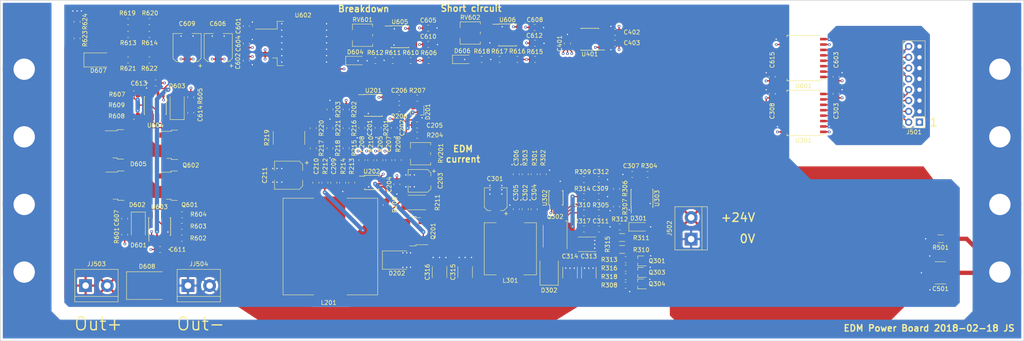
<source format=kicad_pcb>
(kicad_pcb (version 20171130) (host pcbnew "(5.0-dev-4060-g28f1209ce)")
  (layers (0 F.Cu signal) (1 In1.Cu power hide) (2 In2.Cu power hide) (31 B.Cu signal hide) (34 B.Paste user hide) (35 F.Paste user hide) (36 B.SilkS user hide) (37 F.SilkS user) (38 B.Mask user hide) (39 F.Mask user hide) (44 Edge.Cuts user))
  (net 0 "")
  (net 1 GNDPWR)
  (net 2 +24V)
  (net 3 GND)
  (net 4 +3V3)
  (net 5 +5V)
  (net 6 "/Spark Output/+250V")
  (net 7 "/Spark Output/+24V")
  (net 8 +15V)
  (net 9 "Net-(D601-Pad2)")
  (net 10 "Net-(D603-Pad2)")
  (net 11 "Net-(D604-Pad1)")
  (net 12 "Net-(D606-Pad1)")
  (net 13 /Connectors/Output_250V_Enable)
  (net 14 /Connectors/Output_20V_Enable)
  (net 15 /Connectors/Short_Circuit)
  (net 16 /Connectors/Breakdown)
  (net 17 /Connectors/Spark_Voltage_0)
  (net 18 /Connectors/Spark_Voltage_1)
  (net 19 /Connectors/Spark_Voltage_2)
  (net 20 /Connectors/Spark_Voltage_Status)
  (net 21 "/Current Source/+20V")
  (net 22 "Net-(R606-Pad1)")
  (net 23 "Net-(R610-Pad1)")
  (net 24 "Net-(R612-Pad2)")
  (net 25 "Net-(R613-Pad1)")
  (net 26 "Net-(R615-Pad1)")
  (net 27 "Net-(R616-Pad1)")
  (net 28 "Net-(R618-Pad2)")
  (net 29 "Net-(R619-Pad1)")
  (net 30 "Net-(U601-Pad13)")
  (net 31 "Net-(U601-Pad14)")
  (net 32 "Net-(U603-Pad3)")
  (net 33 "Net-(U603-Pad5)")
  (net 34 "Net-(U604-Pad3)")
  (net 35 "Net-(U604-Pad5)")
  (net 36 "Net-(U605-Pad6)")
  (net 37 "Net-(U605-Pad5)")
  (net 38 "Net-(U606-Pad6)")
  (net 39 "Net-(U606-Pad5)")
  (net 40 "Net-(U401-Pad4)")
  (net 41 "Net-(U401-Pad5)")
  (net 42 "Net-(C306-Pad1)")
  (net 43 "Net-(C310-Pad2)")
  (net 44 "Net-(D301-Pad1)")
  (net 45 "Net-(Q301-Pad1)")
  (net 46 "Net-(Q301-Pad3)")
  (net 47 "Net-(Q303-Pad3)")
  (net 48 "Net-(Q303-Pad1)")
  (net 49 "Net-(Q304-Pad1)")
  (net 50 "Net-(Q304-Pad3)")
  (net 51 "Net-(R304-Pad2)")
  (net 52 "Net-(R306-Pad2)")
  (net 53 "Net-(R310-Pad2)")
  (net 54 "Net-(U303-Pad5)")
  (net 55 "Net-(U303-Pad6)")
  (net 56 "Net-(RV201-Pad1)")
  (net 57 "Net-(RV601-Pad1)")
  (net 58 "Net-(RV602-Pad1)")
  (net 59 "/Current Source/CS_ADJ")
  (net 60 "/Current Source/CS_FB")
  (net 61 "/Current Source/CS_PGATE")
  (net 62 "/Current Source/CS_ISEN")
  (net 63 "/Current Source/CS_2-")
  (net 64 "/Current Source/CS_1")
  (net 65 "/Current Source/CS_2+")
  (net 66 "/Current Source/CS_3")
  (net 67 "/Current Source/CS_2")
  (net 68 "/Current Source/CS_QD1")
  (net 69 "/Current Source/CS_OUT")
  (net 70 "/Current Source/CS_4")
  (net 71 "/Current Source/CS_QD")
  (net 72 "/Current Source/CS_QS")
  (net 73 "/Current Source/CS_NC1")
  (net 74 "/Current Source/CS_RT")
  (net 75 "/Current Source/CS_1-")
  (net 76 "/Current Source/CS_1+")
  (net 77 "/Current Source/CS_NC2")
  (net 78 "/Current Source/CS_VCC")
  (net 79 "/Current Source/CS_5")
  (net 80 "/Spark Output/LV_ENA")
  (net 81 "/Spark Output/LV_ENB")
  (net 82 "/Spark Output/HV_VS")
  (net 83 "/Spark Output/+250V_Out")
  (net 84 "/Spark Output/HV_ENB")
  (net 85 "/Spark Output/HV_ENA")
  (net 86 "/Spark Output/+20V_Out")
  (net 87 "/Spark Output/LV_VS")
  (net 88 "/Spark Output/HV_VB")
  (net 89 "/Spark Output/LV_VB")
  (net 90 "Net-(D607-Pad2)")
  (net 91 "Net-(R621-Pad2)")
  (net 92 /Connectors/Spark_Output)
  (net 93 "/Spark Voltage Source/VS_QS")
  (net 94 "/Spark Voltage Source/VS_FB")
  (net 95 "/Spark Voltage Source/VS_CS2")
  (net 96 "/Spark Voltage Source/VS_CS")
  (net 97 "/Spark Voltage Source/VS_COMP")
  (net 98 "/Spark Voltage Source/VS_RT")
  (net 99 "/Spark Voltage Source/VS_UVLO")
  (net 100 "/Spark Voltage Source/VS_OUT")
  (net 101 "/Spark Voltage Source/VS_QD")
  (net 102 "/Spark Voltage Source/VS_VCC")
  (net 103 "Net-(R623-Pad1)")
  (net 104 /Connectors/Shield)
  (module Resistor_SMD:R_0805_2012Metric (layer F.Cu) (at 18 -74.955 270)
    (fp_text reference R624 (at -0.045 -1.85 270) (layer F.SilkS))
    (fp_text value 187k)
    (pad 1 smd rect (at -0.955 0 270) (size 0.97 1.5) (layers F.Cu F.Paste F.Mask) (net 1 GNDPWR))
    (pad 2 smd rect (at 0.955 0 270) (size 0.97 1.5) (layers F.Cu F.Paste F.Mask) (net 103 "Net-(R623-Pad1)"))
  )
  (module Resistor_SMD:R_0805_2012Metric (layer F.Cu) (at 18 -71.045 270)
    (fp_text reference R623 (at 0.045 -1.85 270) (layer F.SilkS))
    (fp_text value 187k)
    (pad 1 smd rect (at -0.955 0 270) (size 0.97 1.5) (layers F.Cu F.Paste F.Mask) (net 103 "Net-(R623-Pad1)"))
    (pad 2 smd rect (at 0.955 0 270) (size 0.97 1.5) (layers F.Cu F.Paste F.Mask) (net 92 /Connectors/Spark_Output))
  )
  (module Capacitor_SMD:C_1812_4532Metric (layer F.Cu) (at 103 -16.175 90)
    (fp_text reference C316 (at 0 -2.85 90) (layer F.SilkS))
    (fp_text value 470n)
    (pad 2 smd rect (at 2.175 0 90) (size 1.07 3.5) (layers F.Cu F.Paste F.Mask) (net 1 GNDPWR))
    (pad 1 smd rect (at -2.175 0 90) (size 1.07 3.5) (layers F.Cu F.Paste F.Mask) (net 6 "/Spark Output/+250V"))
  )
  (module Capacitor_SMD:C_1812_4532Metric (layer F.Cu) (at 109 -16.175 90)
    (fp_text reference C315 (at 0 -2.85 90) (layer F.SilkS))
    (fp_text value 470n)
    (pad 1 smd rect (at -2.175 0 90) (size 1.07 3.5) (layers F.Cu F.Paste F.Mask) (net 6 "/Spark Output/+250V"))
    (pad 2 smd rect (at 2.175 0 90) (size 1.07 3.5) (layers F.Cu F.Paste F.Mask) (net 1 GNDPWR))
  )
  (module Capacitor_SMD:C_0805_2012Metric (layer F.Cu) (at 181 -62.045 90)
    (fp_text reference C615 (at 3.955 0 90) (layer F.SilkS))
    (fp_text value 100n)
    (pad 1 smd rect (at -0.955 0 90) (size 0.97 1.5) (layers F.Cu F.Paste F.Mask) (net 5 +5V))
    (pad 2 smd rect (at 0.955 0 90) (size 0.97 1.5) (layers F.Cu F.Paste F.Mask) (net 1 GNDPWR))
  )
  (module Diode_SMD:D_SMC (layer F.Cu) (at 34.4 -13)
    (fp_text reference D608 (at 0 -4.5) (layer F.SilkS))
    (fp_text value 1.5SMC400CA)
    (pad 1 smd rect (at -3.4 0 90) (size 3.3 2.5) (layers F.Cu F.Paste F.Mask) (net 92 /Connectors/Spark_Output))
    (pad 2 smd rect (at 3.4 0 90) (size 3.3 2.5) (layers F.Cu F.Paste F.Mask) (net 1 GNDPWR))
  )
  (module TerminalBlock:TerminalBlock_bornier-2_P5.08mm (layer F.Cu) (at 20 -13)
    (fp_text reference JJ503 (at 2.54 -5.08) (layer F.SilkS))
    (fp_text value Conn_01x02)
    (pad 1 thru_hole rect (at 0 0) (size 3 3) (drill 1.52) (layers *.Cu *.Mask) (net 92 /Connectors/Spark_Output))
    (pad 2 thru_hole circle (at 5.08 0) (size 3 3) (drill 1.52) (layers *.Cu *.Mask) (net 92 /Connectors/Spark_Output))
  )
  (module Diode_SMD:D_SMA (layer F.Cu) (at 23 -66)
    (fp_text reference D607 (at 0 2.5) (layer F.SilkS))
    (fp_text value RS1MTR)
    (pad 1 smd rect (at -2 0) (size 2.5 1.8) (layers F.Cu F.Paste F.Mask) (net 92 /Connectors/Spark_Output))
    (pad 2 smd rect (at 2 0) (size 2.5 1.8) (layers F.Cu F.Paste F.Mask) (net 90 "Net-(D607-Pad2)"))
  )
  (module Resistor_SMD:R_0805_2012Metric (layer F.Cu) (at 34.955 -66)
    (fp_text reference R622 (at 0 2) (layer F.SilkS))
    (fp_text value 21k)
    (pad 2 smd rect (at 0.955 0) (size 0.97 1.5) (layers F.Cu F.Paste F.Mask) (net 5 +5V))
    (pad 1 smd rect (at -0.955 0) (size 0.97 1.5) (layers F.Cu F.Paste F.Mask) (net 91 "Net-(R621-Pad2)"))
  )
  (module Resistor_SMD:R_0805_2012Metric (layer F.Cu) (at 29.955 -66)
    (fp_text reference R621 (at 0 2) (layer F.SilkS))
    (fp_text value 21k)
    (pad 1 smd rect (at -0.955 0) (size 0.97 1.5) (layers F.Cu F.Paste F.Mask) (net 90 "Net-(D607-Pad2)"))
    (pad 2 smd rect (at 0.955 0) (size 0.97 1.5) (layers F.Cu F.Paste F.Mask) (net 91 "Net-(R621-Pad2)"))
  )
  (module Connector_PinHeader_2.54mm:PinHeader_2x08_P2.54mm_Vertical (layer F.Cu) (at 215.54 -51.38 180)
    (fp_text reference J501 (at 1.27 -2.33 180) (layer F.SilkS))
    (fp_text value Conn_02x08_Odd_Even)
    (pad 1 thru_hole rect (at 0 0 180) (size 1.7 1.7) (drill 1) (layers *.Cu *.Mask) (net 4 +3V3))
    (pad 2 thru_hole oval (at 2.54 0 180) (size 1.7 1.7) (drill 1) (layers *.Cu *.Mask) (net 17 /Connectors/Spark_Voltage_0))
    (pad 3 thru_hole oval (at 0 2.54 180) (size 1.7 1.7) (drill 1) (layers *.Cu *.Mask) (net 3 GND))
    (pad 4 thru_hole oval (at 2.54 2.54 180) (size 1.7 1.7) (drill 1) (layers *.Cu *.Mask) (net 18 /Connectors/Spark_Voltage_1))
    (pad 5 thru_hole oval (at 0 5.08 180) (size 1.7 1.7) (drill 1) (layers *.Cu *.Mask) (net 3 GND))
    (pad 6 thru_hole oval (at 2.54 5.08 180) (size 1.7 1.7) (drill 1) (layers *.Cu *.Mask) (net 19 /Connectors/Spark_Voltage_2))
    (pad 7 thru_hole oval (at 0 7.62 180) (size 1.7 1.7) (drill 1) (layers *.Cu *.Mask) (net 3 GND))
    (pad 8 thru_hole oval (at 2.54 7.62 180) (size 1.7 1.7) (drill 1) (layers *.Cu *.Mask) (net 20 /Connectors/Spark_Voltage_Status))
    (pad 9 thru_hole oval (at 0 10.16 180) (size 1.7 1.7) (drill 1) (layers *.Cu *.Mask) (net 3 GND))
    (pad 10 thru_hole oval (at 2.54 10.16 180) (size 1.7 1.7) (drill 1) (layers *.Cu *.Mask) (net 13 /Connectors/Output_250V_Enable))
    (pad 11 thru_hole oval (at 0 12.7 180) (size 1.7 1.7) (drill 1) (layers *.Cu *.Mask) (net 3 GND))
    (pad 12 thru_hole oval (at 2.54 12.7 180) (size 1.7 1.7) (drill 1) (layers *.Cu *.Mask) (net 14 /Connectors/Output_20V_Enable))
    (pad 13 thru_hole oval (at 0 15.24 180) (size 1.7 1.7) (drill 1) (layers *.Cu *.Mask) (net 3 GND))
    (pad 14 thru_hole oval (at 2.54 15.24 180) (size 1.7 1.7) (drill 1) (layers *.Cu *.Mask) (net 15 /Connectors/Short_Circuit))
    (pad 15 thru_hole oval (at 0 17.78 180) (size 1.7 1.7) (drill 1) (layers *.Cu *.Mask) (net 3 GND))
    (pad 16 thru_hole oval (at 2.54 17.78 180) (size 1.7 1.7) (drill 1) (layers *.Cu *.Mask) (net 16 /Connectors/Breakdown))
  )
  (module Inductor_SMD:L_Pulse_PA4320 (layer F.Cu) (at 119.596959 -21.649817 270)
    (fp_text reference L301 (at 7.449817 -0.003041 180) (layer F.SilkS))
    (fp_text value 1m)
    (pad 1 smd rect (at -4.75 0 270) (size 3 5.6) (layers F.Cu F.Paste F.Mask) (net 2 +24V))
    (pad 2 smd rect (at 4.75 0 270) (size 3 5.6) (layers F.Cu F.Paste F.Mask) (net 101 "/Spark Voltage Source/VS_QD"))
  )
  (module MountingHole:MountingHole_5mm_Pad (layer F.Cu) (at 5.6 -16.18 180)
    (fp_text reference MK510 hide)
    (fp_text value Mounting_Hole_PAD)
    (pad 1 thru_hole circle (at 0 0 180) (size 10 10) (drill 5) (layers *.Cu *.Mask) (net 104 /Connectors/Shield))
  )
  (module MountingHole:MountingHole_5mm_Pad (layer F.Cu) (at 5.6 -63.82 180)
    (fp_text reference MK507 hide)
    (fp_text value Mounting_Hole_PAD)
    (pad 1 thru_hole circle (at 0 0 180) (size 10 10) (drill 5) (layers *.Cu *.Mask) (net 104 /Connectors/Shield))
  )
  (module MountingHole:MountingHole_5mm_Pad (layer F.Cu) (at 234.4 -16.18 180)
    (fp_text reference MK504 hide)
    (fp_text value Mounting_Hole_PAD)
    (pad 1 thru_hole circle (at 0 0 180) (size 10 10) (drill 5) (layers *.Cu *.Mask) (net 104 /Connectors/Shield))
  )
  (module MountingHole:MountingHole_5mm_Pad (layer F.Cu) (at 5.6 -47.94 180)
    (fp_text reference MK508 hide)
    (fp_text value Mounting_Hole_PAD)
    (pad 1 thru_hole circle (at 0 0 180) (size 10 10) (drill 5) (layers *.Cu *.Mask) (net 104 /Connectors/Shield))
  )
  (module MountingHole:MountingHole_5mm_Pad (layer F.Cu) (at 5.6 -32.06 180)
    (fp_text reference MK509 hide)
    (fp_text value Mounting_Hole_PAD)
    (pad 1 thru_hole circle (at 0 0 180) (size 10 10) (drill 5) (layers *.Cu *.Mask) (net 104 /Connectors/Shield))
  )
  (module MountingHole:MountingHole_5mm_Pad (layer F.Cu) (at 234.4 -32.06 180)
    (fp_text reference MK503 hide)
    (fp_text value Mounting_Hole_PAD)
    (pad 1 thru_hole circle (at 0 0 180) (size 10 10) (drill 5) (layers *.Cu *.Mask) (net 104 /Connectors/Shield))
  )
  (module MountingHole:MountingHole_5mm_Pad (layer F.Cu) (at 234.4 -47.94 180)
    (fp_text reference MK502 hide)
    (fp_text value Mounting_Hole_PAD)
    (pad 1 thru_hole circle (at 0 0 180) (size 10 10) (drill 5) (layers *.Cu *.Mask) (net 104 /Connectors/Shield))
  )
  (module MountingHole:MountingHole_5mm_Pad (layer F.Cu) (at 234.4 -63.82 180)
    (fp_text reference MK501 hide)
    (fp_text value Mounting_Hole_PAD)
    (pad 1 thru_hole circle (at 0 0 180) (size 10 10) (drill 5) (layers *.Cu *.Mask) (net 104 /Connectors/Shield))
  )
  (module Resistor_SMD:R_0805_2012Metric (layer F.Cu) (at 84.784606 -50.043433 270)
    (fp_text reference C201 (at 0 -1.85 270) (layer F.SilkS))
    (fp_text value 220p)
    (pad 2 smd rect (at 0.955 0 270) (size 0.97 1.5) (layers F.Cu F.Paste F.Mask) (net 1 GNDPWR))
    (pad 1 smd rect (at -0.955 0 270) (size 0.97 1.5) (layers F.Cu F.Paste F.Mask) (net 63 "/Current Source/CS_2-"))
  )
  (module Capacitor_SMD:C_0805_2012Metric (layer F.Cu) (at 92.384606 -50.053433 270)
    (fp_text reference C202 (at 0 -1.85 270) (layer F.SilkS))
    (fp_text value 100n)
    (pad 1 smd rect (at -0.955 0 270) (size 0.97 1.5) (layers F.Cu F.Paste F.Mask) (net 2 +24V))
    (pad 2 smd rect (at 0.955 0 270) (size 0.97 1.5) (layers F.Cu F.Paste F.Mask) (net 1 GNDPWR))
  )
  (module Capacitor_SMD:CP_Elec_5x5.3 (layer F.Cu) (at 98.297173 -37.622481 180)
    (fp_text reference C203 (at -4.9 0 270) (layer F.SilkS))
    (fp_text value 22u)
    (fp_text user + (at -3.38 2.34 180) (layer F.SilkS))
    (pad 1 smd rect (at -2.2 0) (size 3 1.6) (layers F.Cu F.Paste F.Mask) (net 2 +24V))
    (pad 2 smd rect (at 2.2 0) (size 3 1.6) (layers F.Cu F.Paste F.Mask) (net 1 GNDPWR))
  )
  (module Capacitor_SMD:C_0805_2012Metric (layer F.Cu) (at 92.997173 -36.777481 270)
    (fp_text reference C204 (at 0.055 1.8 270) (layer F.SilkS))
    (fp_text value 100n)
    (pad 1 smd rect (at -0.955 0 270) (size 0.97 1.5) (layers F.Cu F.Paste F.Mask) (net 2 +24V))
    (pad 2 smd rect (at 0.955 0 270) (size 0.97 1.5) (layers F.Cu F.Paste F.Mask) (net 1 GNDPWR))
  )
  (module Resistor_SMD:R_0805_2012Metric (layer F.Cu) (at 97.742173 -50.722481 180)
    (fp_text reference C205 (at -4.1 -0.1 180) (layer F.SilkS))
    (fp_text value 220p)
    (pad 1 smd rect (at -0.955 0 180) (size 0.97 1.5) (layers F.Cu F.Paste F.Mask) (net 64 "/Current Source/CS_1"))
    (pad 2 smd rect (at 0.955 0 180) (size 0.97 1.5) (layers F.Cu F.Paste F.Mask) (net 65 "/Current Source/CS_2+"))
  )
  (module Capacitor_SMD:C_0805_2012Metric (layer F.Cu) (at 93.542173 -57.022481 180)
    (fp_text reference C206 (at 0 1.8 180) (layer F.SilkS))
    (fp_text value 10n)
    (pad 1 smd rect (at -0.955 0 180) (size 0.97 1.5) (layers F.Cu F.Paste F.Mask) (net 66 "/Current Source/CS_3"))
    (pad 2 smd rect (at 0.955 0 180) (size 0.97 1.5) (layers F.Cu F.Paste F.Mask) (net 67 "/Current Source/CS_2"))
  )
  (module Capacitor_SMD:C_0805_2012Metric (layer F.Cu) (at 91.097173 -42.477481 270)
    (fp_text reference C207 (at -3.745 0 270) (layer F.SilkS))
    (fp_text value 470n)
    (pad 2 smd rect (at 0.955 0 270) (size 0.97 1.5) (layers F.Cu F.Paste F.Mask) (net 78 "/Current Source/CS_VCC"))
    (pad 1 smd rect (at -0.955 0 270) (size 0.97 1.5) (layers F.Cu F.Paste F.Mask) (net 2 +24V))
  )
  (module Capacitor_SMD:C_0805_2012Metric (layer F.Cu) (at 84.797173 -42.477481 270)
    (fp_text reference C208 (at -3.745 0 270) (layer F.SilkS))
    (fp_text value 1n)
    (pad 2 smd rect (at 0.955 0 270) (size 0.97 1.5) (layers F.Cu F.Paste F.Mask) (net 59 "/Current Source/CS_ADJ"))
    (pad 1 smd rect (at -0.955 0 270) (size 0.97 1.5) (layers F.Cu F.Paste F.Mask) (net 2 +24V))
  )
  (module Capacitor_SMD:C_0805_2012Metric (layer F.Cu) (at 78.197173 -37.167481 90)
    (fp_text reference C209 (at 3.855 0 90) (layer F.SilkS))
    (fp_text value 100n)
    (pad 2 smd rect (at 0.955 0 90) (size 0.97 1.5) (layers F.Cu F.Paste F.Mask) (net 60 "/Current Source/CS_FB"))
    (pad 1 smd rect (at -0.955 0 90) (size 0.97 1.5) (layers F.Cu F.Paste F.Mask) (net 68 "/Current Source/CS_QD1"))
  )
  (module Capacitor_SMD:C_0805_2012Metric (layer F.Cu) (at 73.997173 -37.167481 90)
    (fp_text reference C210 (at 3.855 0.1 90) (layer F.SilkS))
    (fp_text value 3n3)
    (pad 2 smd rect (at 0.955 0 90) (size 0.97 1.5) (layers F.Cu F.Paste F.Mask) (net 68 "/Current Source/CS_QD1"))
    (pad 1 smd rect (at -0.955 0 90) (size 0.97 1.5) (layers F.Cu F.Paste F.Mask) (net 69 "/Current Source/CS_OUT"))
  )
  (module Capacitor_SMD:CP_Elec_6.3x5.3 (layer F.Cu) (at 67.597173 -38.922481 180)
    (fp_text reference C211 (at 5.6 0 270) (layer F.SilkS))
    (fp_text value 10u)
    (fp_text user + (at -4.28 3.01 180) (layer F.SilkS))
    (pad 1 smd rect (at -2.7 0) (size 3.5 1.6) (layers F.Cu F.Paste F.Mask) (net 69 "/Current Source/CS_OUT"))
    (pad 2 smd rect (at 2.7 0) (size 3.5 1.6) (layers F.Cu F.Paste F.Mask) (net 1 GNDPWR))
  )
  (module Capacitor_SMD:C_0805_2012Metric (layer F.Cu) (at 123.096959 -30.944817 90)
    (fp_text reference C302 (at 3.855 0 90) (layer F.SilkS))
    (fp_text value 1u)
    (pad 1 smd rect (at -0.955 0 90) (size 0.97 1.5) (layers F.Cu F.Paste F.Mask) (net 2 +24V))
    (pad 2 smd rect (at 0.955 0 90) (size 0.97 1.5) (layers F.Cu F.Paste F.Mask) (net 1 GNDPWR))
  )
  (module Capacitor_SMD:C_0805_2012Metric (layer F.Cu) (at 196 -58.045 90)
    (fp_text reference C303 (at -4.045 0 90) (layer F.SilkS))
    (fp_text value 100n)
    (pad 2 smd rect (at 0.955 0 90) (size 0.97 1.5) (layers F.Cu F.Paste F.Mask) (net 3 GND))
    (pad 1 smd rect (at -0.955 0 90) (size 0.97 1.5) (layers F.Cu F.Paste F.Mask) (net 4 +3V3))
  )
  (module Capacitor_SMD:C_0805_2012Metric (layer F.Cu) (at 125.196959 -30.944817 90)
    (fp_text reference C304 (at 3.955 0 90) (layer F.SilkS))
    (fp_text value 1u)
    (pad 1 smd rect (at -0.955 0 90) (size 0.97 1.5) (layers F.Cu F.Paste F.Mask) (net 2 +24V))
    (pad 2 smd rect (at 0.955 0 90) (size 0.97 1.5) (layers F.Cu F.Paste F.Mask) (net 1 GNDPWR))
  )
  (module Capacitor_SMD:C_0805_2012Metric (layer F.Cu) (at 120.996959 -30.944817 90)
    (fp_text reference C305 (at 3.855 -0.1 90) (layer F.SilkS))
    (fp_text value 1u)
    (pad 2 smd rect (at 0.955 0 90) (size 0.97 1.5) (layers F.Cu F.Paste F.Mask) (net 1 GNDPWR))
    (pad 1 smd rect (at -0.955 0 90) (size 0.97 1.5) (layers F.Cu F.Paste F.Mask) (net 2 +24V))
  )
  (module Capacitor_SMD:C_0805_2012Metric (layer F.Cu) (at 120.996959 -39.144817 90)
    (fp_text reference C306 (at 3.855 0 90) (layer F.SilkS))
    (fp_text value 10n)
    (pad 1 smd rect (at -0.955 0 90) (size 0.97 1.5) (layers F.Cu F.Paste F.Mask) (net 42 "Net-(C306-Pad1)"))
    (pad 2 smd rect (at 0.955 0 90) (size 0.97 1.5) (layers F.Cu F.Paste F.Mask) (net 1 GNDPWR))
  )
  (module Capacitor_SMD:C_0805_2012Metric (layer F.Cu) (at 148.182145 -39.110297 180)
    (fp_text reference C307 (at 0.245 2 180) (layer F.SilkS))
    (fp_text value 100n)
    (pad 1 smd rect (at -0.955 0 180) (size 0.97 1.5) (layers F.Cu F.Paste F.Mask) (net 5 +5V))
    (pad 2 smd rect (at 0.955 0 180) (size 0.97 1.5) (layers F.Cu F.Paste F.Mask) (net 1 GNDPWR))
  )
  (module Capacitor_SMD:C_0805_2012Metric (layer F.Cu) (at 181 -58.045 90)
    (fp_text reference C308 (at -4.045 0 90) (layer F.SilkS))
    (fp_text value 100n)
    (pad 1 smd rect (at -0.955 0 90) (size 0.97 1.5) (layers F.Cu F.Paste F.Mask) (net 5 +5V))
    (pad 2 smd rect (at 0.955 0 90) (size 0.97 1.5) (layers F.Cu F.Paste F.Mask) (net 1 GNDPWR))
  )
  (module Capacitor_SMD:C_0805_2012Metric (layer F.Cu) (at 140.341959 -33.899817)
    (fp_text reference C309 (at 0.355 -1.9) (layer F.SilkS))
    (fp_text value 1u)
    (pad 1 smd rect (at -0.955 0) (size 0.97 1.5) (layers F.Cu F.Paste F.Mask) (net 102 "/Spark Voltage Source/VS_VCC"))
    (pad 2 smd rect (at 0.955 0) (size 0.97 1.5) (layers F.Cu F.Paste F.Mask) (net 1 GNDPWR))
  )
  (module Capacitor_SMD:C_0805_2012Metric (layer F.Cu) (at 136.851959 -30.099817)
    (fp_text reference C310 (at -0.355 -1.85) (layer F.SilkS))
    (fp_text value 120n)
    (pad 1 smd rect (at -0.955 0) (size 0.97 1.5) (layers F.Cu F.Paste F.Mask) (net 94 "/Spark Voltage Source/VS_FB"))
    (pad 2 smd rect (at 0.955 0) (size 0.97 1.5) (layers F.Cu F.Paste F.Mask) (net 43 "Net-(C310-Pad2)"))
  )
  (module Capacitor_SMD:C_0805_2012Metric (layer F.Cu) (at 140.351959 -26.299817)
    (fp_text reference C311 (at 0.445 -1.85) (layer F.SilkS))
    (fp_text value 560p)
    (pad 1 smd rect (at -0.955 0) (size 0.97 1.5) (layers F.Cu F.Paste F.Mask) (net 94 "/Spark Voltage Source/VS_FB"))
    (pad 2 smd rect (at 0.955 0) (size 0.97 1.5) (layers F.Cu F.Paste F.Mask) (net 97 "/Spark Voltage Source/VS_COMP"))
  )
  (module Capacitor_SMD:C_0805_2012Metric (layer F.Cu) (at 140.351959 -37.899817)
    (fp_text reference C312 (at 0.445 -1.85) (layer F.SilkS))
    (fp_text value 1n)
    (pad 2 smd rect (at 0.955 0) (size 0.97 1.5) (layers F.Cu F.Paste F.Mask) (net 1 GNDPWR))
    (pad 1 smd rect (at -0.955 0) (size 0.97 1.5) (layers F.Cu F.Paste F.Mask) (net 95 "/Spark Voltage Source/VS_CS2"))
  )
  (module Capacitor_SMD:C_1812_4532Metric (layer F.Cu) (at 138.00437 -16.042174 90)
    (fp_text reference C313 (at 3.857826 -0.00437 -180) (layer F.SilkS))
    (fp_text value 470n)
    (pad 1 smd rect (at -2.175 0 90) (size 1.07 3.5) (layers F.Cu F.Paste F.Mask) (net 6 "/Spark Output/+250V"))
    (pad 2 smd rect (at 2.175 0 90) (size 1.07 3.5) (layers F.Cu F.Paste F.Mask) (net 1 GNDPWR))
  )
  (module Capacitor_SMD:C_1812_4532Metric (layer F.Cu) (at 133.60437 -16.042174 90)
    (fp_text reference C314 (at 3.857826 -0.00437 -180) (layer F.SilkS))
    (fp_text value 470n)
    (pad 2 smd rect (at 2.175 0 90) (size 1.07 3.5) (layers F.Cu F.Paste F.Mask) (net 1 GNDPWR))
    (pad 1 smd rect (at -2.175 0 90) (size 1.07 3.5) (layers F.Cu F.Paste F.Mask) (net 6 "/Spark Output/+250V"))
  )
  (module Capacitor_SMD:C_0805_2012Metric (layer F.Cu) (at 133 -69.855 90)
    (fp_text reference C401 (at 0 -1.85 90) (layer F.SilkS))
    (fp_text value 330n)
    (pad 2 smd rect (at 0.955 0 90) (size 0.97 1.5) (layers F.Cu F.Paste F.Mask) (net 1 GNDPWR))
    (pad 1 smd rect (at -0.955 0 90) (size 0.97 1.5) (layers F.Cu F.Paste F.Mask) (net 2 +24V))
  )
  (module Capacitor_SMD:C_0805_2012Metric (layer F.Cu) (at 144.145 -72.5 180)
    (fp_text reference C402 (at -3.955 0 180) (layer F.SilkS))
    (fp_text value 100n)
    (pad 2 smd rect (at 0.955 0 180) (size 0.97 1.5) (layers F.Cu F.Paste F.Mask) (net 1 GNDPWR))
    (pad 1 smd rect (at -0.955 0 180) (size 0.97 1.5) (layers F.Cu F.Paste F.Mask) (net 5 +5V))
  )
  (module Capacitor_SMD:C_0805_2012Metric (layer F.Cu) (at 144.145 -69.9 180)
    (fp_text reference C403 (at -3.955 0.1 180) (layer F.SilkS))
    (fp_text value 1u)
    (pad 1 smd rect (at -0.955 0 180) (size 0.97 1.5) (layers F.Cu F.Paste F.Mask) (net 5 +5V))
    (pad 2 smd rect (at 0.955 0 180) (size 0.97 1.5) (layers F.Cu F.Paste F.Mask) (net 1 GNDPWR))
  )
  (module Capacitor_SMD:C_0805_2012Metric (layer F.Cu) (at 57.7 -73.945 90)
    (fp_text reference C601 (at 0.055 -1.9 90) (layer F.SilkS))
    (fp_text value 330n)
    (pad 1 smd rect (at -0.955 0 90) (size 0.97 1.5) (layers F.Cu F.Paste F.Mask) (net 7 "/Spark Output/+24V"))
    (pad 2 smd rect (at 0.955 0 90) (size 0.97 1.5) (layers F.Cu F.Paste F.Mask) (net 1 GNDPWR))
  )
  (module Capacitor_SMD:C_0805_2012Metric (layer F.Cu) (at 57.7 -65.845 270)
    (fp_text reference C602 (at 0.145 2 270) (layer F.SilkS))
    (fp_text value 100n)
    (pad 1 smd rect (at -0.955 0 270) (size 0.97 1.5) (layers F.Cu F.Paste F.Mask) (net 8 +15V))
    (pad 2 smd rect (at 0.955 0 270) (size 0.97 1.5) (layers F.Cu F.Paste F.Mask) (net 1 GNDPWR))
  )
  (module Capacitor_SMD:C_0805_2012Metric (layer F.Cu) (at 196 -62.045 90)
    (fp_text reference C603 (at 3.955 0 90) (layer F.SilkS))
    (fp_text value 100n)
    (pad 2 smd rect (at 0.955 0 90) (size 0.97 1.5) (layers F.Cu F.Paste F.Mask) (net 3 GND))
    (pad 1 smd rect (at -0.955 0 90) (size 0.97 1.5) (layers F.Cu F.Paste F.Mask) (net 4 +3V3))
  )
  (module Capacitor_SMD:C_0805_2012Metric (layer F.Cu) (at 57.7 -69.855 90)
    (fp_text reference C604 (at 0 -1.9 90) (layer F.SilkS))
    (fp_text value 1u)
    (pad 2 smd rect (at 0.955 0 90) (size 0.97 1.5) (layers F.Cu F.Paste F.Mask) (net 1 GNDPWR))
    (pad 1 smd rect (at -0.955 0 90) (size 0.97 1.5) (layers F.Cu F.Paste F.Mask) (net 8 +15V))
  )
  (module Capacitor_SMD:C_0805_2012Metric (layer F.Cu) (at 100.34468 -73.452684)
    (fp_text reference C605 (at 0 -1.85) (layer F.SilkS))
    (fp_text value 100n)
    (pad 1 smd rect (at -0.955 0) (size 0.97 1.5) (layers F.Cu F.Paste F.Mask) (net 5 +5V))
    (pad 2 smd rect (at 0.955 0) (size 0.97 1.5) (layers F.Cu F.Paste F.Mask) (net 1 GNDPWR))
  )
  (module Capacitor_SMD:CP_Elec_6.3x5.3 (layer F.Cu) (at 51.1 -68.9 90)
    (fp_text reference C606 (at 5.6 -0.1 -180) (layer F.SilkS))
    (fp_text value 10u)
    (fp_text user + (at -4.28 3.01 90) (layer F.SilkS))
    (pad 2 smd rect (at 2.7 0 270) (size 3.5 1.6) (layers F.Cu F.Paste F.Mask) (net 1 GNDPWR))
    (pad 1 smd rect (at -2.7 0 270) (size 3.5 1.6) (layers F.Cu F.Paste F.Mask) (net 8 +15V))
  )
  (module Capacitor_SMD:C_0805_2012Metric (layer F.Cu) (at 29.16499 -28.715678 90)
    (fp_text reference C607 (at 0.155 -1.90502 90) (layer F.SilkS))
    (fp_text value 470n)
    (pad 2 smd rect (at 0.955 0 90) (size 0.97 1.5) (layers F.Cu F.Paste F.Mask) (net 82 "/Spark Output/HV_VS"))
    (pad 1 smd rect (at -0.955 0 90) (size 0.97 1.5) (layers F.Cu F.Paste F.Mask) (net 88 "/Spark Output/HV_VB"))
  )
  (module Capacitor_SMD:C_0805_2012Metric (layer F.Cu) (at 125.29984 -73.626342)
    (fp_text reference C608 (at 0.045 -1.8) (layer F.SilkS))
    (fp_text value 100n)
    (pad 2 smd rect (at 0.955 0) (size 0.97 1.5) (layers F.Cu F.Paste F.Mask) (net 1 GNDPWR))
    (pad 1 smd rect (at -0.955 0) (size 0.97 1.5) (layers F.Cu F.Paste F.Mask) (net 5 +5V))
  )
  (module Capacitor_SMD:CP_Elec_6.3x5.3 (layer F.Cu) (at 43.8 -68.9 90)
    (fp_text reference C609 (at 5.6 0 -180) (layer F.SilkS))
    (fp_text value 10u)
    (fp_text user + (at -4.28 3.01 90) (layer F.SilkS))
    (pad 1 smd rect (at -2.7 0 270) (size 3.5 1.6) (layers F.Cu F.Paste F.Mask) (net 8 +15V))
    (pad 2 smd rect (at 2.7 0 270) (size 3.5 1.6) (layers F.Cu F.Paste F.Mask) (net 1 GNDPWR))
  )
  (module Capacitor_SMD:C_0805_2012Metric (layer F.Cu) (at 100.34468 -69.652684)
    (fp_text reference C610 (at 0 -1.85) (layer F.SilkS))
    (fp_text value 100n)
    (pad 2 smd rect (at 0.955 0) (size 0.97 1.5) (layers F.Cu F.Paste F.Mask) (net 1 GNDPWR))
    (pad 1 smd rect (at -0.955 0) (size 0.97 1.5) (layers F.Cu F.Paste F.Mask) (net 5 +5V))
  )
  (module Capacitor_SMD:C_0805_2012Metric (layer F.Cu) (at 37.454508 -21.483924)
    (fp_text reference C611 (at 4.155 0) (layer F.SilkS))
    (fp_text value 100n)
    (pad 1 smd rect (at -0.955 0) (size 0.97 1.5) (layers F.Cu F.Paste F.Mask) (net 8 +15V))
    (pad 2 smd rect (at 0.955 0) (size 0.97 1.5) (layers F.Cu F.Paste F.Mask) (net 1 GNDPWR))
  )
  (module Capacitor_SMD:C_0805_2012Metric (layer F.Cu) (at 125.38984 -69.926342)
    (fp_text reference C612 (at -0.145 -1.8) (layer F.SilkS))
    (fp_text value 100n)
    (pad 2 smd rect (at 0.955 0) (size 0.97 1.5) (layers F.Cu F.Paste F.Mask) (net 1 GNDPWR))
    (pad 1 smd rect (at -0.955 0) (size 0.97 1.5) (layers F.Cu F.Paste F.Mask) (net 5 +5V))
  )
  (module Capacitor_SMD:C_0805_2012Metric (layer F.Cu) (at 36.421965 -60.588462 180)
    (fp_text reference C613 (at 3.921965 -0.088462 180) (layer F.SilkS))
    (fp_text value 100n)
    (pad 1 smd rect (at -0.955 0 180) (size 0.97 1.5) (layers F.Cu F.Paste F.Mask) (net 8 +15V))
    (pad 2 smd rect (at 0.955 0 180) (size 0.97 1.5) (layers F.Cu F.Paste F.Mask) (net 1 GNDPWR))
  )
  (module Capacitor_SMD:C_0805_2012Metric (layer F.Cu) (at 44.666965 -53.588462 270)
    (fp_text reference C614 (at 0.2 -2.2 270) (layer F.SilkS))
    (fp_text value 470n)
    (pad 2 smd rect (at 0.955 0 270) (size 0.97 1.5) (layers F.Cu F.Paste F.Mask) (net 87 "/Spark Output/LV_VS"))
    (pad 1 smd rect (at -0.955 0 270) (size 0.97 1.5) (layers F.Cu F.Paste F.Mask) (net 89 "/Spark Output/LV_VB"))
  )
  (module Package_TO_SOT_SMD:SOT-23 (layer F.Cu) (at 97.747173 -53.822481 270)
    (fp_text reference D201 (at 0 -2.5 270) (layer F.SilkS))
    (fp_text value TL431AIDBZR)
    (pad 1 smd rect (at -1 -0.95 270) (size 0.9 0.8) (layers F.Cu F.Paste F.Mask) (net 70 "/Current Source/CS_4"))
    (pad 2 smd rect (at -1 0.95 270) (size 0.9 0.8) (layers F.Cu F.Paste F.Mask) (net 67 "/Current Source/CS_2"))
    (pad 3 smd rect (at 1 0 270) (size 0.9 0.8) (layers F.Cu F.Paste F.Mask) (net 1 GNDPWR))
  )
  (module Diode_SMD:D_SMB (layer F.Cu) (at 93.15 -19)
    (fp_text reference D202 (at -0.147173 3.1) (layer F.SilkS))
    (fp_text value S2JTR)
    (pad 2 smd rect (at 2.15 0) (size 2.5 2.3) (layers F.Cu F.Paste F.Mask) (net 1 GNDPWR))
    (pad 1 smd rect (at -2.15 0) (size 2.5 2.3) (layers F.Cu F.Paste F.Mask) (net 71 "/Current Source/CS_QD"))
  )
  (module Diode_SMD:D_SOD-123 (layer F.Cu) (at 149.646959 -26.799817)
    (fp_text reference D301 (at 0 -2) (layer F.SilkS))
    (fp_text value 4V7)
    (pad 1 smd rect (at -1.65 0) (size 0.9 1.2) (layers F.Cu F.Paste F.Mask) (net 44 "Net-(D301-Pad1)"))
    (pad 2 smd rect (at 1.65 0) (size 0.9 1.2) (layers F.Cu F.Paste F.Mask) (net 1 GNDPWR))
  )
  (module Diode_SMD:D_SMB (layer F.Cu) (at 128.696959 -16.649817 90)
    (fp_text reference D302 (at -4.75 0) (layer F.SilkS))
    (fp_text value S2JTR)
    (pad 1 smd rect (at -2.15 0 90) (size 2.5 2.3) (layers F.Cu F.Paste F.Mask) (net 6 "/Spark Output/+250V"))
    (pad 2 smd rect (at 2.15 0 90) (size 2.5 2.3) (layers F.Cu F.Paste F.Mask) (net 101 "/Spark Voltage Source/VS_QD"))
  )
  (module Diode_SMD:D_SMA (layer F.Cu) (at 32.36499 -26.873646 270)
    (fp_text reference D601 (at 4.373646 -0.045538) (layer F.SilkS))
    (fp_text value RS1MTR)
    (pad 2 smd rect (at 2 0 270) (size 2.5 1.8) (layers F.Cu F.Paste F.Mask) (net 9 "Net-(D601-Pad2)"))
    (pad 1 smd rect (at -2 0 270) (size 2.5 1.8) (layers F.Cu F.Paste F.Mask) (net 88 "/Spark Output/HV_VB"))
  )
  (module Package_TO_SOT_SMD:TO-252-2 (layer F.Cu) (at 30.009508 -36.483924)
    (fp_text reference D602 (at 2.1 4.5) (layer F.SilkS))
    (fp_text value VS-15EWL06FNTR-M3)
    (pad 2 smd rect (at 2.1 0) (size 6.4 5.8) (layers F.Cu F.Mask) (net 83 "/Spark Output/+250V_Out"))
    (pad 3 smd rect (at -4.2 2.28) (size 2.2 1.2) (layers F.Cu F.Paste F.Mask))
    (pad 1 smd rect (at -4.2 -2.28) (size 2.2 1.2) (layers F.Cu F.Paste F.Mask) (net 92 /Connectors/Spark_Output))
  )
  (module Diode_SMD:D_SMA (layer F.Cu) (at 41.466965 -55.388462 90)
    (fp_text reference D603 (at 4.5 0 -180) (layer F.SilkS))
    (fp_text value RS1MTR)
    (pad 1 smd rect (at -2 0 90) (size 2.5 1.8) (layers F.Cu F.Paste F.Mask) (net 89 "/Spark Output/LV_VB"))
    (pad 2 smd rect (at 2 0 90) (size 2.5 1.8) (layers F.Cu F.Paste F.Mask) (net 10 "Net-(D603-Pad2)"))
  )
  (module Diode_SMD:D_SOD-123 (layer F.Cu) (at 83.23968 -65.852684)
    (fp_text reference D604 (at 0 -2) (layer F.SilkS))
    (fp_text value 4V7)
    (pad 2 smd rect (at 1.65 0) (size 0.9 1.2) (layers F.Cu F.Paste F.Mask) (net 1 GNDPWR))
    (pad 1 smd rect (at -1.65 0) (size 0.9 1.2) (layers F.Cu F.Paste F.Mask) (net 11 "Net-(D604-Pad1)"))
  )
  (module Package_TO_SOT_SMD:TO-252-2 (layer F.Cu) (at 29.880651 -46.177744)
    (fp_text reference D605 (at 2.5 4.62) (layer F.SilkS))
    (fp_text value VS-15EWL06FNTR-M3)
    (pad 2 smd rect (at 2.1 0) (size 6.4 5.8) (layers F.Cu F.Mask) (net 86 "/Spark Output/+20V_Out"))
    (pad 3 smd rect (at -4.2 2.28) (size 2.2 1.2) (layers F.Cu F.Paste F.Mask))
    (pad 1 smd rect (at -4.2 -2.28) (size 2.2 1.2) (layers F.Cu F.Paste F.Mask) (net 92 /Connectors/Spark_Output))
  )
  (module Diode_SMD:D_SOD-123 (layer F.Cu) (at 108.29484 -66.126342)
    (fp_text reference D606 (at 0.05 -2) (layer F.SilkS))
    (fp_text value 4V7)
    (pad 1 smd rect (at -1.65 0) (size 0.9 1.2) (layers F.Cu F.Paste F.Mask) (net 12 "Net-(D606-Pad1)"))
    (pad 2 smd rect (at 1.65 0) (size 0.9 1.2) (layers F.Cu F.Paste F.Mask) (net 1 GNDPWR))
  )
  (module TerminalBlock:TerminalBlock_bornier-2_P5.08mm (layer F.Cu) (at 162 -23.92 90)
    (fp_text reference J502 (at 2.54 -5.08 90) (layer F.SilkS))
    (fp_text value Conn_01x02)
    (pad 1 thru_hole rect (at 0 0 90) (size 3 3) (drill 1.52) (layers *.Cu *.Mask) (net 1 GNDPWR))
    (pad 2 thru_hole circle (at 5.08 0 90) (size 3 3) (drill 1.52) (layers *.Cu *.Mask) (net 2 +24V))
  )
  (module Inductor_SMD:L_Wuerth_HCI-2212 (layer F.Cu) (at 77.397173 -22.172481 90)
    (fp_text reference L201 (at -13.172481 -0.397173 180) (layer F.SilkS))
    (fp_text value 6u8)
    (pad 1 smd rect (at -8.25 0 90) (size 7 7) (layers F.Cu F.Paste F.Mask) (net 71 "/Current Source/CS_QD"))
    (pad 2 smd rect (at 8.25 0 90) (size 7 7) (layers F.Cu F.Paste F.Mask) (net 69 "/Current Source/CS_OUT"))
  )
  (module Package_TO_SOT_SMD:TO-252-2 (layer F.Cu) (at 95 -25.78 180)
    (fp_text reference Q201 (at -6.5 0 270) (layer F.SilkS))
    (fp_text value SUD19P06-60)
    (pad 1 smd rect (at -4.2 -2.28 180) (size 2.2 1.2) (layers F.Cu F.Paste F.Mask) (net 61 "/Current Source/CS_PGATE"))
    (pad 3 smd rect (at -4.2 2.28 180) (size 2.2 1.2) (layers F.Cu F.Paste F.Mask) (net 72 "/Current Source/CS_QS"))
    (pad 2 smd rect (at 2.1 0 180) (size 6.4 5.8) (layers F.Cu F.Mask) (net 71 "/Current Source/CS_QD"))
  )
  (module Package_TO_SOT_SMD:SOT-323_SC-70 (layer F.Cu) (at 150.196959 -18.799817 180)
    (fp_text reference Q301 (at -3.8 0 180) (layer F.SilkS))
    (fp_text value BSS214NW)
    (pad 1 smd rect (at -1 -0.65 90) (size 0.45 0.7) (layers F.Cu F.Paste F.Mask) (net 45 "Net-(Q301-Pad1)"))
    (pad 2 smd rect (at -1 0.65 90) (size 0.45 0.7) (layers F.Cu F.Paste F.Mask) (net 1 GNDPWR))
    (pad 3 smd rect (at 1 0 90) (size 0.45 0.7) (layers F.Cu F.Paste F.Mask) (net 46 "Net-(Q301-Pad3)"))
  )
  (module Package_TO_SOT_SMD:TDSON-8-1 (layer F.Cu) (at 130.096959 -24.599817 270)
    (fp_text reference Q302 (at -4.600183 -0.003041) (layer F.SilkS))
    (fp_text value BSC13DN30NSFD)
    (pad 1 smd rect (at -2.75 -1.91 180) (size 0.7 0.8) (layers F.Cu F.Paste F.Mask) (net 93 "/Spark Voltage Source/VS_QS"))
    (pad 2 smd rect (at -2.75 -0.64 180) (size 0.7 0.8) (layers F.Cu F.Paste F.Mask) (net 93 "/Spark Voltage Source/VS_QS"))
    (pad 3 smd rect (at -2.75 0.64 180) (size 0.7 0.8) (layers F.Cu F.Paste F.Mask) (net 93 "/Spark Voltage Source/VS_QS"))
    (pad 4 smd rect (at -2.75 1.91 180) (size 0.7 0.8) (layers F.Cu F.Paste F.Mask) (net 100 "/Spark Voltage Source/VS_OUT"))
    (pad 5 smd rect (at 2.75 1.91 180) (size 0.7 0.8) (layers F.Cu F.Paste F.Mask) (net 101 "/Spark Voltage Source/VS_QD"))
    (pad 5 smd rect (at 2.75 0.64 180) (size 0.7 0.8) (layers F.Cu F.Paste F.Mask) (net 101 "/Spark Voltage Source/VS_QD"))
    (pad 5 smd rect (at 2.75 -0.64 180) (size 0.7 0.8) (layers F.Cu F.Paste F.Mask) (net 101 "/Spark Voltage Source/VS_QD"))
    (pad 5 smd rect (at 2.75 -1.91 180) (size 0.7 0.8) (layers F.Cu F.Paste F.Mask) (net 101 "/Spark Voltage Source/VS_QD"))
    (pad 5 smd rect (at 0.5 0 180) (size 4.5 4.29) (layers F.Cu F.Mask) (net 101 "/Spark Voltage Source/VS_QD"))
  )
  (module Package_TO_SOT_SMD:SOT-323_SC-70 (layer F.Cu) (at 150.196959 -16.099817 180)
    (fp_text reference Q303 (at -3.8 0 180) (layer F.SilkS))
    (fp_text value BSS214NW)
    (pad 3 smd rect (at 1 0 90) (size 0.45 0.7) (layers F.Cu F.Paste F.Mask) (net 47 "Net-(Q303-Pad3)"))
    (pad 2 smd rect (at -1 0.65 90) (size 0.45 0.7) (layers F.Cu F.Paste F.Mask) (net 1 GNDPWR))
    (pad 1 smd rect (at -1 -0.65 90) (size 0.45 0.7) (layers F.Cu F.Paste F.Mask) (net 48 "Net-(Q303-Pad1)"))
  )
  (module Package_TO_SOT_SMD:SOT-323_SC-70 (layer F.Cu) (at 150.196959 -13.399817 180)
    (fp_text reference Q304 (at -3.8 0 180) (layer F.SilkS))
    (fp_text value BSS214NW)
    (pad 1 smd rect (at -1 -0.65 90) (size 0.45 0.7) (layers F.Cu F.Paste F.Mask) (net 49 "Net-(Q304-Pad1)"))
    (pad 2 smd rect (at -1 0.65 90) (size 0.45 0.7) (layers F.Cu F.Paste F.Mask) (net 1 GNDPWR))
    (pad 3 smd rect (at 1 0 90) (size 0.45 0.7) (layers F.Cu F.Paste F.Mask) (net 50 "Net-(Q304-Pad3)"))
  )
  (module Package_TO_SOT_SMD:TO-252-2 (layer F.Cu) (at 42.509508 -36.463924)
    (fp_text reference Q601 (at 1.9 4.48) (layer F.SilkS))
    (fp_text value IPD50R3K0CE)
    (pad 1 smd rect (at -4.2 -2.28) (size 2.2 1.2) (layers F.Cu F.Paste F.Mask) (net 84 "/Spark Output/HV_ENB"))
    (pad 3 smd rect (at -4.2 2.28) (size 2.2 1.2) (layers F.Cu F.Paste F.Mask) (net 83 "/Spark Output/+250V_Out"))
    (pad 2 smd rect (at 2.1 0) (size 6.4 5.8) (layers F.Cu F.Mask) (net 6 "/Spark Output/+250V"))
  )
  (module Package_TO_SOT_SMD:TO-252-2 (layer F.Cu) (at 42.580651 -46.057744)
    (fp_text reference Q602 (at 2.1 4.8) (layer F.SilkS))
    (fp_text value IPD50R380CE)
    (pad 1 smd rect (at -4.2 -2.28) (size 2.2 1.2) (layers F.Cu F.Paste F.Mask) (net 81 "/Spark Output/LV_ENB"))
    (pad 3 smd rect (at -4.2 2.28) (size 2.2 1.2) (layers F.Cu F.Paste F.Mask) (net 86 "/Spark Output/+20V_Out"))
    (pad 2 smd rect (at 2.1 0) (size 6.4 5.8) (layers F.Cu F.Mask) (net 21 "/Current Source/+20V"))
  )
  (module Resistor_SMD:R_0805_2012Metric (layer F.Cu) (at 88.584606 -50.053433 270)
    (fp_text reference R201 (at 0 -1.85 270) (layer F.SilkS))
    (fp_text value 27k)
    (pad 1 smd rect (at -0.955 0 270) (size 0.97 1.5) (layers F.Cu F.Paste F.Mask) (net 63 "/Current Source/CS_2-"))
    (pad 2 smd rect (at 0.955 0 270) (size 0.97 1.5) (layers F.Cu F.Paste F.Mask) (net 1 GNDPWR))
  )
  (module Resistor_SMD:R_0805_2012Metric (layer F.Cu) (at 81.097173 -54.377481 270)
    (fp_text reference R202 (at 0 -1.85 270) (layer F.SilkS))
    (fp_text value 27k)
    (pad 1 smd rect (at -0.955 0 270) (size 0.97 1.5) (layers F.Cu F.Paste F.Mask) (net 2 +24V))
    (pad 2 smd rect (at 0.955 0 270) (size 0.97 1.5) (layers F.Cu F.Paste F.Mask) (net 73 "/Current Source/CS_NC1"))
  )
  (module Resistor_SMD:R_0805_2012Metric (layer F.Cu) (at 77.297173 -54.367481 90)
    (fp_text reference R203 (at 0 1.9 90) (layer F.SilkS))
    (fp_text value 27k)
    (pad 2 smd rect (at 0.955 0 90) (size 0.97 1.5) (layers F.Cu F.Paste F.Mask) (net 1 GNDPWR))
    (pad 1 smd rect (at -0.955 0 90) (size 0.97 1.5) (layers F.Cu F.Paste F.Mask) (net 73 "/Current Source/CS_NC1"))
  )
  (module Resistor_SMD:R_0805_2012Metric (layer F.Cu) (at 97.752173 -48.322481 180)
    (fp_text reference R204 (at -4.145 0 180) (layer F.SilkS))
    (fp_text value 4k7)
    (pad 1 smd rect (at -0.955 0 180) (size 0.97 1.5) (layers F.Cu F.Paste F.Mask) (net 79 "/Current Source/CS_5"))
    (pad 2 smd rect (at 0.955 0 180) (size 0.97 1.5) (layers F.Cu F.Paste F.Mask) (net 65 "/Current Source/CS_2+"))
  )
  (module Resistor_SMD:R_0805_2012Metric (layer F.Cu) (at 88.997173 -42.477481 270)
    (fp_text reference R205 (at -3.745 -0.1 270) (layer F.SilkS))
    (fp_text value 243k)
    (pad 1 smd rect (at -0.955 0 270) (size 0.97 1.5) (layers F.Cu F.Paste F.Mask) (net 2 +24V))
    (pad 2 smd rect (at 0.955 0 270) (size 0.97 1.5) (layers F.Cu F.Paste F.Mask) (net 74 "/Current Source/CS_RT"))
  )
  (module Resistor_SMD:R_0805_2012Metric (layer F.Cu) (at 93.542173 -54.622481 180)
    (fp_text reference R206 (at 0 -1.85 180) (layer F.SilkS))
    (fp_text value 10R)
    (pad 2 smd rect (at 0.955 0 180) (size 0.97 1.5) (layers F.Cu F.Paste F.Mask) (net 64 "/Current Source/CS_1"))
    (pad 1 smd rect (at -0.955 0 180) (size 0.97 1.5) (layers F.Cu F.Paste F.Mask) (net 67 "/Current Source/CS_2"))
  )
  (module Resistor_SMD:R_0805_2012Metric (layer F.Cu) (at 97.797173 -57.022481 180)
    (fp_text reference R207 (at 0 1.8 180) (layer F.SilkS))
    (fp_text value 27k)
    (pad 2 smd rect (at 0.955 0 180) (size 0.97 1.5) (layers F.Cu F.Paste F.Mask) (net 66 "/Current Source/CS_3"))
    (pad 1 smd rect (at -0.955 0 180) (size 0.97 1.5) (layers F.Cu F.Paste F.Mask) (net 70 "/Current Source/CS_4"))
  )
  (module Resistor_SMD:R_0805_2012Metric (layer F.Cu) (at 93.297173 -42.477481 90)
    (fp_text reference R208 (at 3.745 0 90) (layer F.SilkS))
    (fp_text value 4k7)
    (pad 1 smd rect (at -0.955 0 90) (size 0.97 1.5) (layers F.Cu F.Paste F.Mask) (net 61 "/Current Source/CS_PGATE"))
    (pad 2 smd rect (at 0.955 0 90) (size 0.97 1.5) (layers F.Cu F.Paste F.Mask) (net 70 "/Current Source/CS_4"))
  )
  (module Resistor_SMD:R_0805_2012Metric (layer F.Cu) (at 90.5 -31.955 90)
    (fp_text reference R209 (at 0.045 2 90) (layer F.SilkS))
    (fp_text value 100R)
    (pad 2 smd rect (at 0.955 0 90) (size 0.97 1.5) (layers F.Cu F.Paste F.Mask) (net 62 "/Current Source/CS_ISEN"))
    (pad 1 smd rect (at -0.955 0 90) (size 0.97 1.5) (layers F.Cu F.Paste F.Mask) (net 72 "/Current Source/CS_QS"))
  )
  (module Resistor_SMD:R_0805_2012Metric (layer F.Cu) (at 86.897173 -42.477481 270)
    (fp_text reference R210 (at -3.745 0 270) (layer F.SilkS))
    (fp_text value 6k34)
    (pad 2 smd rect (at 0.955 0 270) (size 0.97 1.5) (layers F.Cu F.Paste F.Mask) (net 59 "/Current Source/CS_ADJ"))
    (pad 1 smd rect (at -0.955 0 270) (size 0.97 1.5) (layers F.Cu F.Paste F.Mask) (net 2 +24V))
  )
  (module Resistor_SMD:R_2512_6332Metric (layer F.Cu) (at 97.692173 -32.522481 180)
    (fp_text reference R211 (at -4.807827 -0.022481 270) (layer F.SilkS))
    (fp_text value 10m)
    (pad 2 smd rect (at 3.005 0 180) (size 1.17 3.4) (layers F.Cu F.Paste F.Mask) (net 72 "/Current Source/CS_QS"))
    (pad 1 smd rect (at -3.005 0 180) (size 1.17 3.4) (layers F.Cu F.Paste F.Mask) (net 2 +24V))
  )
  (module Resistor_SMD:R_0805_2012Metric (layer F.Cu) (at 76.097173 -37.167481 270)
    (fp_text reference R212 (at -3.855 -0.1 270) (layer F.SilkS))
    (fp_text value 47k)
    (pad 1 smd rect (at -0.955 0 270) (size 0.97 1.5) (layers F.Cu F.Paste F.Mask) (net 68 "/Current Source/CS_QD1"))
    (pad 2 smd rect (at 0.955 0 270) (size 0.97 1.5) (layers F.Cu F.Paste F.Mask) (net 71 "/Current Source/CS_QD"))
  )
  (module Resistor_SMD:R_0805_2012Metric (layer F.Cu) (at 82.397173 -37.177481 90)
    (fp_text reference R213 (at 3.845 0 90) (layer F.SilkS))
    (fp_text value 15k)
    (pad 2 smd rect (at 0.955 0 90) (size 0.97 1.5) (layers F.Cu F.Paste F.Mask) (net 60 "/Current Source/CS_FB"))
    (pad 1 smd rect (at -0.955 0 90) (size 0.97 1.5) (layers F.Cu F.Paste F.Mask) (net 69 "/Current Source/CS_OUT"))
  )
  (module Resistor_SMD:R_0805_2012Metric (layer F.Cu) (at 80.297173 -37.177481 270)
    (fp_text reference R214 (at -3.855 -0.1 270) (layer F.SilkS))
    (fp_text value 1k)
    (pad 1 smd rect (at -0.955 0 270) (size 0.97 1.5) (layers F.Cu F.Paste F.Mask) (net 60 "/Current Source/CS_FB"))
    (pad 2 smd rect (at 0.955 0 270) (size 0.97 1.5) (layers F.Cu F.Paste F.Mask) (net 1 GNDPWR))
  )
  (module Resistor_SMD:R_0805_2012Metric (layer F.Cu) (at 81.097173 -45.267481 90)
    (fp_text reference R215 (at 0.045 1.9 90) (layer F.SilkS))
    (fp_text value 1k)
    (pad 2 smd rect (at 0.955 0 90) (size 0.97 1.5) (layers F.Cu F.Paste F.Mask) (net 63 "/Current Source/CS_2-"))
    (pad 1 smd rect (at -0.955 0 90) (size 0.97 1.5) (layers F.Cu F.Paste F.Mask) (net 75 "/Current Source/CS_1-"))
  )
  (module Resistor_SMD:R_0805_2012Metric (layer F.Cu) (at 81.097173 -49.977481 270)
    (fp_text reference R216 (at 0 -1.85 270) (layer F.SilkS))
    (fp_text value 1k)
    (pad 2 smd rect (at 0.955 0 270) (size 0.97 1.5) (layers F.Cu F.Paste F.Mask) (net 65 "/Current Source/CS_2+"))
    (pad 1 smd rect (at -0.955 0 270) (size 0.97 1.5) (layers F.Cu F.Paste F.Mask) (net 76 "/Current Source/CS_1+"))
  )
  (module Resistor_SMD:R_0805_2012Metric (layer F.Cu) (at 73.397173 -45.277481 90)
    (fp_text reference R217 (at 0 1.9 90) (layer F.SilkS))
    (fp_text value 1k)
    (pad 1 smd rect (at -0.955 0 90) (size 0.97 1.5) (layers F.Cu F.Paste F.Mask) (net 69 "/Current Source/CS_OUT"))
    (pad 2 smd rect (at 0.955 0 90) (size 0.97 1.5) (layers F.Cu F.Paste F.Mask) (net 75 "/Current Source/CS_1-"))
  )
  (module Resistor_SMD:R_0805_2012Metric (layer F.Cu) (at 77.297173 -45.267481 270)
    (fp_text reference R218 (at 0 -1.85 270) (layer F.SilkS))
    (fp_text value 1k)
    (pad 1 smd rect (at -0.955 0 270) (size 0.97 1.5) (layers F.Cu F.Paste F.Mask) (net 75 "/Current Source/CS_1-"))
    (pad 2 smd rect (at 0.955 0 270) (size 0.97 1.5) (layers F.Cu F.Paste F.Mask) (net 1 GNDPWR))
  )
  (module Resistor_SMD:R_0805_2012Metric (layer F.Cu) (at 73.397173 -49.977481 270)
    (fp_text reference R220 (at 0 -1.9 270) (layer F.SilkS))
    (fp_text value 1k)
    (pad 2 smd rect (at 0.955 0 270) (size 0.97 1.5) (layers F.Cu F.Paste F.Mask) (net 76 "/Current Source/CS_1+"))
    (pad 1 smd rect (at -0.955 0 270) (size 0.97 1.5) (layers F.Cu F.Paste F.Mask) (net 21 "/Current Source/+20V"))
  )
  (module Resistor_SMD:R_0805_2012Metric (layer F.Cu) (at 77.297173 -49.977481 90)
    (fp_text reference R221 (at 0.045 1.9 90) (layer F.SilkS))
    (fp_text value 1k)
    (pad 2 smd rect (at 0.955 0 90) (size 0.97 1.5) (layers F.Cu F.Paste F.Mask) (net 1 GNDPWR))
    (pad 1 smd rect (at -0.955 0 90) (size 0.97 1.5) (layers F.Cu F.Paste F.Mask) (net 76 "/Current Source/CS_1+"))
  )
  (module Resistor_SMD:R_0805_2012Metric (layer F.Cu) (at 125.196959 -39.154817 270)
    (fp_text reference R301 (at -3.845 -0.1 270) (layer F.SilkS))
    (fp_text value 27k)
    (pad 1 smd rect (at -0.955 0 270) (size 0.97 1.5) (layers F.Cu F.Paste F.Mask) (net 2 +24V))
    (pad 2 smd rect (at 0.955 0 270) (size 0.97 1.5) (layers F.Cu F.Paste F.Mask) (net 99 "/Spark Voltage Source/VS_UVLO"))
  )
  (module Resistor_SMD:R_0805_2012Metric (layer F.Cu) (at 127.296959 -39.154817 90)
    (fp_text reference R302 (at 3.845 0 90) (layer F.SilkS))
    (fp_text value 2k2)
    (pad 1 smd rect (at -0.955 0 90) (size 0.97 1.5) (layers F.Cu F.Paste F.Mask) (net 99 "/Spark Voltage Source/VS_UVLO"))
    (pad 2 smd rect (at 0.955 0 90) (size 0.97 1.5) (layers F.Cu F.Paste F.Mask) (net 1 GNDPWR))
  )
  (module Resistor_SMD:R_0805_2012Metric (layer F.Cu) (at 123.096959 -39.144817 90)
    (fp_text reference R303 (at 3.855 0 90) (layer F.SilkS))
    (fp_text value 84k5)
    (pad 1 smd rect (at -0.955 0 90) (size 0.97 1.5) (layers F.Cu F.Paste F.Mask) (net 98 "/Spark Voltage Source/VS_RT"))
    (pad 2 smd rect (at 0.955 0 90) (size 0.97 1.5) (layers F.Cu F.Paste F.Mask) (net 1 GNDPWR))
  )
  (module Resistor_SMD:R_0805_2012Metric (layer F.Cu) (at 151.792145 -39.110297)
    (fp_text reference R304 (at 0.345 -2) (layer F.SilkS))
    (fp_text value 21k)
    (pad 2 smd rect (at 0.955 0) (size 0.97 1.5) (layers F.Cu F.Paste F.Mask) (net 51 "Net-(R304-Pad2)"))
    (pad 1 smd rect (at -0.955 0) (size 0.97 1.5) (layers F.Cu F.Paste F.Mask) (net 5 +5V))
  )
  (module Resistor_SMD:R_0805_2012Metric (layer F.Cu) (at 140.351959 -30.099817)
    (fp_text reference R305 (at 0.445 -1.8) (layer F.SilkS))
    (fp_text value 3k)
    (pad 2 smd rect (at 0.955 0) (size 0.97 1.5) (layers F.Cu F.Paste F.Mask) (net 97 "/Spark Voltage Source/VS_COMP"))
    (pad 1 smd rect (at -0.955 0) (size 0.97 1.5) (layers F.Cu F.Paste F.Mask) (net 43 "Net-(C310-Pad2)"))
  )
  (module Resistor_SMD:R_0805_2012Metric (layer F.Cu) (at 144.496959 -35.699817 270)
    (fp_text reference R306 (at -0.1 -2 270) (layer F.SilkS))
    (fp_text value 27k)
    (pad 2 smd rect (at 0.955 0 270) (size 0.97 1.5) (layers F.Cu F.Paste F.Mask) (net 52 "Net-(R306-Pad2)"))
    (pad 1 smd rect (at -0.955 0 270) (size 0.97 1.5) (layers F.Cu F.Paste F.Mask) (net 5 +5V))
  )
  (module Resistor_SMD:R_0805_2012Metric (layer F.Cu) (at 144.496959 -31.544817 270)
    (fp_text reference R307 (at 0.045 -2 270) (layer F.SilkS))
    (fp_text value 84k5)
    (pad 1 smd rect (at -0.955 0 270) (size 0.97 1.5) (layers F.Cu F.Paste F.Mask) (net 52 "Net-(R306-Pad2)"))
    (pad 2 smd rect (at 0.955 0 270) (size 0.97 1.5) (layers F.Cu F.Paste F.Mask) (net 1 GNDPWR))
  )
  (module Resistor_SMD:R_0805_2012Metric (layer F.Cu) (at 146.641959 -13.099817)
    (fp_text reference R308 (at -3.845 0) (layer F.SilkS))
    (fp_text value 26k1)
    (pad 1 smd rect (at -0.955 0) (size 0.97 1.5) (layers F.Cu F.Paste F.Mask) (net 94 "/Spark Voltage Source/VS_FB"))
    (pad 2 smd rect (at 0.955 0) (size 0.97 1.5) (layers F.Cu F.Paste F.Mask) (net 1 GNDPWR))
  )
  (module Resistor_SMD:R_0805_2012Metric (layer F.Cu) (at 136.841959 -37.899817 180)
    (fp_text reference R309 (at 0.245 1.8 180) (layer F.SilkS))
    (fp_text value 10k5)
    (pad 1 smd rect (at -0.955 0 180) (size 0.97 1.5) (layers F.Cu F.Paste F.Mask) (net 95 "/Spark Voltage Source/VS_CS2"))
    (pad 2 smd rect (at 0.955 0 180) (size 0.97 1.5) (layers F.Cu F.Paste F.Mask) (net 96 "/Spark Voltage Source/VS_CS"))
  )
  (module Resistor_SMD:R_1206_3216Metric (layer F.Cu) (at 145.805 -21.5)
    (fp_text reference R310 (at 4.5 0.1) (layer F.SilkS))
    (fp_text value 93k1)
    (pad 1 smd rect (at -1.505 0) (size 1.07 1.8) (layers F.Cu F.Paste F.Mask) (net 6 "/Spark Output/+250V"))
    (pad 2 smd rect (at 1.505 0) (size 1.07 1.8) (layers F.Cu F.Paste F.Mask) (net 53 "Net-(R310-Pad2)"))
  )
  (module Resistor_SMD:R_1206_3216Metric (layer F.Cu) (at 145.805 -24.3)
    (fp_text reference R311 (at 4.505 0.1) (layer F.SilkS))
    (fp_text value 93k1)
    (pad 2 smd rect (at 1.505 0) (size 1.07 1.8) (layers F.Cu F.Paste F.Mask) (net 44 "Net-(D301-Pad1)"))
    (pad 1 smd rect (at -1.505 0) (size 1.07 1.8) (layers F.Cu F.Paste F.Mask) (net 53 "Net-(R310-Pad2)"))
  )
  (module Resistor_SMD:R_0805_2012Metric (layer F.Cu) (at 145.251959 -26.799817 180)
    (fp_text reference R312 (at 0 1.8 180) (layer F.SilkS))
    (fp_text value 10k)
    (pad 1 smd rect (at -0.955 0 180) (size 0.97 1.5) (layers F.Cu F.Paste F.Mask) (net 44 "Net-(D301-Pad1)"))
    (pad 2 smd rect (at 0.955 0 180) (size 0.97 1.5) (layers F.Cu F.Paste F.Mask) (net 1 GNDPWR))
  )
  (module Resistor_SMD:R_0805_2012Metric (layer F.Cu) (at 146.641959 -19.099817)
    (fp_text reference R313 (at -3.845 0) (layer F.SilkS))
    (fp_text value 52k3)
    (pad 1 smd rect (at -0.955 0) (size 0.97 1.5) (layers F.Cu F.Paste F.Mask) (net 94 "/Spark Voltage Source/VS_FB"))
    (pad 2 smd rect (at 0.955 0) (size 0.97 1.5) (layers F.Cu F.Paste F.Mask) (net 46 "Net-(Q301-Pad3)"))
  )
  (module Resistor_SMD:R_0805_2012Metric (layer F.Cu) (at 136.851959 -33.899817)
    (fp_text reference R314 (at -0.355 -1.85) (layer F.SilkS))
    (fp_text value 102R)
    (pad 2 smd rect (at 0.955 0) (size 0.97 1.5) (layers F.Cu F.Paste F.Mask) (net 95 "/Spark Voltage Source/VS_CS2"))
    (pad 1 smd rect (at -0.955 0) (size 0.97 1.5) (layers F.Cu F.Paste F.Mask) (net 93 "/Spark Voltage Source/VS_QS"))
  )
  (module Resistor_SMD:R_2512_6332Metric (layer F.Cu) (at 137.601959 -22.699817)
    (fp_text reference R315 (at 4.795 0 -270) (layer F.SilkS))
    (fp_text value 150m)
    (pad 1 smd rect (at -3.005 0) (size 1.17 3.4) (layers F.Cu F.Paste F.Mask) (net 93 "/Spark Voltage Source/VS_QS"))
    (pad 2 smd rect (at 3.005 0) (size 1.17 3.4) (layers F.Cu F.Paste F.Mask) (net 1 GNDPWR))
  )
  (module Resistor_SMD:R_0805_2012Metric (layer F.Cu) (at 146.641959 -17.099817)
    (fp_text reference R316 (at -3.845 0) (layer F.SilkS))
    (fp_text value 26k1)
    (pad 2 smd rect (at 0.955 0) (size 0.97 1.5) (layers F.Cu F.Paste F.Mask) (net 47 "Net-(Q303-Pad3)"))
    (pad 1 smd rect (at -0.955 0) (size 0.97 1.5) (layers F.Cu F.Paste F.Mask) (net 94 "/Spark Voltage Source/VS_FB"))
  )
  (module Resistor_SMD:R_0805_2012Metric (layer F.Cu) (at 136.851959 -26.299817)
    (fp_text reference R317 (at -0.355 -1.85) (layer F.SilkS))
    (fp_text value 2M1)
    (pad 2 smd rect (at 0.955 0) (size 0.97 1.5) (layers F.Cu F.Paste F.Mask) (net 94 "/Spark Voltage Source/VS_FB"))
    (pad 1 smd rect (at -0.955 0) (size 0.97 1.5) (layers F.Cu F.Paste F.Mask) (net 6 "/Spark Output/+250V"))
  )
  (module Resistor_SMD:R_0805_2012Metric (layer F.Cu) (at 146.641959 -15.099817)
    (fp_text reference R318 (at -3.845 0) (layer F.SilkS))
    (fp_text value 18k)
    (pad 1 smd rect (at -0.955 0) (size 0.97 1.5) (layers F.Cu F.Paste F.Mask) (net 94 "/Spark Voltage Source/VS_FB"))
    (pad 2 smd rect (at 0.955 0) (size 0.97 1.5) (layers F.Cu F.Paste F.Mask) (net 50 "Net-(Q304-Pad3)"))
  )
  (module Resistor_SMD:R_0805_2012Metric (layer F.Cu) (at 29.16499 -24.973646 270)
    (fp_text reference R601 (at 0.202968 1.9 270) (layer F.SilkS))
    (fp_text value 4R99)
    (pad 2 smd rect (at 0.955 0 270) (size 0.97 1.5) (layers F.Cu F.Paste F.Mask) (net 8 +15V))
    (pad 1 smd rect (at -0.955 0 270) (size 0.97 1.5) (layers F.Cu F.Paste F.Mask) (net 9 "Net-(D601-Pad2)"))
  )
  (module Resistor_SMD:R_0805_2012Metric (layer F.Cu) (at 42.565528 -24.13324 180)
    (fp_text reference R602 (at -3.845 0 180) (layer F.SilkS))
    (fp_text value 47R)
    (pad 2 smd rect (at 0.955 0 180) (size 0.97 1.5) (layers F.Cu F.Paste F.Mask) (net 85 "/Spark Output/HV_ENA"))
    (pad 1 smd rect (at -0.955 0 180) (size 0.97 1.5) (layers F.Cu F.Paste F.Mask) (net 84 "/Spark Output/HV_ENB"))
  )
  (module Resistor_SMD:R_0805_2012Metric (layer F.Cu) (at 42.565528 -26.93324)
    (fp_text reference R603 (at 3.855 0) (layer F.SilkS))
    (fp_text value 4k7)
    (pad 2 smd rect (at 0.955 0) (size 0.97 1.5) (layers F.Cu F.Paste F.Mask) (net 84 "/Spark Output/HV_ENB"))
    (pad 1 smd rect (at -0.955 0) (size 0.97 1.5) (layers F.Cu F.Paste F.Mask) (net 83 "/Spark Output/+250V_Out"))
  )
  (module Resistor_SMD:R_0805_2012Metric (layer F.Cu) (at 42.61497 -29.63324 180)
    (fp_text reference R604 (at -3.855 0.1 180) (layer F.SilkS))
    (fp_text value 4R99)
    (pad 2 smd rect (at 0.955 0 180) (size 0.97 1.5) (layers F.Cu F.Paste F.Mask) (net 82 "/Spark Output/HV_VS"))
    (pad 1 smd rect (at -0.955 0 180) (size 0.97 1.5) (layers F.Cu F.Paste F.Mask) (net 83 "/Spark Output/+250V_Out"))
  )
  (module Resistor_SMD:R_0805_2012Metric (layer F.Cu) (at 44.666965 -57.243462 90)
    (fp_text reference R605 (at 0.245 2.2 90) (layer F.SilkS))
    (fp_text value 4R99)
    (pad 1 smd rect (at -0.955 0 90) (size 0.97 1.5) (layers F.Cu F.Paste F.Mask) (net 10 "Net-(D603-Pad2)"))
    (pad 2 smd rect (at 0.955 0 90) (size 0.97 1.5) (layers F.Cu F.Paste F.Mask) (net 8 +15V))
  )
  (module Resistor_SMD:R_0805_2012Metric (layer F.Cu) (at 100.43468 -65.852684 180)
    (fp_text reference R606 (at -0.045 1.8 180) (layer F.SilkS))
    (fp_text value 21k)
    (pad 2 smd rect (at 0.955 0 180) (size 0.97 1.5) (layers F.Cu F.Paste F.Mask) (net 5 +5V))
    (pad 1 smd rect (at -0.955 0 180) (size 0.97 1.5) (layers F.Cu F.Paste F.Mask) (net 22 "Net-(R606-Pad1)"))
  )
  (module Resistor_SMD:R_0805_2012Metric (layer F.Cu) (at 31.311965 -58)
    (fp_text reference R607 (at -3.945 0.1) (layer F.SilkS))
    (fp_text value 47R)
    (pad 2 smd rect (at 0.955 0) (size 0.97 1.5) (layers F.Cu F.Paste F.Mask) (net 80 "/Spark Output/LV_ENA"))
    (pad 1 smd rect (at -0.955 0) (size 0.97 1.5) (layers F.Cu F.Paste F.Mask) (net 81 "/Spark Output/LV_ENB"))
  )
  (module Resistor_SMD:R_0805_2012Metric (layer F.Cu) (at 31.311965 -52.8)
    (fp_text reference R608 (at -4.055 0) (layer F.SilkS))
    (fp_text value 4k7)
    (pad 1 smd rect (at -0.955 0) (size 0.97 1.5) (layers F.Cu F.Paste F.Mask) (net 86 "/Spark Output/+20V_Out"))
    (pad 2 smd rect (at 0.955 0) (size 0.97 1.5) (layers F.Cu F.Paste F.Mask) (net 81 "/Spark Output/LV_ENB"))
  )
  (module Resistor_SMD:R_0805_2012Metric (layer F.Cu) (at 31.311965 -55.388462)
    (fp_text reference R609 (at -4.045 0) (layer F.SilkS))
    (fp_text value 4R99)
    (pad 2 smd rect (at 0.955 0) (size 0.97 1.5) (layers F.Cu F.Paste F.Mask) (net 87 "/Spark Output/LV_VS"))
    (pad 1 smd rect (at -0.955 0) (size 0.97 1.5) (layers F.Cu F.Paste F.Mask) (net 86 "/Spark Output/+20V_Out"))
  )
  (module Resistor_SMD:R_0805_2012Metric (layer F.Cu) (at 96.24468 -65.852684)
    (fp_text reference R610 (at 0 -1.85) (layer F.SilkS))
    (fp_text value 27k)
    (pad 1 smd rect (at -0.955 0) (size 0.97 1.5) (layers F.Cu F.Paste F.Mask) (net 23 "Net-(R610-Pad1)"))
    (pad 2 smd rect (at 0.955 0) (size 0.97 1.5) (layers F.Cu F.Paste F.Mask) (net 5 +5V))
  )
  (module Resistor_SMD:R_0805_2012Metric (layer F.Cu) (at 92.04468 -65.852684)
    (fp_text reference R611 (at 0 -1.85) (layer F.SilkS))
    (fp_text value 84k5)
    (pad 2 smd rect (at 0.955 0) (size 0.97 1.5) (layers F.Cu F.Paste F.Mask) (net 23 "Net-(R610-Pad1)"))
    (pad 1 smd rect (at -0.955 0) (size 0.97 1.5) (layers F.Cu F.Paste F.Mask) (net 1 GNDPWR))
  )
  (module Resistor_SMD:R_0805_2012Metric (layer F.Cu) (at 87.93468 -65.852684)
    (fp_text reference R612 (at 0 -1.85) (layer F.SilkS))
    (fp_text value 21k)
    (pad 1 smd rect (at -0.955 0) (size 0.97 1.5) (layers F.Cu F.Paste F.Mask) (net 1 GNDPWR))
    (pad 2 smd rect (at 0.955 0) (size 0.97 1.5) (layers F.Cu F.Paste F.Mask) (net 24 "Net-(R612-Pad2)"))
  )
  (module Resistor_SMD:R_0805_2012Metric (layer F.Cu) (at 29.955 -72 180)
    (fp_text reference R613 (at -0.045 -2 180) (layer F.SilkS))
    (fp_text value 187k)
    (pad 1 smd rect (at -0.955 0 180) (size 0.97 1.5) (layers F.Cu F.Paste F.Mask) (net 25 "Net-(R613-Pad1)"))
    (pad 2 smd rect (at 0.955 0 180) (size 0.97 1.5) (layers F.Cu F.Paste F.Mask) (net 92 /Connectors/Spark_Output))
  )
  (module Resistor_SMD:R_0805_2012Metric (layer F.Cu) (at 34.955 -72 180)
    (fp_text reference R614 (at -0.045 -2 180) (layer F.SilkS))
    (fp_text value 187k)
    (pad 1 smd rect (at -0.955 0 180) (size 0.97 1.5) (layers F.Cu F.Paste F.Mask) (net 11 "Net-(D604-Pad1)"))
    (pad 2 smd rect (at 0.955 0 180) (size 0.97 1.5) (layers F.Cu F.Paste F.Mask) (net 25 "Net-(R613-Pad1)"))
  )
  (module Resistor_SMD:R_0805_2012Metric (layer F.Cu) (at 125.39984 -66.126342 180)
    (fp_text reference R615 (at 0.055 1.8 180) (layer F.SilkS))
    (fp_text value 21k)
    (pad 1 smd rect (at -0.955 0 180) (size 0.97 1.5) (layers F.Cu F.Paste F.Mask) (net 26 "Net-(R615-Pad1)"))
    (pad 2 smd rect (at 0.955 0 180) (size 0.97 1.5) (layers F.Cu F.Paste F.Mask) (net 5 +5V))
  )
  (module Resistor_SMD:R_0805_2012Metric (layer F.Cu) (at 121.24484 -66.126342)
    (fp_text reference R616 (at 0 -1.9) (layer F.SilkS))
    (fp_text value 27k)
    (pad 2 smd rect (at 0.955 0) (size 0.97 1.5) (layers F.Cu F.Paste F.Mask) (net 5 +5V))
    (pad 1 smd rect (at -0.955 0) (size 0.97 1.5) (layers F.Cu F.Paste F.Mask) (net 27 "Net-(R616-Pad1)"))
  )
  (module Resistor_SMD:R_0805_2012Metric (layer F.Cu) (at 117.08984 -66.126342)
    (fp_text reference R617 (at -0.045 -1.9) (layer F.SilkS))
    (fp_text value 27k)
    (pad 1 smd rect (at -0.955 0) (size 0.97 1.5) (layers F.Cu F.Paste F.Mask) (net 1 GNDPWR))
    (pad 2 smd rect (at 0.955 0) (size 0.97 1.5) (layers F.Cu F.Paste F.Mask) (net 27 "Net-(R616-Pad1)"))
  )
  (module Resistor_SMD:R_0805_2012Metric (layer F.Cu) (at 112.88984 -66.126342)
    (fp_text reference R618 (at 0.055 -1.9) (layer F.SilkS))
    (fp_text value 21k)
    (pad 2 smd rect (at 0.955 0) (size 0.97 1.5) (layers F.Cu F.Paste F.Mask) (net 28 "Net-(R618-Pad2)"))
    (pad 1 smd rect (at -0.955 0) (size 0.97 1.5) (layers F.Cu F.Paste F.Mask) (net 1 GNDPWR))
  )
  (module Resistor_SMD:R_0805_2012Metric (layer F.Cu) (at 29.955 -75 180)
    (fp_text reference R619 (at 0.145 2 180) (layer F.SilkS))
    (fp_text value 187k)
    (pad 2 smd rect (at 0.955 0 180) (size 0.97 1.5) (layers F.Cu F.Paste F.Mask) (net 92 /Connectors/Spark_Output))
    (pad 1 smd rect (at -0.955 0 180) (size 0.97 1.5) (layers F.Cu F.Paste F.Mask) (net 29 "Net-(R619-Pad1)"))
  )
  (module Resistor_SMD:R_0805_2012Metric (layer F.Cu) (at 34.955 -75 180)
    (fp_text reference R620 (at -0.145 2 180) (layer F.SilkS))
    (fp_text value 187k)
    (pad 1 smd rect (at -0.955 0 180) (size 0.97 1.5) (layers F.Cu F.Paste F.Mask) (net 12 "Net-(D606-Pad1)"))
    (pad 2 smd rect (at 0.955 0 180) (size 0.97 1.5) (layers F.Cu F.Paste F.Mask) (net 29 "Net-(R619-Pad1)"))
  )
  (module Package_SO:SOIC-8_3.9x4.9mm_P1.27mm (layer F.Cu) (at 87.497173 -55.322481)
    (fp_text reference U201 (at 0 -3.5) (layer F.SilkS))
    (fp_text value LM358)
    (pad 1 smd rect (at -2.7 -1.905) (size 1.55 0.6) (layers F.Cu F.Paste F.Mask) (net 77 "/Current Source/CS_NC2"))
    (pad 2 smd rect (at -2.7 -0.635) (size 1.55 0.6) (layers F.Cu F.Paste F.Mask) (net 77 "/Current Source/CS_NC2"))
    (pad 3 smd rect (at -2.7 0.635) (size 1.55 0.6) (layers F.Cu F.Paste F.Mask) (net 73 "/Current Source/CS_NC1"))
    (pad 4 smd rect (at -2.7 1.905) (size 1.55 0.6) (layers F.Cu F.Paste F.Mask) (net 1 GNDPWR))
    (pad 5 smd rect (at 2.7 1.905) (size 1.55 0.6) (layers F.Cu F.Paste F.Mask) (net 63 "/Current Source/CS_2-"))
    (pad 6 smd rect (at 2.7 0.635) (size 1.55 0.6) (layers F.Cu F.Paste F.Mask) (net 65 "/Current Source/CS_2+"))
    (pad 7 smd rect (at 2.7 -0.635) (size 1.55 0.6) (layers F.Cu F.Paste F.Mask) (net 64 "/Current Source/CS_1"))
    (pad 8 smd rect (at 2.7 -1.905) (size 1.55 0.6) (layers F.Cu F.Paste F.Mask) (net 2 +24V))
  )
  (module Package_SO:MSOP-8_3x3mm_P0.65mm (layer F.Cu) (at 87.097173 -37.222481)
    (fp_text reference U202 (at 0 -2.6) (layer F.SilkS))
    (fp_text value LM25085MM)
    (pad 1 smd rect (at -2.2 -0.975) (size 1.45 0.45) (layers F.Cu F.Paste F.Mask) (net 59 "/Current Source/CS_ADJ"))
    (pad 2 smd rect (at -2.2 -0.325) (size 1.45 0.45) (layers F.Cu F.Paste F.Mask) (net 74 "/Current Source/CS_RT"))
    (pad 3 smd rect (at -2.2 0.325) (size 1.45 0.45) (layers F.Cu F.Paste F.Mask) (net 60 "/Current Source/CS_FB"))
    (pad 4 smd rect (at -2.2 0.975) (size 1.45 0.45) (layers F.Cu F.Paste F.Mask) (net 1 GNDPWR))
    (pad 5 smd rect (at 2.2 0.975) (size 1.45 0.45) (layers F.Cu F.Paste F.Mask) (net 62 "/Current Source/CS_ISEN"))
    (pad 6 smd rect (at 2.2 0.325) (size 1.45 0.45) (layers F.Cu F.Paste F.Mask) (net 61 "/Current Source/CS_PGATE"))
    (pad 7 smd rect (at 2.2 -0.325) (size 1.45 0.45) (layers F.Cu F.Paste F.Mask) (net 78 "/Current Source/CS_VCC"))
    (pad 8 smd rect (at 2.2 -0.975) (size 1.45 0.45) (layers F.Cu F.Paste F.Mask) (net 2 +24V))
  )
  (module Package_SO:MSOP-10_3x3mm_P0.5mm (layer F.Cu) (at 130.296959 -33.599817 90)
    (fp_text reference U302 (at 0 -2.6 90) (layer F.SilkS))
    (fp_text value LM5022MM)
    (pad 1 smd rect (at -2.2 -1 90) (size 1.4 0.3) (layers F.Cu F.Paste F.Mask) (net 2 +24V))
    (pad 2 smd rect (at -2.2 -0.5 90) (size 1.4 0.3) (layers F.Cu F.Paste F.Mask) (net 94 "/Spark Voltage Source/VS_FB"))
    (pad 3 smd rect (at -2.2 0 90) (size 1.4 0.3) (layers F.Cu F.Paste F.Mask) (net 97 "/Spark Voltage Source/VS_COMP"))
    (pad 4 smd rect (at -2.2 0.5 90) (size 1.4 0.3) (layers F.Cu F.Paste F.Mask) (net 102 "/Spark Voltage Source/VS_VCC"))
    (pad 5 smd rect (at -2.2 1 90) (size 1.4 0.3) (layers F.Cu F.Paste F.Mask) (net 100 "/Spark Voltage Source/VS_OUT"))
    (pad 6 smd rect (at 2.2 1 90) (size 1.4 0.3) (layers F.Cu F.Paste F.Mask) (net 1 GNDPWR))
    (pad 7 smd rect (at 2.2 0.5 90) (size 1.4 0.3) (layers F.Cu F.Paste F.Mask) (net 99 "/Spark Voltage Source/VS_UVLO"))
    (pad 8 smd rect (at 2.2 0 90) (size 1.4 0.3) (layers F.Cu F.Paste F.Mask) (net 96 "/Spark Voltage Source/VS_CS"))
    (pad 9 smd rect (at 2.2 -0.5 90) (size 1.4 0.3) (layers F.Cu F.Paste F.Mask) (net 98 "/Spark Voltage Source/VS_RT"))
    (pad 10 smd rect (at 2.2 -1 90) (size 1.4 0.3) (layers F.Cu F.Paste F.Mask) (net 42 "Net-(C306-Pad1)"))
  )
  (module Package_SO:SOIC-8_3.9x4.9mm_P1.27mm (layer F.Cu) (at 150.472145 -33.510297 90)
    (fp_text reference U303 (at -0.010297 3.527855 90) (layer F.SilkS))
    (fp_text value LM311)
    (pad 1 smd rect (at -2.7 -1.905 90) (size 1.55 0.6) (layers F.Cu F.Paste F.Mask) (net 1 GNDPWR))
    (pad 2 smd rect (at -2.7 -0.635 90) (size 1.55 0.6) (layers F.Cu F.Paste F.Mask) (net 44 "Net-(D301-Pad1)"))
    (pad 3 smd rect (at -2.7 0.635 90) (size 1.55 0.6) (layers F.Cu F.Paste F.Mask) (net 52 "Net-(R306-Pad2)"))
    (pad 4 smd rect (at -2.7 1.905 90) (size 1.55 0.6) (layers F.Cu F.Paste F.Mask) (net 1 GNDPWR))
    (pad 5 smd rect (at 2.7 1.905 90) (size 1.55 0.6) (layers F.Cu F.Paste F.Mask) (net 54 "Net-(U303-Pad5)"))
    (pad 6 smd rect (at 2.7 0.635 90) (size 1.55 0.6) (layers F.Cu F.Paste F.Mask) (net 55 "Net-(U303-Pad6)"))
    (pad 7 smd rect (at 2.7 -0.635 90) (size 1.55 0.6) (layers F.Cu F.Paste F.Mask) (net 51 "Net-(R304-Pad2)"))
    (pad 8 smd rect (at 2.7 -1.905 90) (size 1.55 0.6) (layers F.Cu F.Paste F.Mask) (net 5 +5V))
  )
  (module Package_SO:SOIC-8_3.9x4.9mm_P1.27mm (layer F.Cu) (at 138.243572 -70.8575 180)
    (fp_text reference U401 (at 0 -3.5 180) (layer F.SilkS))
    (fp_text value L78L05_SO8)
    (pad 8 smd rect (at 2.7 -1.905 180) (size 1.55 0.6) (layers F.Cu F.Paste F.Mask) (net 2 +24V))
    (pad 7 smd rect (at 2.7 -0.635 180) (size 1.55 0.6) (layers F.Cu F.Paste F.Mask) (net 1 GNDPWR))
    (pad 6 smd rect (at 2.7 0.635 180) (size 1.55 0.6) (layers F.Cu F.Paste F.Mask) (net 1 GNDPWR))
    (pad 5 smd rect (at 2.7 1.905 180) (size 1.55 0.6) (layers F.Cu F.Paste F.Mask) (net 41 "Net-(U401-Pad5)"))
    (pad 4 smd rect (at -2.7 1.905 180) (size 1.55 0.6) (layers F.Cu F.Paste F.Mask) (net 40 "Net-(U401-Pad4)"))
    (pad 3 smd rect (at -2.7 0.635 180) (size 1.55 0.6) (layers F.Cu F.Paste F.Mask) (net 1 GNDPWR))
    (pad 2 smd rect (at -2.7 -0.635 180) (size 1.55 0.6) (layers F.Cu F.Paste F.Mask) (net 1 GNDPWR))
    (pad 1 smd rect (at -2.7 -1.905 180) (size 1.55 0.6) (layers F.Cu F.Paste F.Mask) (net 5 +5V))
  )
  (module Package_SO:SOIC-16W_7.5x10.3mm_P1.27mm (layer F.Cu) (at 188.35 -66.445 180)
    (fp_text reference U601 (at 0 -6.555 180) (layer F.SilkS))
    (fp_text value Si8642BB-B-IS)
    (pad 1 smd rect (at -4.65 -4.445 180) (size 1.5 0.6) (layers F.Cu F.Paste F.Mask) (net 4 +3V3))
    (pad 2 smd rect (at -4.65 -3.175 180) (size 1.5 0.6) (layers F.Cu F.Paste F.Mask) (net 3 GND))
    (pad 3 smd rect (at -4.65 -1.905 180) (size 1.5 0.6) (layers F.Cu F.Paste F.Mask) (net 13 /Connectors/Output_250V_Enable))
    (pad 4 smd rect (at -4.65 -0.635 180) (size 1.5 0.6) (layers F.Cu F.Paste F.Mask) (net 14 /Connectors/Output_20V_Enable))
    (pad 5 smd rect (at -4.65 0.635 180) (size 1.5 0.6) (layers F.Cu F.Paste F.Mask) (net 15 /Connectors/Short_Circuit))
    (pad 6 smd rect (at -4.65 1.905 180) (size 1.5 0.6) (layers F.Cu F.Paste F.Mask) (net 16 /Connectors/Breakdown))
    (pad 7 smd rect (at -4.65 3.175 180) (size 1.5 0.6) (layers F.Cu F.Paste F.Mask) (net 4 +3V3))
    (pad 8 smd rect (at -4.65 4.445 180) (size 1.5 0.6) (layers F.Cu F.Paste F.Mask) (net 3 GND))
    (pad 9 smd rect (at 4.65 4.445 180) (size 1.5 0.6) (layers F.Cu F.Paste F.Mask) (net 1 GNDPWR))
    (pad 10 smd rect (at 4.65 3.175 180) (size 1.5 0.6) (layers F.Cu F.Paste F.Mask) (net 5 +5V))
    (pad 11 smd rect (at 4.65 1.905 180) (size 1.5 0.6) (layers F.Cu F.Paste F.Mask) (net 26 "Net-(R615-Pad1)"))
    (pad 12 smd rect (at 4.65 0.635 180) (size 1.5 0.6) (layers F.Cu F.Paste F.Mask) (net 22 "Net-(R606-Pad1)"))
    (pad 13 smd rect (at 4.65 -0.635 180) (size 1.5 0.6) (layers F.Cu F.Paste F.Mask) (net 30 "Net-(U601-Pad13)"))
    (pad 14 smd rect (at 4.65 -1.905 180) (size 1.5 0.6) (layers F.Cu F.Paste F.Mask) (net 31 "Net-(U601-Pad14)"))
    (pad 15 smd rect (at 4.65 -3.175 180) (size 1.5 0.6) (layers F.Cu F.Paste F.Mask) (net 1 GNDPWR))
    (pad 16 smd rect (at 4.65 -4.445 180) (size 1.5 0.6) (layers F.Cu F.Paste F.Mask) (net 5 +5V))
  )
  (module Package_TO_SOT_SMD:TO-263-2 (layer F.Cu) (at 67.875 -69.86)
    (fp_text reference U602 (at 3.125 -6.64) (layer F.SilkS))
    (fp_text value L7815)
    (pad 1 smd rect (at -5.775 -2.54) (size 4.6 1.1) (layers F.Cu F.Paste F.Mask) (net 7 "/Spark Output/+24V"))
    (pad 3 smd rect (at -5.775 2.54) (size 4.6 1.1) (layers F.Cu F.Paste F.Mask) (net 8 +15V))
    (pad 2 smd rect (at 3.375 0) (size 9.4 10.8) (layers F.Cu F.Mask) (net 1 GNDPWR))
  )
  (module Package_SO:SOIC-8_3.9x4.9mm_P1.27mm (layer F.Cu) (at 37.36499 -26.873646 90)
    (fp_text reference U603 (at 4.610278 -0.055482 -180) (layer F.SilkS))
    (fp_text value FAN7371)
    (pad 1 smd rect (at -2.7 -1.905 90) (size 1.55 0.6) (layers F.Cu F.Paste F.Mask) (net 8 +15V))
    (pad 2 smd rect (at -2.7 -0.635 90) (size 1.55 0.6) (layers F.Cu F.Paste F.Mask) (net 31 "Net-(U601-Pad14)"))
    (pad 3 smd rect (at -2.7 0.635 90) (size 1.55 0.6) (layers F.Cu F.Paste F.Mask) (net 32 "Net-(U603-Pad3)"))
    (pad 4 smd rect (at -2.7 1.905 90) (size 1.55 0.6) (layers F.Cu F.Paste F.Mask) (net 1 GNDPWR))
    (pad 5 smd rect (at 2.7 1.905 90) (size 1.55 0.6) (layers F.Cu F.Paste F.Mask) (net 33 "Net-(U603-Pad5)"))
    (pad 6 smd rect (at 2.7 0.635 90) (size 1.55 0.6) (layers F.Cu F.Paste F.Mask) (net 82 "/Spark Output/HV_VS"))
    (pad 7 smd rect (at 2.7 -0.635 90) (size 1.55 0.6) (layers F.Cu F.Paste F.Mask) (net 85 "/Spark Output/HV_ENA"))
    (pad 8 smd rect (at 2.7 -1.905 90) (size 1.55 0.6) (layers F.Cu F.Paste F.Mask) (net 88 "/Spark Output/HV_VB"))
  )
  (module Package_SO:SOIC-8_3.9x4.9mm_P1.27mm (layer F.Cu) (at 36.331965 -55.288462 270)
    (fp_text reference U604 (at 4.630718 -0.048686) (layer F.SilkS))
    (fp_text value FAN7371)
    (pad 8 smd rect (at 2.7 -1.905 270) (size 1.55 0.6) (layers F.Cu F.Paste F.Mask) (net 89 "/Spark Output/LV_VB"))
    (pad 7 smd rect (at 2.7 -0.635 270) (size 1.55 0.6) (layers F.Cu F.Paste F.Mask) (net 80 "/Spark Output/LV_ENA"))
    (pad 6 smd rect (at 2.7 0.635 270) (size 1.55 0.6) (layers F.Cu F.Paste F.Mask) (net 87 "/Spark Output/LV_VS"))
    (pad 5 smd rect (at 2.7 1.905 270) (size 1.55 0.6) (layers F.Cu F.Paste F.Mask) (net 35 "Net-(U604-Pad5)"))
    (pad 4 smd rect (at -2.7 1.905 270) (size 1.55 0.6) (layers F.Cu F.Paste F.Mask) (net 1 GNDPWR))
    (pad 3 smd rect (at -2.7 0.635 270) (size 1.55 0.6) (layers F.Cu F.Paste F.Mask) (net 34 "Net-(U604-Pad3)"))
    (pad 2 smd rect (at -2.7 -0.635 270) (size 1.55 0.6) (layers F.Cu F.Paste F.Mask) (net 30 "Net-(U601-Pad13)"))
    (pad 1 smd rect (at -2.7 -1.905 270) (size 1.55 0.6) (layers F.Cu F.Paste F.Mask) (net 8 +15V))
  )
  (module Package_SO:SOIC-8_3.9x4.9mm_P1.27mm (layer F.Cu) (at 93.68968 -71.447684)
    (fp_text reference U605 (at 0 -3.5) (layer F.SilkS))
    (fp_text value LM311)
    (pad 8 smd rect (at 2.7 -1.905) (size 1.55 0.6) (layers F.Cu F.Paste F.Mask) (net 5 +5V))
    (pad 7 smd rect (at 2.7 -0.635) (size 1.55 0.6) (layers F.Cu F.Paste F.Mask) (net 22 "Net-(R606-Pad1)"))
    (pad 6 smd rect (at 2.7 0.635) (size 1.55 0.6) (layers F.Cu F.Paste F.Mask) (net 36 "Net-(U605-Pad6)"))
    (pad 5 smd rect (at 2.7 1.905) (size 1.55 0.6) (layers F.Cu F.Paste F.Mask) (net 37 "Net-(U605-Pad5)"))
    (pad 4 smd rect (at -2.7 1.905) (size 1.55 0.6) (layers F.Cu F.Paste F.Mask) (net 1 GNDPWR))
    (pad 3 smd rect (at -2.7 0.635) (size 1.55 0.6) (layers F.Cu F.Paste F.Mask) (net 23 "Net-(R610-Pad1)"))
    (pad 2 smd rect (at -2.7 -0.635) (size 1.55 0.6) (layers F.Cu F.Paste F.Mask) (net 11 "Net-(D604-Pad1)"))
    (pad 1 smd rect (at -2.7 -1.905) (size 1.55 0.6) (layers F.Cu F.Paste F.Mask) (net 1 GNDPWR))
  )
  (module Package_SO:SOIC-8_3.9x4.9mm_P1.27mm (layer F.Cu) (at 118.94484 -71.861342)
    (fp_text reference U606 (at 0 -3.565) (layer F.SilkS))
    (fp_text value LM311)
    (pad 1 smd rect (at -2.7 -1.905) (size 1.55 0.6) (layers F.Cu F.Paste F.Mask) (net 1 GNDPWR))
    (pad 2 smd rect (at -2.7 -0.635) (size 1.55 0.6) (layers F.Cu F.Paste F.Mask) (net 12 "Net-(D606-Pad1)"))
    (pad 3 smd rect (at -2.7 0.635) (size 1.55 0.6) (layers F.Cu F.Paste F.Mask) (net 27 "Net-(R616-Pad1)"))
    (pad 4 smd rect (at -2.7 1.905) (size 1.55 0.6) (layers F.Cu F.Paste F.Mask) (net 1 GNDPWR))
    (pad 5 smd rect (at 2.7 1.905) (size 1.55 0.6) (layers F.Cu F.Paste F.Mask) (net 39 "Net-(U606-Pad5)"))
    (pad 6 smd rect (at 2.7 0.635) (size 1.55 0.6) (layers F.Cu F.Paste F.Mask) (net 38 "Net-(U606-Pad6)"))
    (pad 7 smd rect (at 2.7 -0.635) (size 1.55 0.6) (layers F.Cu F.Paste F.Mask) (net 26 "Net-(R615-Pad1)"))
    (pad 8 smd rect (at 2.7 -1.905) (size 1.55 0.6) (layers F.Cu F.Paste F.Mask) (net 5 +5V))
  )
  (module Capacitor_SMD:CP_Elec_5x5.3 (layer F.Cu) (at 116.196959 -33.299817 90)
    (fp_text reference C301 (at 4.8 -0.2 -180) (layer F.SilkS))
    (fp_text value 22u)
    (fp_text user + (at -3.38 2.34 90) (layer F.SilkS))
    (pad 1 smd rect (at -2.2 0 270) (size 3 1.6) (layers F.Cu F.Paste F.Mask) (net 2 +24V))
    (pad 2 smd rect (at 2.2 0 270) (size 3 1.6) (layers F.Cu F.Paste F.Mask) (net 1 GNDPWR))
  )
  (module Potentiometer_SMD:Potentiometer_Bourns_3314G_Horizontal (layer F.Cu) (at 98.547173 -43.972481)
    (fp_text reference RV201 (at 4.75 -0.1 90) (layer F.SilkS))
    (fp_text value 50k)
    (pad 3 smd rect (at 2.75 1.15) (size 1.3 1.3) (layers F.Cu F.Paste F.Mask) (net 64 "/Current Source/CS_1"))
    (pad 2 smd rect (at -2.75 0) (size 1.3 2) (layers F.Cu F.Paste F.Mask) (net 79 "/Current Source/CS_5"))
    (pad 1 smd rect (at 2.75 -1.15) (size 1.3 1.3) (layers F.Cu F.Paste F.Mask) (net 56 "Net-(RV201-Pad1)"))
  )
  (module Potentiometer_SMD:Potentiometer_Bourns_3314G_Horizontal (layer F.Cu) (at 84.93968 -71.802684)
    (fp_text reference RV601 (at 0 -3.65) (layer F.SilkS))
    (fp_text value 100k)
    (pad 1 smd rect (at 2.75 -1.15) (size 1.3 1.3) (layers F.Cu F.Paste F.Mask) (net 57 "Net-(RV601-Pad1)"))
    (pad 2 smd rect (at -2.75 0) (size 1.3 2) (layers F.Cu F.Paste F.Mask) (net 11 "Net-(D604-Pad1)"))
    (pad 3 smd rect (at 2.75 1.15) (size 1.3 1.3) (layers F.Cu F.Paste F.Mask) (net 24 "Net-(R612-Pad2)"))
  )
  (module Potentiometer_SMD:Potentiometer_Bourns_3314G_Horizontal (layer F.Cu) (at 110.19484 -72.326342)
    (fp_text reference RV602 (at 0 -3.65) (layer F.SilkS))
    (fp_text value 500k)
    (pad 3 smd rect (at 2.75 1.15) (size 1.3 1.3) (layers F.Cu F.Paste F.Mask) (net 28 "Net-(R618-Pad2)"))
    (pad 2 smd rect (at -2.75 0) (size 1.3 2) (layers F.Cu F.Paste F.Mask) (net 12 "Net-(D606-Pad1)"))
    (pad 1 smd rect (at 2.75 -1.15) (size 1.3 1.3) (layers F.Cu F.Paste F.Mask) (net 58 "Net-(RV602-Pad1)"))
  )
  (module Resistor_SMD:R_Stackpole_CSSH2728_4-100m (layer F.Cu) (at 67.697173 -47.692481 270)
    (fp_text reference R219 (at -0.03 5.2 270) (layer F.SilkS))
    (fp_text value 20m)
    (pad 1 smd rect (at -3.13 0 270) (size 2.75 7.82) (layers F.Cu F.Paste F.Mask) (net 21 "/Current Source/+20V"))
    (pad 2 smd rect (at 3.13 0 270) (size 2.75 7.82) (layers F.Cu F.Paste F.Mask) (net 69 "/Current Source/CS_OUT"))
  )
  (module TerminalBlock:TerminalBlock_bornier-2_P5.08mm (layer F.Cu) (at 44 -13)
    (fp_text reference JJ504 (at 2.54 -5.08) (layer F.SilkS))
    (fp_text value Conn_01x02)
    (pad 1 thru_hole rect (at 0 0) (size 3 3) (drill 1.52) (layers *.Cu *.Mask) (net 1 GNDPWR))
    (pad 2 thru_hole circle (at 5.08 0) (size 3 3) (drill 1.52) (layers *.Cu *.Mask) (net 1 GNDPWR))
  )
  (module Package_SO:SOIC-16W_7.5x10.3mm_P1.27mm (layer F.Cu) (at 188.35 -53.555 180)
    (fp_text reference U301 (at 0 -6.445 180) (layer F.SilkS))
    (fp_text value Si8641BB-B-IS)
    (pad 1 smd rect (at -4.65 -4.445 180) (size 1.5 0.6) (layers F.Cu F.Paste F.Mask) (net 4 +3V3))
    (pad 2 smd rect (at -4.65 -3.175 180) (size 1.5 0.6) (layers F.Cu F.Paste F.Mask) (net 3 GND))
    (pad 3 smd rect (at -4.65 -1.905 180) (size 1.5 0.6) (layers F.Cu F.Paste F.Mask) (net 17 /Connectors/Spark_Voltage_0))
    (pad 4 smd rect (at -4.65 -0.635 180) (size 1.5 0.6) (layers F.Cu F.Paste F.Mask) (net 18 /Connectors/Spark_Voltage_1))
    (pad 5 smd rect (at -4.65 0.635 180) (size 1.5 0.6) (layers F.Cu F.Paste F.Mask) (net 19 /Connectors/Spark_Voltage_2))
    (pad 6 smd rect (at -4.65 1.905 180) (size 1.5 0.6) (layers F.Cu F.Paste F.Mask) (net 20 /Connectors/Spark_Voltage_Status))
    (pad 7 smd rect (at -4.65 3.175 180) (size 1.5 0.6) (layers F.Cu F.Paste F.Mask) (net 4 +3V3))
    (pad 8 smd rect (at -4.65 4.445 180) (size 1.5 0.6) (layers F.Cu F.Paste F.Mask) (net 3 GND))
    (pad 9 smd rect (at 4.65 4.445 180) (size 1.5 0.6) (layers F.Cu F.Paste F.Mask) (net 1 GNDPWR))
    (pad 10 smd rect (at 4.65 3.175 180) (size 1.5 0.6) (layers F.Cu F.Paste F.Mask) (net 5 +5V))
    (pad 11 smd rect (at 4.65 1.905 180) (size 1.5 0.6) (layers F.Cu F.Paste F.Mask) (net 51 "Net-(R304-Pad2)"))
    (pad 12 smd rect (at 4.65 0.635 180) (size 1.5 0.6) (layers F.Cu F.Paste F.Mask) (net 45 "Net-(Q301-Pad1)"))
    (pad 13 smd rect (at 4.65 -0.635 180) (size 1.5 0.6) (layers F.Cu F.Paste F.Mask) (net 48 "Net-(Q303-Pad1)"))
    (pad 14 smd rect (at 4.65 -1.905 180) (size 1.5 0.6) (layers F.Cu F.Paste F.Mask) (net 49 "Net-(Q304-Pad1)"))
    (pad 15 smd rect (at 4.65 -3.175 180) (size 1.5 0.6) (layers F.Cu F.Paste F.Mask) (net 1 GNDPWR))
    (pad 16 smd rect (at 4.65 -4.445 180) (size 1.5 0.6) (layers F.Cu F.Paste F.Mask) (net 5 +5V))
  )
  (module Resistor_SMD:R_1206_3216Metric (layer F.Cu) (at 220.505 -24 180)
    (fp_text reference R501 (at 0 -2.05 180) (layer F.SilkS))
    (fp_text value 1M)
    (pad 1 smd rect (at -1.505 0 180) (size 1.07 1.8) (layers F.Cu F.Paste F.Mask) (net 104 /Connectors/Shield))
    (pad 2 smd rect (at 1.505 0 180) (size 1.07 1.8) (layers F.Cu F.Paste F.Mask) (net 1 GNDPWR))
  )
  (module Capacitor_SMD:C_2220_5650Metric (layer F.Cu) (at 220.475 -16 180)
    (fp_text reference C501 (at 0 -3.75 180) (layer F.SilkS))
    (fp_text value 1800p)
    (pad 1 smd rect (at -2.525 0 180) (size 1.85 5.5) (layers F.Cu F.Paste F.Mask) (net 104 /Connectors/Shield))
    (pad 2 smd rect (at 2.525 0 180) (size 1.85 5.5) (layers F.Cu F.Paste F.Mask) (net 1 GNDPWR))
  )
  (gr_text "EDM Power Board 2018-02-18 JS" (at 238 -3) (layer F.SilkS) (effects (font (size 1.5 1.5) (thickness 0.3)) (justify right)))
  (gr_text "Short circuit" (at 110.4 -78.1) (layer F.SilkS) (effects (font (size 1.5 1.5) (thickness 0.3))))
  (gr_text Breakdown (at 85.2 -78) (layer F.SilkS) (effects (font (size 1.5 1.5) (thickness 0.3))))
  (gr_text "EDM\ncurrent" (at 108.5 -43.9) (layer F.SilkS) (effects (font (size 1.5 1.5) (thickness 0.3))))
  (gr_text 1 (at 218.9 -51.4) (layer F.SilkS) (effects (font (size 2 2) (thickness 0.3))))
  (gr_text 0V (at 175.2 -24) (layer F.SilkS) (effects (font (size 2 2) (thickness 0.3))))
  (gr_text +24V (at 173 -29) (layer F.SilkS) (effects (font (size 2 2) (thickness 0.3))))
  (gr_text Out- (at 47 -4) (layer F.SilkS) (effects (font (size 3 3) (thickness 0.3))))
  (gr_text Out+ (at 23 -4) (layer F.SilkS) (effects (font (size 3 3) (thickness 0.3))))
  (gr_line (start 240 0) (end 0 0) (layer Edge.Cuts) (width 0.15))
  (gr_line (start 0 -80) (end 0 0) (layer Edge.Cuts) (width 0.15))
  (gr_line (start 240 -80) (end 240 0) (layer Edge.Cuts) (width 0.15))
  (gr_line (start 240 -80) (end 0 -80) (layer Edge.Cuts) (width 0.15))
  (segment (start 217.95 -12.05) (end 218 -12) (width 1) (layer F.Cu) (net 1))
  (segment (start 217.95 -16) (end 217.95 -12.05) (width 1) (layer F.Cu) (net 1))
  (via (at 218 -12) (size 0.65) (drill 0.3) (layers F.Cu B.Cu) (net 1))
  (via (at 217.95 -19.95) (size 0.65) (drill 0.3) (layers F.Cu B.Cu) (net 1))
  (segment (start 217.95 -16) (end 217.95 -19.95) (width 1) (layer F.Cu) (net 1))
  (via (at 217 -24) (size 0.65) (drill 0.3) (layers F.Cu B.Cu) (net 1))
  (segment (start 219 -24) (end 217 -24) (width 1) (layer F.Cu) (net 1))
  (segment (start 216 -16) (end 218 -16) (width 1) (layer B.Cu) (net 1))
  (segment (start 217.95 -16) (end 216 -16) (width 1) (layer F.Cu) (net 1))
  (via (at 216 -16) (size 0.65) (drill 0.3) (layers F.Cu B.Cu) (net 1))
  (segment (start 141.296959 -33.899817) (end 141.840198 -33.899817) (width 0.3) (layer F.Cu) (net 1))
  (segment (start 141.840198 -33.899817) (end 141.840381 -33.9) (width 0.3) (layer F.Cu) (net 1))
  (segment (start 142.4 -33.9) (end 141.840381 -33.9) (width 0.3) (layer F.Cu) (net 1))
  (segment (start 141.840381 -33.9) (end 141.9 -33.9) (width 0.3) (layer F.Cu) (net 1))
  (via (at 142.4 -33.9) (size 0.65) (drill 0.3) (layers F.Cu B.Cu) (net 1))
  (segment (start 141.199817 -37.899817) (end 141.199998 -37.899998) (width 0.3) (layer F.Cu) (net 1))
  (segment (start 141.199998 -37.899998) (end 141.940381 -37.899998) (width 0.3) (layer F.Cu) (net 1))
  (segment (start 141.940381 -37.899998) (end 142.4 -37.899998) (width 0.3) (layer F.Cu) (net 1))
  (via (at 142.4 -37.899998) (size 0.65) (drill 0.3) (layers F.Cu B.Cu) (net 1))
  (segment (start 18.25 -75.75) (end 19 -76.5) (width 0.3) (layer F.Cu) (net 1))
  (segment (start 18 -76) (end 18.25 -75.75) (width 0.3) (layer F.Cu) (net 1))
  (segment (start 19 -76.5) (end 19 -77.5) (width 0.3) (layer F.Cu) (net 1))
  (segment (start 18 -76) (end 17.75 -75.75) (width 0.3) (layer F.Cu) (net 1))
  (segment (start 18 -76.5) (end 18 -76) (width 0.3) (layer F.Cu) (net 1))
  (segment (start 17.75 -75.75) (end 17 -76.5) (width 0.3) (layer F.Cu) (net 1))
  (segment (start 17 -76.5) (end 17 -77.5) (width 0.3) (layer F.Cu) (net 1))
  (via (at 17 -77.5) (size 0.65) (drill 0.3) (layers F.Cu B.Cu) (net 1))
  (segment (start 18 -75.91) (end 18 -76.5) (width 0.3) (layer F.Cu) (net 1))
  (via (at 19 -77.5) (size 0.65) (drill 0.3) (layers F.Cu B.Cu) (net 1))
  (segment (start 18 -75.91) (end 18 -77.5) (width 0.3) (layer F.Cu) (net 1))
  (via (at 18 -77.5) (size 0.65) (drill 0.3) (layers F.Cu B.Cu) (net 1))
  (segment (start 110.05 -18.35) (end 110.5 -18.8) (width 0.3) (layer F.Cu) (net 1))
  (segment (start 109 -18.35) (end 110.05 -18.35) (width 0.3) (layer F.Cu) (net 1))
  (segment (start 110.5 -18.8) (end 110.5 -19.6) (width 0.3) (layer F.Cu) (net 1))
  (segment (start 107.95 -18.35) (end 107.6 -18.7) (width 0.3) (layer F.Cu) (net 1))
  (segment (start 109 -18.35) (end 107.95 -18.35) (width 0.3) (layer F.Cu) (net 1))
  (segment (start 107.6 -18.7) (end 107.6 -19.6) (width 0.3) (layer F.Cu) (net 1))
  (segment (start 104.05 -18.35) (end 104.5 -18.8) (width 0.3) (layer F.Cu) (net 1))
  (segment (start 103 -18.35) (end 104.05 -18.35) (width 0.3) (layer F.Cu) (net 1))
  (segment (start 104.5 -18.8) (end 104.5 -19.6) (width 0.3) (layer F.Cu) (net 1))
  (segment (start 101.85 -18.35) (end 101.5 -18.7) (width 0.3) (layer F.Cu) (net 1))
  (segment (start 103 -18.35) (end 101.85 -18.35) (width 0.3) (layer F.Cu) (net 1))
  (segment (start 101.5 -18.7) (end 101.5 -19.6) (width 0.3) (layer F.Cu) (net 1))
  (via (at 104.5 -19.6) (size 0.65) (drill 0.3) (layers F.Cu B.Cu) (net 1))
  (via (at 101.5 -19.6) (size 0.65) (drill 0.3) (layers F.Cu B.Cu) (net 1))
  (segment (start 103 -18.35) (end 103 -19.6) (width 0.3) (layer F.Cu) (net 1))
  (via (at 103 -19.6) (size 0.65) (drill 0.3) (layers F.Cu B.Cu) (net 1))
  (via (at 107.6 -19.6) (size 0.65) (drill 0.3) (layers F.Cu B.Cu) (net 1))
  (via (at 110.5 -19.6) (size 0.65) (drill 0.3) (layers F.Cu B.Cu) (net 1))
  (segment (start 109 -18.35) (end 109 -19.6) (width 0.3) (layer F.Cu) (net 1))
  (via (at 109 -19.6) (size 0.65) (drill 0.3) (layers F.Cu B.Cu) (net 1))
  (via (at 66 -74.5) (size 0.65) (drill 0.3) (layers F.Cu B.Cu) (net 1))
  (via (at 66 -73) (size 0.65) (drill 0.3) (layers F.Cu B.Cu) (net 1))
  (via (at 66 -71.5) (size 0.65) (drill 0.3) (layers F.Cu B.Cu) (net 1))
  (via (at 66 -70) (size 0.65) (drill 0.3) (layers F.Cu B.Cu) (net 1))
  (via (at 76.5 -67) (size 0.65) (drill 0.3) (layers F.Cu B.Cu) (net 1))
  (via (at 76.5 -68.5) (size 0.65) (drill 0.3) (layers F.Cu B.Cu) (net 1))
  (segment (start 76.5 -65.5) (end 75.5 -64.9) (width 0.3) (layer F.Cu) (net 1))
  (via (at 76.5 -65.5) (size 0.65) (drill 0.3) (layers F.Cu B.Cu) (net 1))
  (segment (start 75.5 -64.9) (end 74.7 -65.7) (width 0.3) (layer F.Cu) (net 1))
  (segment (start 74.7 -65.7) (end 74.7 -69.7) (width 0.3) (layer F.Cu) (net 1))
  (segment (start 74.7 -69.7) (end 74.86 -69.86) (width 0.3) (layer F.Cu) (net 1))
  (segment (start 74.86 -69.86) (end 76.25 -69.86) (width 0.3) (layer F.Cu) (net 1))
  (segment (start 76.5 -69.5) (end 76.56 -69.86) (width 0.3) (layer F.Cu) (net 1))
  (via (at 76.5 -70) (size 0.65) (drill 0.3) (layers F.Cu B.Cu) (net 1))
  (segment (start 76.56 -69.86) (end 71.25 -69.86) (width 0.3) (layer F.Cu) (net 1))
  (via (at 76.5 -73) (size 0.65) (drill 0.3) (layers F.Cu B.Cu) (net 1))
  (via (at 76.5 -71.5) (size 0.65) (drill 0.3) (layers F.Cu B.Cu) (net 1))
  (segment (start 152.3 -14.5) (end 151.949817 -14.049817) (width 0.3) (layer F.Cu) (net 1))
  (via (at 152.3 -14.5) (size 0.65) (drill 0.3) (layers F.Cu B.Cu) (net 1))
  (segment (start 151.949817 -14.049817) (end 151.196959 -14.049817) (width 0.3) (layer F.Cu) (net 1))
  (via (at 132 -67.5) (size 0.65) (drill 0.3) (layers F.Cu B.Cu) (net 2))
  (via (at 133 -67.5) (size 0.65) (drill 0.3) (layers F.Cu B.Cu) (net 2))
  (via (at 134 -67.5) (size 0.65) (drill 0.3) (layers F.Cu B.Cu) (net 2))
  (segment (start 134 -67.5) (end 134 -68) (width 0.3) (layer F.Cu) (net 2))
  (segment (start 133 -68.9) (end 133 -67.5) (width 0.3) (layer F.Cu) (net 2))
  (segment (start 132 -67.5) (end 132 -68) (width 0.3) (layer F.Cu) (net 2))
  (segment (start 132 -68) (end 132.5 -68.5) (width 0.3) (layer F.Cu) (net 2))
  (segment (start 134 -68) (end 133 -69) (width 0.3) (layer F.Cu) (net 2))
  (segment (start 182.28 -50.38) (end 182.25 -50.35) (width 0.3) (layer F.Cu) (net 1))
  (segment (start 183.7 -50.38) (end 182.28 -50.38) (width 0.3) (layer F.Cu) (net 1))
  (via (at 182.25 -50.35) (size 0.65) (drill 0.3) (layers F.Cu B.Cu) (net 1))
  (segment (start 181.96 -70.89) (end 181.95 -70.9) (width 0.3) (layer F.Cu) (net 1))
  (segment (start 183.7 -70.89) (end 181.96 -70.89) (width 0.3) (layer F.Cu) (net 1))
  (via (at 181.95 -70.9) (size 0.65) (drill 0.3) (layers F.Cu B.Cu) (net 1))
  (segment (start 182.85 -58) (end 181.85 -59) (width 0.3) (layer F.Cu) (net 1))
  (segment (start 183.7 -58) (end 182.85 -58) (width 0.3) (layer F.Cu) (net 1))
  (segment (start 181.85 -59) (end 181 -59) (width 0.3) (layer F.Cu) (net 1))
  (segment (start 181 -59) (end 179.6 -59) (width 0.3) (layer F.Cu) (net 1))
  (via (at 179.6 -59) (size 0.65) (drill 0.3) (layers F.Cu B.Cu) (net 1))
  (segment (start 181 -63) (end 179.6 -63) (width 0.3) (layer F.Cu) (net 1))
  (via (at 179.6 -63) (size 0.65) (drill 0.3) (layers F.Cu B.Cu) (net 1))
  (segment (start 183.7 -63.27) (end 181.27 -63.27) (width 0.3) (layer F.Cu) (net 1))
  (segment (start 181.27 -63.27) (end 181 -63) (width 0.3) (layer F.Cu) (net 1))
  (segment (start 143.19 -73.89) (end 143.2 -73.9) (width 0.3) (layer F.Cu) (net 1))
  (segment (start 143.19 -72.5) (end 143.19 -73.89) (width 0.3) (layer F.Cu) (net 1))
  (via (at 143.2 -73.9) (size 0.65) (drill 0.3) (layers F.Cu B.Cu) (net 1))
  (segment (start 141.9925 -71.4925) (end 142.2 -71.7) (width 0.3) (layer F.Cu) (net 1))
  (segment (start 140.943572 -71.4925) (end 141.9925 -71.4925) (width 0.3) (layer F.Cu) (net 1))
  (segment (start 142.2 -71.7) (end 142.2 -72.1) (width 0.3) (layer F.Cu) (net 1))
  (segment (start 142.2 -72.1) (end 142.31 -72.21) (width 0.3) (layer F.Cu) (net 1))
  (segment (start 142.31 -72.21) (end 142.9 -72.21) (width 0.3) (layer F.Cu) (net 1))
  (segment (start 142.9 -72.21) (end 143.19 -72.5) (width 0.3) (layer F.Cu) (net 1))
  (segment (start 140.943572 -70.2225) (end 142.8675 -70.2225) (width 0.3) (layer F.Cu) (net 1))
  (segment (start 142.8675 -70.2225) (end 143.19 -69.9) (width 0.3) (layer F.Cu) (net 1))
  (segment (start 143.2 -68.84) (end 143.2 -68.4) (width 0.3) (layer F.Cu) (net 1))
  (via (at 143.2 -68.4) (size 0.65) (drill 0.3) (layers F.Cu B.Cu) (net 1))
  (segment (start 143.19 -69.9) (end 143.19 -68.85) (width 0.3) (layer F.Cu) (net 1))
  (segment (start 143.19 -68.85) (end 143.2 -68.84) (width 0.3) (layer F.Cu) (net 1))
  (segment (start 135.543572 -71.4925) (end 135.543572 -70.2225) (width 0.3) (layer F.Cu) (net 1))
  (segment (start 133 -70.81) (end 133 -72) (width 0.3) (layer F.Cu) (net 1))
  (via (at 133 -72) (size 0.65) (drill 0.3) (layers F.Cu B.Cu) (net 1))
  (segment (start 134.3 -70.56) (end 134.3 -70.391072) (width 0.3) (layer F.Cu) (net 1))
  (segment (start 134.3 -70.391072) (end 134.468572 -70.2225) (width 0.3) (layer F.Cu) (net 1))
  (segment (start 134.468572 -70.2225) (end 135.543572 -70.2225) (width 0.3) (layer F.Cu) (net 1))
  (segment (start 133 -70.81) (end 134.05 -70.81) (width 0.3) (layer F.Cu) (net 1))
  (segment (start 134.05 -70.81) (end 134.3 -70.56) (width 0.3) (layer F.Cu) (net 1))
  (via (at 92.32467 -69.5) (size 0.65) (drill 0.3) (layers F.Cu B.Cu) (net 1))
  (segment (start 92.281986 -69.542684) (end 92.32467 -69.5) (width 0.3) (layer F.Cu) (net 1))
  (segment (start 90.98968 -69.542684) (end 92.281986 -69.542684) (width 0.3) (layer F.Cu) (net 1))
  (segment (start 127.373658 -73.626342) (end 127.4 -73.6) (width 0.3) (layer F.Cu) (net 1))
  (segment (start 126.25484 -73.626342) (end 127.373658 -73.626342) (width 0.3) (layer F.Cu) (net 1))
  (via (at 127.4 -73.6) (size 0.65) (drill 0.3) (layers F.Cu B.Cu) (net 1))
  (segment (start 127.473658 -69.926342) (end 127.5 -69.9) (width 0.3) (layer F.Cu) (net 1))
  (segment (start 126.34484 -69.926342) (end 127.473658 -69.926342) (width 0.3) (layer F.Cu) (net 1))
  (via (at 127.5 -69.9) (size 0.65) (drill 0.3) (layers F.Cu B.Cu) (net 1))
  (segment (start 117.666342 -73.766342) (end 117.7 -73.8) (width 0.3) (layer F.Cu) (net 1))
  (segment (start 116.24484 -73.766342) (end 117.666342 -73.766342) (width 0.3) (layer F.Cu) (net 1))
  (via (at 117.7 -73.8) (size 0.65) (drill 0.3) (layers F.Cu B.Cu) (net 1))
  (segment (start 114.843658 -69.956342) (end 114.8 -70) (width 0.3) (layer F.Cu) (net 1))
  (segment (start 116.24484 -69.956342) (end 114.843658 -69.956342) (width 0.3) (layer F.Cu) (net 1))
  (via (at 114.8 -70) (size 0.65) (drill 0.3) (layers F.Cu B.Cu) (net 1))
  (segment (start 115.026342 -66.126342) (end 115 -66.1) (width 0.3) (layer F.Cu) (net 1))
  (segment (start 116.13484 -66.126342) (end 115.026342 -66.126342) (width 0.3) (layer F.Cu) (net 1))
  (via (at 115 -66.1) (size 0.65) (drill 0.3) (layers F.Cu B.Cu) (net 1))
  (segment (start 111.93484 -66.126342) (end 109.94484 -66.126342) (width 0.3) (layer F.Cu) (net 1))
  (segment (start 108.926342 -66.126342) (end 108.9 -66.1) (width 0.3) (layer F.Cu) (net 1))
  (segment (start 109.94484 -66.126342) (end 108.926342 -66.126342) (width 0.3) (layer F.Cu) (net 1))
  (via (at 108.9 -66.1) (size 0.65) (drill 0.3) (layers F.Cu B.Cu) (net 1))
  (segment (start 102.352684 -73.452684) (end 102.4 -73.5) (width 0.3) (layer F.Cu) (net 1))
  (segment (start 101.29968 -73.452684) (end 102.352684 -73.452684) (width 0.3) (layer F.Cu) (net 1))
  (via (at 102.4 -73.5) (size 0.65) (drill 0.3) (layers F.Cu B.Cu) (net 1))
  (segment (start 102.447316 -69.652684) (end 102.5 -69.6) (width 0.3) (layer F.Cu) (net 1))
  (segment (start 101.29968 -69.652684) (end 102.447316 -69.652684) (width 0.3) (layer F.Cu) (net 1))
  (via (at 102.5 -69.6) (size 0.65) (drill 0.3) (layers F.Cu B.Cu) (net 1))
  (segment (start 90.047316 -65.852684) (end 90 -65.9) (width 0.3) (layer F.Cu) (net 1))
  (segment (start 91.08968 -65.852684) (end 90.047316 -65.852684) (width 0.3) (layer F.Cu) (net 1))
  (via (at 90 -65.9) (size 0.65) (drill 0.3) (layers F.Cu B.Cu) (net 1))
  (segment (start 92.347316 -73.352684) (end 92.4 -73.3) (width 0.3) (layer F.Cu) (net 1))
  (segment (start 90.98968 -73.352684) (end 92.347316 -73.352684) (width 0.3) (layer F.Cu) (net 1))
  (via (at 92.4 -73.3) (size 0.65) (drill 0.3) (layers F.Cu B.Cu) (net 1))
  (segment (start 57.7 -74.9) (end 59.1 -74.9) (width 0.3) (layer F.Cu) (net 1))
  (via (at 59.1 -74.9) (size 0.65) (drill 0.3) (layers F.Cu B.Cu) (net 1))
  (segment (start 71.25 -69.86) (end 66.06 -69.86) (width 0.3) (layer F.Cu) (net 1))
  (segment (start 66.06 -69.86) (end 66 -69.8) (width 0.3) (layer F.Cu) (net 1))
  (via (at 66 -67) (size 0.65) (drill 0.3) (layers F.Cu B.Cu) (net 1))
  (segment (start 67.1 -69.9) (end 67.5 -69.5) (width 0.3) (layer F.Cu) (net 1))
  (segment (start 67.5 -69.5) (end 67.5 -65.7) (width 0.3) (layer F.Cu) (net 1))
  (segment (start 67.5 -65.7) (end 67 -65.2) (width 0.3) (layer F.Cu) (net 1))
  (segment (start 67 -65.2) (end 66 -65.2) (width 0.3) (layer F.Cu) (net 1))
  (segment (start 67.24 -69.86) (end 67.4 -69.7) (width 0.3) (layer F.Cu) (net 1))
  (segment (start 67.4 -69.7) (end 67.4 -74.3) (width 0.3) (layer F.Cu) (net 1))
  (segment (start 67.4 -74.3) (end 67.2 -74.5) (width 0.3) (layer F.Cu) (net 1))
  (segment (start 67.2 -74.5) (end 66 -74.5) (width 0.3) (layer F.Cu) (net 1))
  (segment (start 67.4 -69.8) (end 67.46 -69.86) (width 0.3) (layer F.Cu) (net 1))
  (segment (start 67.46 -69.86) (end 71.25 -69.86) (width 0.3) (layer F.Cu) (net 1))
  (segment (start 75 -69.86) (end 75 -74.6) (width 0.3) (layer F.Cu) (net 1))
  (segment (start 76.25 -69.86) (end 75 -69.86) (width 0.3) (layer F.Cu) (net 1))
  (segment (start 75 -74.6) (end 75.3 -74.9) (width 0.3) (layer F.Cu) (net 1))
  (segment (start 75.3 -74.9) (end 76.7 -74.9) (width 0.3) (layer F.Cu) (net 1))
  (via (at 76.5 -74.5) (size 0.65) (drill 0.3) (layers F.Cu B.Cu) (net 1))
  (via (at 66 -68.5) (size 0.65) (drill 0.3) (layers F.Cu B.Cu) (net 1))
  (via (at 66 -65.5) (size 0.65) (drill 0.3) (layers F.Cu B.Cu) (net 1))
  (segment (start 71.25 -69.86) (end 76.25 -69.86) (width 0.3) (layer F.Cu) (net 1))
  (segment (start 59.09 -70.81) (end 59.1 -70.8) (width 0.3) (layer F.Cu) (net 1))
  (segment (start 57.7 -70.81) (end 59.09 -70.81) (width 0.3) (layer F.Cu) (net 1))
  (via (at 59.1 -70.8) (size 0.65) (drill 0.3) (layers F.Cu B.Cu) (net 1))
  (segment (start 59.09 -64.89) (end 59.1 -64.9) (width 0.3) (layer F.Cu) (net 1))
  (segment (start 57.7 -64.89) (end 59.09 -64.89) (width 0.3) (layer F.Cu) (net 1))
  (via (at 59.1 -64.9) (size 0.65) (drill 0.3) (layers F.Cu B.Cu) (net 1))
  (segment (start 86.052684 -65.852684) (end 86 -65.8) (width 0.3) (layer F.Cu) (net 1))
  (segment (start 86.97968 -65.852684) (end 86.052684 -65.852684) (width 0.3) (layer F.Cu) (net 1))
  (via (at 86 -65.8) (size 0.65) (drill 0.3) (layers F.Cu B.Cu) (net 1))
  (segment (start 83.952684 -65.852684) (end 83.9 -65.8) (width 0.3) (layer F.Cu) (net 1))
  (segment (start 84.88968 -65.852684) (end 83.952684 -65.852684) (width 0.3) (layer F.Cu) (net 1))
  (via (at 83.9 -65.8) (size 0.65) (drill 0.3) (layers F.Cu B.Cu) (net 1))
  (segment (start 34.411538 -60.588462) (end 34.4 -60.6) (width 0.3) (layer F.Cu) (net 1))
  (segment (start 35.466965 -60.588462) (end 34.411538 -60.588462) (width 0.3) (layer F.Cu) (net 1))
  (via (at 34.4 -60.6) (size 0.65) (drill 0.3) (layers F.Cu B.Cu) (net 1))
  (segment (start 34.426965 -59.273035) (end 34.3 -59.4) (width 0.3) (layer F.Cu) (net 1))
  (segment (start 34.426965 -57.988462) (end 34.426965 -59.273035) (width 0.3) (layer F.Cu) (net 1))
  (via (at 34.3 -59.4) (size 0.65) (drill 0.3) (layers F.Cu B.Cu) (net 1))
  (via (at 45.2 -71.6) (size 0.65) (drill 0.3) (layers F.Cu B.Cu) (net 1))
  (segment (start 43.8 -71.6) (end 45.2 -71.6) (width 0.3) (layer F.Cu) (net 1))
  (segment (start 51.1 -71.6) (end 52.5 -71.6) (width 0.3) (layer F.Cu) (net 1))
  (via (at 52.5 -71.6) (size 0.65) (drill 0.3) (layers F.Cu B.Cu) (net 1))
  (segment (start 51.1 -71.6) (end 49.7 -71.6) (width 0.3) (layer F.Cu) (net 1))
  (via (at 49.7 -71.6) (size 0.65) (drill 0.3) (layers F.Cu B.Cu) (net 1))
  (segment (start 43.8 -71.6) (end 42.4 -71.6) (width 0.3) (layer F.Cu) (net 1))
  (via (at 42.4 -71.6) (size 0.65) (drill 0.3) (layers F.Cu B.Cu) (net 1))
  (segment (start 39.26999 -25.56999) (end 39.3 -25.6) (width 0.3) (layer F.Cu) (net 1))
  (segment (start 39.26999 -24.173646) (end 39.26999 -25.56999) (width 0.3) (layer F.Cu) (net 1))
  (via (at 39.3 -25.6) (size 0.65) (drill 0.3) (layers F.Cu B.Cu) (net 1))
  (segment (start 39.583924 -21.483924) (end 39.6 -21.5) (width 0.3) (layer F.Cu) (net 1))
  (segment (start 38.409508 -21.483924) (end 39.583924 -21.483924) (width 0.3) (layer F.Cu) (net 1))
  (via (at 39.6 -21.5) (size 0.65) (drill 0.3) (layers F.Cu B.Cu) (net 1))
  (segment (start 148.567145 -30.810297) (end 147.510305 -30.810297) (width 0.3) (layer F.Cu) (net 1))
  (segment (start 147.510305 -30.810297) (end 147.5 -30.799992) (width 0.3) (layer F.Cu) (net 1))
  (via (at 147.5 -30.799992) (size 0.65) (drill 0.3) (layers F.Cu B.Cu) (net 1))
  (segment (start 147.596959 -11.603041) (end 147.6 -11.6) (width 0.3) (layer F.Cu) (net 1))
  (segment (start 147.596959 -13.099817) (end 147.596959 -11.603041) (width 0.3) (layer F.Cu) (net 1))
  (via (at 147.6 -11.6) (size 0.65) (drill 0.3) (layers F.Cu B.Cu) (net 1))
  (segment (start 151.949817 -19.449817) (end 152.5 -20) (width 0.3) (layer F.Cu) (net 1))
  (segment (start 151.196959 -19.449817) (end 151.949817 -19.449817) (width 0.3) (layer F.Cu) (net 1))
  (via (at 152.5 -20) (size 0.65) (drill 0.3) (layers F.Cu B.Cu) (net 1))
  (segment (start 151.849817 -16.749817) (end 152.4 -17.3) (width 0.3) (layer F.Cu) (net 1))
  (segment (start 151.196959 -16.749817) (end 151.849817 -16.749817) (width 0.3) (layer F.Cu) (net 1))
  (via (at 152.4 -17.3) (size 0.65) (drill 0.3) (layers F.Cu B.Cu) (net 1))
  (segment (start 152.047142 -26.8) (end 152.5 -26.8) (width 0.3) (layer F.Cu) (net 1))
  (via (at 152.5 -26.8) (size 0.65) (drill 0.3) (layers F.Cu B.Cu) (net 1))
  (segment (start 151.296959 -26.799817) (end 152.046959 -26.799817) (width 0.3) (layer F.Cu) (net 1))
  (segment (start 152.046959 -26.799817) (end 152.047142 -26.8) (width 0.3) (layer F.Cu) (net 1))
  (segment (start 152.377145 -32.277145) (end 152.4 -32.3) (width 0.3) (layer F.Cu) (net 1))
  (segment (start 152.377145 -30.810297) (end 152.377145 -32.277145) (width 0.3) (layer F.Cu) (net 1))
  (via (at 152.4 -32.3) (size 0.65) (drill 0.3) (layers F.Cu B.Cu) (net 1))
  (segment (start 146.010297 -39.110297) (end 146 -39.1) (width 0.3) (layer F.Cu) (net 1))
  (segment (start 147.227145 -39.110297) (end 146.010297 -39.110297) (width 0.3) (layer F.Cu) (net 1))
  (via (at 146 -39.1) (size 0.65) (drill 0.3) (layers F.Cu B.Cu) (net 1))
  (segment (start 137.317174 -18.217174) (end 137 -17.9) (width 0.3) (layer F.Cu) (net 1))
  (segment (start 138.00437 -18.217174) (end 137.317174 -18.217174) (width 0.3) (layer F.Cu) (net 1))
  (segment (start 137 -17.9) (end 137 -17.1) (width 0.3) (layer F.Cu) (net 1))
  (segment (start 138.682826 -18.217174) (end 139 -17.9) (width 0.3) (layer F.Cu) (net 1))
  (segment (start 138.00437 -18.217174) (end 138.682826 -18.217174) (width 0.3) (layer F.Cu) (net 1))
  (segment (start 139 -17.9) (end 139 -17.1) (width 0.3) (layer F.Cu) (net 1))
  (segment (start 132.917174 -18.217174) (end 132.6 -17.9) (width 0.3) (layer F.Cu) (net 1))
  (segment (start 133.60437 -18.217174) (end 132.917174 -18.217174) (width 0.3) (layer F.Cu) (net 1))
  (segment (start 132.6 -17.9) (end 132.6 -17.1) (width 0.3) (layer F.Cu) (net 1))
  (segment (start 134.282826 -18.217174) (end 134.6 -17.9) (width 0.3) (layer F.Cu) (net 1))
  (segment (start 133.60437 -18.217174) (end 134.282826 -18.217174) (width 0.3) (layer F.Cu) (net 1))
  (segment (start 134.6 -17.9) (end 134.6 -17.1) (width 0.3) (layer F.Cu) (net 1))
  (segment (start 133.6 -17.1) (end 133.60437 -17.00437) (width 0.3) (layer F.Cu) (net 1))
  (via (at 133.6 -17.1) (size 0.65) (drill 0.3) (layers F.Cu B.Cu) (net 1))
  (segment (start 133.60437 -17.00437) (end 133.60437 -18.217174) (width 0.3) (layer F.Cu) (net 1))
  (via (at 132.6 -17.1) (size 0.65) (drill 0.3) (layers F.Cu B.Cu) (net 1))
  (via (at 134.6 -17.1) (size 0.65) (drill 0.3) (layers F.Cu B.Cu) (net 1))
  (via (at 139 -17.1) (size 0.65) (drill 0.3) (layers F.Cu B.Cu) (net 1))
  (via (at 137 -17.1) (size 0.65) (drill 0.3) (layers F.Cu B.Cu) (net 1))
  (segment (start 138.00437 -17.10437) (end 138 -17.1) (width 0.3) (layer F.Cu) (net 1))
  (segment (start 138.00437 -18.217174) (end 138.00437 -17.10437) (width 0.3) (layer F.Cu) (net 1))
  (via (at 138 -17.1) (size 0.65) (drill 0.3) (layers F.Cu B.Cu) (net 1))
  (segment (start 140.606959 -22.106959) (end 140.3 -21.8) (width 0.3) (layer F.Cu) (net 1))
  (segment (start 140.606959 -22.699817) (end 140.606959 -22.106959) (width 0.3) (layer F.Cu) (net 1))
  (segment (start 140.3 -21.8) (end 139.4 -21.8) (width 0.3) (layer F.Cu) (net 1))
  (segment (start 140.606959 -23.193041) (end 140.2 -23.6) (width 0.3) (layer F.Cu) (net 1))
  (segment (start 140.606959 -22.699817) (end 140.606959 -23.193041) (width 0.3) (layer F.Cu) (net 1))
  (segment (start 140.2 -23.6) (end 139.9 -23.6) (width 0.3) (layer F.Cu) (net 1))
  (segment (start 139.9 -23.6) (end 139.4 -23.6) (width 0.3) (layer F.Cu) (net 1))
  (via (at 139.4 -23.6) (size 0.65) (drill 0.3) (layers F.Cu B.Cu) (net 1))
  (via (at 139.4 -21.8) (size 0.65) (drill 0.3) (layers F.Cu B.Cu) (net 1))
  (segment (start 139.400183 -22.699817) (end 139.4 -22.7) (width 0.3) (layer F.Cu) (net 1))
  (segment (start 140.606959 -22.699817) (end 139.400183 -22.699817) (width 0.3) (layer F.Cu) (net 1))
  (via (at 139.4 -22.7) (size 0.65) (drill 0.3) (layers F.Cu B.Cu) (net 1))
  (segment (start 143.000183 -26.799817) (end 143 -26.8) (width 0.3) (layer F.Cu) (net 1))
  (segment (start 144.296959 -26.799817) (end 143.000183 -26.799817) (width 0.3) (layer F.Cu) (net 1))
  (via (at 143 -26.8) (size 0.65) (drill 0.3) (layers F.Cu B.Cu) (net 1))
  (segment (start 143.010183 -30.589817) (end 143 -30.6) (width 0.3) (layer F.Cu) (net 1))
  (segment (start 144.496959 -30.589817) (end 143.010183 -30.589817) (width 0.3) (layer F.Cu) (net 1))
  (via (at 143 -30.6) (size 0.65) (drill 0.3) (layers F.Cu B.Cu) (net 1))
  (segment (start 116.196959 -36.003041) (end 115.7 -36.5) (width 0.3) (layer F.Cu) (net 1))
  (segment (start 116.196959 -35.499817) (end 116.196959 -36.003041) (width 0.3) (layer F.Cu) (net 1))
  (segment (start 115.7 -36.5) (end 114.8 -36.5) (width 0.3) (layer F.Cu) (net 1))
  (segment (start 116.196959 -35.096959) (end 115.6 -34.5) (width 0.3) (layer F.Cu) (net 1))
  (segment (start 116.196959 -35.499817) (end 116.196959 -35.096959) (width 0.3) (layer F.Cu) (net 1))
  (segment (start 115.6 -34.5) (end 114.8 -34.5) (width 0.3) (layer F.Cu) (net 1))
  (segment (start 116.196959 -35.103041) (end 116.8 -34.5) (width 0.3) (layer F.Cu) (net 1))
  (segment (start 116.196959 -35.499817) (end 116.196959 -35.103041) (width 0.3) (layer F.Cu) (net 1))
  (segment (start 116.8 -34.5) (end 117.6 -34.5) (width 0.3) (layer F.Cu) (net 1))
  (segment (start 116.196959 -35.896959) (end 116.8 -36.5) (width 0.3) (layer F.Cu) (net 1))
  (segment (start 116.196959 -35.499817) (end 116.196959 -35.896959) (width 0.3) (layer F.Cu) (net 1))
  (segment (start 116.8 -36.5) (end 117.6 -36.5) (width 0.3) (layer F.Cu) (net 1))
  (via (at 117.6 -36.5) (size 0.65) (drill 0.3) (layers F.Cu B.Cu) (net 1))
  (via (at 117.6 -34.5) (size 0.65) (drill 0.3) (layers F.Cu B.Cu) (net 1))
  (segment (start 117.599817 -35.499817) (end 117.6 -35.5) (width 0.3) (layer F.Cu) (net 1))
  (segment (start 116.196959 -35.499817) (end 117.599817 -35.499817) (width 0.3) (layer F.Cu) (net 1))
  (via (at 117.6 -35.5) (size 0.65) (drill 0.3) (layers F.Cu B.Cu) (net 1))
  (via (at 114.8 -36.5) (size 0.65) (drill 0.3) (layers F.Cu B.Cu) (net 1))
  (via (at 114.8 -34.5) (size 0.65) (drill 0.3) (layers F.Cu B.Cu) (net 1))
  (segment (start 114.800183 -35.499817) (end 114.8 -35.5) (width 0.3) (layer F.Cu) (net 1))
  (segment (start 116.196959 -35.499817) (end 114.800183 -35.499817) (width 0.3) (layer F.Cu) (net 1))
  (via (at 114.8 -35.5) (size 0.65) (drill 0.3) (layers F.Cu B.Cu) (net 1))
  (segment (start 94.6 -19.8) (end 94.4 -20) (width 0.3) (layer F.Cu) (net 1))
  (segment (start 95.3 -19.8) (end 94.6 -19.8) (width 0.3) (layer F.Cu) (net 1))
  (segment (start 94.4 -20) (end 94.4 -20.7) (width 0.3) (layer F.Cu) (net 1))
  (segment (start 96 -19.8) (end 96.2 -20) (width 0.3) (layer F.Cu) (net 1))
  (segment (start 95.3 -19.8) (end 96 -19.8) (width 0.3) (layer F.Cu) (net 1))
  (segment (start 96.2 -20) (end 96.2 -20.7) (width 0.3) (layer F.Cu) (net 1))
  (via (at 96.2 -20.7) (size 0.65) (drill 0.3) (layers F.Cu B.Cu) (net 1))
  (segment (start 95.3 -19) (end 95.3 -19.8) (width 0.3) (layer F.Cu) (net 1))
  (via (at 94.4 -20.7) (size 0.65) (drill 0.3) (layers F.Cu B.Cu) (net 1))
  (segment (start 95.3 -19) (end 95.3 -20.7) (width 0.3) (layer F.Cu) (net 1))
  (via (at 95.3 -20.7) (size 0.65) (drill 0.3) (layers F.Cu B.Cu) (net 1))
  (segment (start 94.6 -18.2) (end 94.4 -18) (width 0.3) (layer F.Cu) (net 1))
  (segment (start 95.3 -18.2) (end 94.6 -18.2) (width 0.3) (layer F.Cu) (net 1))
  (segment (start 94.4 -18) (end 94.4 -17.3) (width 0.3) (layer F.Cu) (net 1))
  (segment (start 95.3 -18.2) (end 96.2 -18.2) (width 0.3) (layer F.Cu) (net 1))
  (segment (start 96.2 -18.2) (end 96.2 -17.3) (width 0.3) (layer F.Cu) (net 1))
  (via (at 96.2 -17.3) (size 0.65) (drill 0.3) (layers F.Cu B.Cu) (net 1))
  (segment (start 95.3 -17.55) (end 95.3 -17.3) (width 0.3) (layer F.Cu) (net 1))
  (via (at 95.3 -17.3) (size 0.65) (drill 0.3) (layers F.Cu B.Cu) (net 1))
  (segment (start 95.3 -19) (end 95.3 -17.55) (width 0.3) (layer F.Cu) (net 1))
  (segment (start 95.3 -19) (end 95.3 -18.2) (width 0.3) (layer F.Cu) (net 1))
  (via (at 94.4 -17.3) (size 0.65) (drill 0.3) (layers F.Cu B.Cu) (net 1))
  (segment (start 95.722481 -37.622481) (end 95.1 -37) (width 0.3) (layer F.Cu) (net 1))
  (segment (start 96.097173 -37.622481) (end 95.722481 -37.622481) (width 0.3) (layer F.Cu) (net 1))
  (segment (start 95.1 -37) (end 95.1 -36.2) (width 0.3) (layer F.Cu) (net 1))
  (segment (start 96.477519 -37.622481) (end 97.1 -37) (width 0.3) (layer F.Cu) (net 1))
  (segment (start 96.097173 -37.622481) (end 96.477519 -37.622481) (width 0.3) (layer F.Cu) (net 1))
  (segment (start 97.1 -37) (end 97.1 -36.2) (width 0.3) (layer F.Cu) (net 1))
  (segment (start 96.522481 -37.622481) (end 97.1 -38.2) (width 0.3) (layer F.Cu) (net 1))
  (segment (start 96.097173 -37.622481) (end 96.522481 -37.622481) (width 0.3) (layer F.Cu) (net 1))
  (segment (start 97.1 -38.2) (end 97.1 -39) (width 0.3) (layer F.Cu) (net 1))
  (segment (start 95.777519 -37.622481) (end 95.1 -38.3) (width 0.3) (layer F.Cu) (net 1))
  (segment (start 96.097173 -37.622481) (end 95.777519 -37.622481) (width 0.3) (layer F.Cu) (net 1))
  (segment (start 95.1 -38.3) (end 95.1 -39) (width 0.3) (layer F.Cu) (net 1))
  (segment (start 95.119654 -38.980346) (end 95.1 -39) (width 0.3) (layer F.Cu) (net 1))
  (via (at 95.1 -39) (size 0.65) (drill 0.3) (layers F.Cu B.Cu) (net 1))
  (via (at 97.1 -39) (size 0.65) (drill 0.3) (layers F.Cu B.Cu) (net 1))
  (segment (start 96.097173 -38.997173) (end 96.1 -39) (width 0.3) (layer F.Cu) (net 1))
  (segment (start 96.097173 -37.622481) (end 96.097173 -38.997173) (width 0.3) (layer F.Cu) (net 1))
  (via (at 96.1 -39) (size 0.65) (drill 0.3) (layers F.Cu B.Cu) (net 1))
  (via (at 97.1 -36.2) (size 0.65) (drill 0.3) (layers F.Cu B.Cu) (net 1))
  (segment (start 96.097173 -36.202827) (end 96.1 -36.2) (width 0.3) (layer F.Cu) (net 1))
  (segment (start 96.097173 -37.622481) (end 96.097173 -36.202827) (width 0.3) (layer F.Cu) (net 1))
  (via (at 96.1 -36.2) (size 0.65) (drill 0.3) (layers F.Cu B.Cu) (net 1))
  (via (at 95.1 -36.2) (size 0.65) (drill 0.3) (layers F.Cu B.Cu) (net 1))
  (segment (start 77.297173 -55.322481) (end 77.297173 -56.497177) (width 0.3) (layer F.Cu) (net 1))
  (segment (start 77.297173 -56.497177) (end 77.299996 -56.5) (width 0.3) (layer F.Cu) (net 1))
  (via (at 77.299996 -56.5) (size 0.65) (drill 0.3) (layers F.Cu B.Cu) (net 1))
  (segment (start 123.096959 -41.003041) (end 122.7 -41.4) (width 0.3) (layer F.Cu) (net 1))
  (segment (start 123.096959 -40.099817) (end 123.096959 -41.003041) (width 0.3) (layer F.Cu) (net 1))
  (segment (start 122.7 -41.4) (end 122.1 -41.4) (width 0.3) (layer F.Cu) (net 1))
  (segment (start 120.996959 -41.003041) (end 120.6 -41.4) (width 0.3) (layer F.Cu) (net 1))
  (segment (start 120.996959 -40.099817) (end 120.996959 -41.003041) (width 0.3) (layer F.Cu) (net 1))
  (segment (start 120.6 -41.4) (end 120 -41.4) (width 0.3) (layer F.Cu) (net 1))
  (via (at 120 -41.4) (size 0.65) (drill 0.3) (layers F.Cu B.Cu) (net 1))
  (via (at 122.1 -41.4) (size 0.65) (drill 0.3) (layers F.Cu B.Cu) (net 1))
  (segment (start 128.356776 -40.1) (end 128.8 -40.1) (width 0.3) (layer F.Cu) (net 1))
  (via (at 128.8 -40.1) (size 0.65) (drill 0.3) (layers F.Cu B.Cu) (net 1))
  (segment (start 127.296959 -40.109817) (end 128.346959 -40.109817) (width 0.3) (layer F.Cu) (net 1))
  (segment (start 128.346959 -40.109817) (end 128.356776 -40.1) (width 0.3) (layer F.Cu) (net 1))
  (segment (start 131.296959 -37.496959) (end 131.3 -37.5) (width 0.3) (layer F.Cu) (net 1))
  (segment (start 131.296959 -35.799817) (end 131.296959 -37.496959) (width 0.3) (layer F.Cu) (net 1))
  (via (at 131.3 -37.5) (size 0.65) (drill 0.3) (layers F.Cu B.Cu) (net 1))
  (segment (start 125.196959 -32.703041) (end 124.8 -33.1) (width 0.3) (layer F.Cu) (net 1))
  (segment (start 125.196959 -31.899817) (end 125.196959 -32.703041) (width 0.3) (layer F.Cu) (net 1))
  (segment (start 124.8 -33.1) (end 124.2 -33.1) (width 0.3) (layer F.Cu) (net 1))
  (segment (start 122.8 -33.1) (end 122.1 -33.1) (width 0.3) (layer F.Cu) (net 1))
  (segment (start 123.096959 -31.899817) (end 123.096959 -32.803041) (width 0.3) (layer F.Cu) (net 1))
  (segment (start 123.096959 -32.803041) (end 122.8 -33.1) (width 0.3) (layer F.Cu) (net 1))
  (segment (start 119.946776 -31.9) (end 119.5 -31.9) (width 0.3) (layer F.Cu) (net 1))
  (via (at 119.5 -31.9) (size 0.65) (drill 0.3) (layers F.Cu B.Cu) (net 1))
  (segment (start 120.996959 -31.899817) (end 119.946959 -31.899817) (width 0.3) (layer F.Cu) (net 1))
  (segment (start 119.946959 -31.899817) (end 119.946776 -31.9) (width 0.3) (layer F.Cu) (net 1))
  (via (at 122.1 -33.1) (size 0.65) (drill 0.3) (layers F.Cu B.Cu) (net 1))
  (via (at 124.2 -33.1) (size 0.65) (drill 0.3) (layers F.Cu B.Cu) (net 1))
  (segment (start 98.477519 -52.822481) (end 98.9 -52.4) (width 0.3) (layer F.Cu) (net 1))
  (segment (start 97.747173 -52.822481) (end 98.477519 -52.822481) (width 0.3) (layer F.Cu) (net 1))
  (via (at 98.9 -52.4) (size 0.65) (drill 0.3) (layers F.Cu B.Cu) (net 1))
  (segment (start 92.384606 -47.915394) (end 92.4 -47.9) (width 0.3) (layer F.Cu) (net 1))
  (segment (start 92.384606 -49.098433) (end 92.384606 -47.915394) (width 0.3) (layer F.Cu) (net 1))
  (via (at 92.4 -47.9) (size 0.65) (drill 0.3) (layers F.Cu B.Cu) (net 1))
  (segment (start 88.584606 -48.284606) (end 88.1 -47.8) (width 0.3) (layer F.Cu) (net 1))
  (segment (start 88.584606 -49.098433) (end 88.584606 -48.284606) (width 0.3) (layer F.Cu) (net 1))
  (via (at 88.1 -47.8) (size 0.65) (drill 0.3) (layers F.Cu B.Cu) (net 1))
  (segment (start 84.784606 -48.084606) (end 84.4 -47.7) (width 0.3) (layer F.Cu) (net 1))
  (segment (start 84.784606 -49.088433) (end 84.784606 -48.084606) (width 0.3) (layer F.Cu) (net 1))
  (segment (start 84.4 -47.7) (end 83.7 -47.7) (width 0.3) (layer F.Cu) (net 1))
  (via (at 83.7 -47.7) (size 0.65) (drill 0.3) (layers F.Cu B.Cu) (net 1))
  (via (at 86.282519 -53.417481) (size 0.65) (drill 0.3) (layers F.Cu B.Cu) (net 1))
  (segment (start 84.797173 -53.417481) (end 86.282519 -53.417481) (width 0.3) (layer F.Cu) (net 1))
  (segment (start 77.297173 -52.097173) (end 77.3 -52.1) (width 0.3) (layer F.Cu) (net 1))
  (segment (start 77.297173 -50.932481) (end 77.297173 -52.097173) (width 0.3) (layer F.Cu) (net 1))
  (via (at 77.3 -52.1) (size 0.65) (drill 0.3) (layers F.Cu B.Cu) (net 1))
  (segment (start 92.997173 -34.502827) (end 93 -34.5) (width 0.3) (layer F.Cu) (net 1))
  (segment (start 92.997173 -35.822481) (end 92.997173 -34.502827) (width 0.3) (layer F.Cu) (net 1))
  (via (at 93 -34.5) (size 0.65) (drill 0.3) (layers F.Cu B.Cu) (net 1))
  (segment (start 65.677519 -38.922481) (end 66 -38.6) (width 0.3) (layer F.Cu) (net 1))
  (segment (start 64.897173 -38.922481) (end 65.677519 -38.922481) (width 0.3) (layer F.Cu) (net 1))
  (segment (start 66 -38.6) (end 66 -37.3) (width 0.3) (layer F.Cu) (net 1))
  (via (at 66 -37.3) (size 0.65) (drill 0.3) (layers F.Cu B.Cu) (net 1))
  (segment (start 65.622481 -38.922481) (end 66 -39.3) (width 0.3) (layer F.Cu) (net 1))
  (segment (start 64.897173 -38.922481) (end 65.622481 -38.922481) (width 0.3) (layer F.Cu) (net 1))
  (segment (start 66 -39.3) (end 66 -40.5) (width 0.3) (layer F.Cu) (net 1))
  (via (at 66 -40.5) (size 0.65) (drill 0.3) (layers F.Cu B.Cu) (net 1))
  (segment (start 64.177519 -38.922481) (end 63.9 -39.2) (width 0.3) (layer F.Cu) (net 1))
  (segment (start 64.897173 -38.922481) (end 64.177519 -38.922481) (width 0.3) (layer F.Cu) (net 1))
  (segment (start 63.9 -39.2) (end 63.9 -40.5) (width 0.3) (layer F.Cu) (net 1))
  (via (at 63.9 -40.5) (size 0.65) (drill 0.3) (layers F.Cu B.Cu) (net 1))
  (segment (start 64.222481 -38.922481) (end 63.9 -38.6) (width 0.3) (layer F.Cu) (net 1))
  (segment (start 64.897173 -38.922481) (end 64.222481 -38.922481) (width 0.3) (layer F.Cu) (net 1))
  (segment (start 63.9 -38.6) (end 63.9 -37.3) (width 0.3) (layer F.Cu) (net 1))
  (via (at 63.9 -37.3) (size 0.65) (drill 0.3) (layers F.Cu B.Cu) (net 1))
  (segment (start 64.897173 -40.497173) (end 64.9 -40.5) (width 0.3) (layer F.Cu) (net 1))
  (segment (start 64.897173 -38.922481) (end 64.897173 -40.497173) (width 0.3) (layer F.Cu) (net 1))
  (via (at 64.9 -40.5) (size 0.65) (drill 0.3) (layers F.Cu B.Cu) (net 1))
  (segment (start 64.897173 -37.302827) (end 64.9 -37.3) (width 0.3) (layer F.Cu) (net 1))
  (segment (start 64.897173 -38.922481) (end 64.897173 -37.302827) (width 0.3) (layer F.Cu) (net 1))
  (via (at 64.9 -37.3) (size 0.65) (drill 0.3) (layers F.Cu B.Cu) (net 1))
  (segment (start 77.297173 -43.002827) (end 77.3 -43) (width 0.3) (layer F.Cu) (net 1))
  (segment (start 77.297173 -44.312481) (end 77.297173 -43.002827) (width 0.3) (layer F.Cu) (net 1))
  (via (at 77.3 -43) (size 0.65) (drill 0.3) (layers F.Cu B.Cu) (net 1))
  (segment (start 80.297173 -35.102827) (end 80.3 -35.1) (width 0.3) (layer F.Cu) (net 1))
  (segment (start 80.297173 -36.222481) (end 80.297173 -35.102827) (width 0.3) (layer F.Cu) (net 1))
  (via (at 80.3 -35.1) (size 0.65) (drill 0.3) (layers F.Cu B.Cu) (net 1))
  (segment (start 86.352519 -36.247481) (end 86.4 -36.2) (width 0.3) (layer F.Cu) (net 1))
  (segment (start 84.897173 -36.247481) (end 86.352519 -36.247481) (width 0.3) (layer F.Cu) (net 1))
  (via (at 86.4 -36.2) (size 0.65) (drill 0.3) (layers F.Cu B.Cu) (net 1))
  (segment (start 135.543572 -68.9525) (end 133.0525 -68.9525) (width 0.3) (layer F.Cu) (net 2))
  (segment (start 133.0525 -68.9525) (end 133 -68.9) (width 0.3) (layer F.Cu) (net 2))
  (segment (start 129.296959 -31.399817) (end 129.296959 -30.296959) (width 0.3) (layer F.Cu) (net 2))
  (segment (start 129.296959 -30.296959) (end 129.1 -30.1) (width 0.3) (layer F.Cu) (net 2))
  (via (at 129.1 -30.1) (size 0.65) (drill 0.3) (layers F.Cu B.Cu) (net 2))
  (segment (start 92.384606 -51.715394) (end 91.9 -52.2) (width 0.3) (layer F.Cu) (net 2))
  (segment (start 92.384606 -51.008433) (end 92.384606 -51.715394) (width 0.3) (layer F.Cu) (net 2))
  (segment (start 91.9 -52.2) (end 91.4 -52.2) (width 0.3) (layer F.Cu) (net 2))
  (via (at 91.4 -52.2) (size 0.65) (drill 0.3) (layers F.Cu B.Cu) (net 2))
  (segment (start 88.827481 -57.227481) (end 88.8 -57.2) (width 0.3) (layer F.Cu) (net 2))
  (segment (start 90.197173 -57.227481) (end 88.827481 -57.227481) (width 0.3) (layer F.Cu) (net 2))
  (via (at 88.8 -57.2) (size 0.65) (drill 0.3) (layers F.Cu B.Cu) (net 2))
  (segment (start 81.097173 -56.497173) (end 81.1 -56.5) (width 0.3) (layer F.Cu) (net 2))
  (segment (start 81.097173 -55.332481) (end 81.097173 -56.497173) (width 0.3) (layer F.Cu) (net 2))
  (via (at 81.1 -56.5) (size 0.65) (drill 0.3) (layers F.Cu B.Cu) (net 2))
  (segment (start 86.897173 -44.202827) (end 86.5 -44.6) (width 0.3) (layer F.Cu) (net 2))
  (segment (start 86.897173 -43.432481) (end 86.897173 -44.202827) (width 0.3) (layer F.Cu) (net 2))
  (segment (start 86.5 -44.6) (end 85.9 -44.6) (width 0.3) (layer F.Cu) (net 2))
  (segment (start 84.797173 -44.202827) (end 84.4 -44.6) (width 0.3) (layer F.Cu) (net 2))
  (segment (start 84.797173 -43.432481) (end 84.797173 -44.202827) (width 0.3) (layer F.Cu) (net 2))
  (segment (start 84.4 -44.6) (end 83.9 -44.6) (width 0.3) (layer F.Cu) (net 2))
  (via (at 83.9 -44.6) (size 0.65) (drill 0.3) (layers F.Cu B.Cu) (net 2))
  (via (at 85.9 -44.6) (size 0.65) (drill 0.3) (layers F.Cu B.Cu) (net 2))
  (segment (start 88.6 -44.6) (end 88 -44.6) (width 0.3) (layer F.Cu) (net 2))
  (segment (start 88.997173 -43.432481) (end 88.997173 -44.202827) (width 0.3) (layer F.Cu) (net 2))
  (segment (start 88.997173 -44.202827) (end 88.6 -44.6) (width 0.3) (layer F.Cu) (net 2))
  (via (at 88 -44.6) (size 0.65) (drill 0.3) (layers F.Cu B.Cu) (net 2))
  (segment (start 91.097173 -44.202827) (end 90.7 -44.6) (width 0.3) (layer F.Cu) (net 2))
  (segment (start 91.097173 -43.432481) (end 91.097173 -44.202827) (width 0.3) (layer F.Cu) (net 2))
  (segment (start 90.7 -44.6) (end 90.2 -44.6) (width 0.3) (layer F.Cu) (net 2))
  (via (at 90.2 -44.6) (size 0.65) (drill 0.3) (layers F.Cu B.Cu) (net 2))
  (segment (start 92.997173 -38.797173) (end 93 -38.8) (width 0.3) (layer F.Cu) (net 2))
  (segment (start 92.997173 -37.732481) (end 92.997173 -38.797173) (width 0.3) (layer F.Cu) (net 2))
  (via (at 93 -38.8) (size 0.65) (drill 0.3) (layers F.Cu B.Cu) (net 2))
  (segment (start 89.297173 -38.697173) (end 89.8 -39.2) (width 0.3) (layer F.Cu) (net 2))
  (segment (start 89.297173 -38.197481) (end 89.297173 -38.697173) (width 0.3) (layer F.Cu) (net 2))
  (via (at 89.8 -39.2) (size 0.65) (drill 0.3) (layers F.Cu B.Cu) (net 2))
  (segment (start 125.196959 -40.109817) (end 125.196959 -42.796959) (width 0.3) (layer F.Cu) (net 2))
  (segment (start 194.39 -70.89) (end 194.4 -70.9) (width 0.3) (layer F.Cu) (net 3))
  (segment (start 193 -70.89) (end 194.39 -70.89) (width 0.3) (layer F.Cu) (net 3))
  (via (at 194.4 -70.9) (size 0.65) (drill 0.3) (layers F.Cu B.Cu) (net 3))
  (segment (start 196 -63) (end 197.4 -63) (width 0.3) (layer F.Cu) (net 3))
  (via (at 197.4 -63) (size 0.65) (drill 0.3) (layers F.Cu B.Cu) (net 3))
  (segment (start 196 -59) (end 197.4 -59) (width 0.3) (layer F.Cu) (net 3))
  (via (at 197.4 -59) (size 0.65) (drill 0.3) (layers F.Cu B.Cu) (net 3))
  (segment (start 194.38 -50.38) (end 194.4 -50.4) (width 0.3) (layer F.Cu) (net 3))
  (segment (start 193 -50.38) (end 194.38 -50.38) (width 0.3) (layer F.Cu) (net 3))
  (via (at 194.4 -50.4) (size 0.65) (drill 0.3) (layers F.Cu B.Cu) (net 3))
  (segment (start 195.8 -63.2) (end 193.07 -63.2) (width 0.3) (layer F.Cu) (net 3))
  (segment (start 196 -63) (end 195.8 -63.2) (width 0.3) (layer F.Cu) (net 3))
  (segment (start 193.07 -63.2) (end 193 -63.27) (width 0.3) (layer F.Cu) (net 3))
  (segment (start 195 -59) (end 194 -58) (width 0.3) (layer F.Cu) (net 3))
  (segment (start 196 -59) (end 195 -59) (width 0.3) (layer F.Cu) (net 3))
  (segment (start 194 -58) (end 193 -58) (width 0.3) (layer F.Cu) (net 3))
  (segment (start 194.38 -69.62) (end 194.4 -69.6) (width 0.3) (layer F.Cu) (net 4))
  (segment (start 193 -69.62) (end 194.38 -69.62) (width 0.3) (layer F.Cu) (net 4))
  (via (at 194.4 -69.6) (size 0.65) (drill 0.3) (layers F.Cu B.Cu) (net 4))
  (segment (start 197.39 -61.09) (end 197.4 -61.1) (width 0.3) (layer F.Cu) (net 4))
  (segment (start 196 -61.09) (end 197.39 -61.09) (width 0.3) (layer F.Cu) (net 4))
  (via (at 197.4 -61.1) (size 0.65) (drill 0.3) (layers F.Cu B.Cu) (net 4))
  (segment (start 197.39 -57.09) (end 197.4 -57.1) (width 0.3) (layer F.Cu) (net 4))
  (segment (start 196 -57.09) (end 197.39 -57.09) (width 0.3) (layer F.Cu) (net 4))
  (via (at 197.4 -57.1) (size 0.65) (drill 0.3) (layers F.Cu B.Cu) (net 4))
  (segment (start 194.39 -49.11) (end 194.4 -49.1) (width 0.3) (layer F.Cu) (net 4))
  (segment (start 193 -49.11) (end 194.39 -49.11) (width 0.3) (layer F.Cu) (net 4))
  (via (at 194.4 -49.1) (size 0.65) (drill 0.3) (layers F.Cu B.Cu) (net 4))
  (segment (start 195.01 -61.09) (end 194.1 -62) (width 0.3) (layer F.Cu) (net 4))
  (segment (start 196 -61.09) (end 195.01 -61.09) (width 0.3) (layer F.Cu) (net 4))
  (segment (start 194.1 -62) (end 193 -62) (width 0.3) (layer F.Cu) (net 4))
  (segment (start 195.71 -56.8) (end 193.07 -56.8) (width 0.3) (layer F.Cu) (net 4))
  (segment (start 196 -57.09) (end 195.71 -56.8) (width 0.3) (layer F.Cu) (net 4))
  (segment (start 193.07 -56.8) (end 193 -56.73) (width 0.3) (layer F.Cu) (net 4))
  (segment (start 174.499992 -49.799992) (end 179.6 -54.9) (width 0.3) (layer F.Cu) (net 5))
  (segment (start 156.20712 -19.5) (end 171 -19.5) (width 0.3) (layer F.Cu) (net 5))
  (segment (start 171 -19.5) (end 174.5 -23) (width 0.3) (layer F.Cu) (net 5))
  (segment (start 36.695 -66) (end 39.195 -63.5) (width 0.3) (layer F.Cu) (net 5))
  (segment (start 35.91 -66) (end 36.695 -66) (width 0.3) (layer F.Cu) (net 5))
  (segment (start 39.195 -63.5) (end 79.5 -63.5) (width 0.3) (layer F.Cu) (net 5))
  (segment (start 79.5 -63.5) (end 79.9 -63.9) (width 0.3) (layer F.Cu) (net 5))
  (segment (start 79.9 -63.9) (end 80.6 -63.9) (width 0.3) (layer F.Cu) (net 5))
  (segment (start 154.5 -21.20712) (end 156.20712 -19.5) (width 0.3) (layer F.Cu) (net 5))
  (segment (start 154.5 -39.5) (end 154.5 -21.20712) (width 0.3) (layer F.Cu) (net 5))
  (segment (start 153.5 -40.5) (end 154.5 -39.5) (width 0.3) (layer F.Cu) (net 5))
  (segment (start 151.2 -40.5) (end 153.5 -40.5) (width 0.3) (layer F.Cu) (net 5))
  (segment (start 150.837145 -40.137145) (end 151.2 -40.5) (width 0.3) (layer F.Cu) (net 5))
  (segment (start 150.837145 -39.110297) (end 150.837145 -40.137145) (width 0.3) (layer F.Cu) (net 5))
  (segment (start 174.5 -23) (end 174.5 -46.5) (width 0.3) (layer F.Cu) (net 5))
  (segment (start 174.5 -46.5) (end 174.499992 -46.500008) (width 0.3) (layer F.Cu) (net 5))
  (segment (start 174.499992 -46.500008) (end 174.499992 -49.799992) (width 0.3) (layer F.Cu) (net 5))
  (segment (start 179.6 -54.9) (end 179.6 -57.1) (width 0.3) (layer F.Cu) (net 5))
  (segment (start 182.26 -49.11) (end 182.25 -49.1) (width 0.3) (layer F.Cu) (net 5))
  (segment (start 183.7 -49.11) (end 182.26 -49.11) (width 0.3) (layer F.Cu) (net 5))
  (via (at 182.25 -49.1) (size 0.65) (drill 0.3) (layers F.Cu B.Cu) (net 5))
  (segment (start 181.97 -69.62) (end 181.95 -69.6) (width 0.3) (layer F.Cu) (net 5))
  (segment (start 183.7 -69.62) (end 181.97 -69.62) (width 0.3) (layer F.Cu) (net 5))
  (via (at 181.95 -69.6) (size 0.65) (drill 0.3) (layers F.Cu B.Cu) (net 5))
  (segment (start 183.7 -56.73) (end 181.36 -56.73) (width 0.3) (layer F.Cu) (net 5))
  (segment (start 181.36 -56.73) (end 181 -57.09) (width 0.3) (layer F.Cu) (net 5))
  (segment (start 179.6 -61.05) (end 179.94 -61.1) (width 0.3) (layer F.Cu) (net 5))
  (via (at 179.6 -61.05) (size 0.65) (drill 0.3) (layers F.Cu B.Cu) (net 5))
  (segment (start 179.94 -61.1) (end 179.95 -61.09) (width 0.3) (layer F.Cu) (net 5))
  (segment (start 179.95 -61.09) (end 181 -61.09) (width 0.3) (layer F.Cu) (net 5))
  (segment (start 179.61 -57.09) (end 179.6 -57.1) (width 0.3) (layer F.Cu) (net 5))
  (segment (start 181 -57.09) (end 179.61 -57.09) (width 0.3) (layer F.Cu) (net 5))
  (via (at 179.6 -57.1) (size 0.65) (drill 0.3) (layers F.Cu B.Cu) (net 5))
  (segment (start 182.8 -62) (end 181.89 -61.09) (width 0.3) (layer F.Cu) (net 5))
  (segment (start 183.7 -62) (end 182.8 -62) (width 0.3) (layer F.Cu) (net 5))
  (segment (start 181.89 -61.09) (end 181 -61.09) (width 0.3) (layer F.Cu) (net 5))
  (via (at 139.5475 -68.9525) (size 0.65) (drill 0.3) (layers F.Cu B.Cu) (net 5))
  (segment (start 140.943572 -68.9525) (end 139.5475 -68.9525) (width 0.3) (layer F.Cu) (net 5))
  (segment (start 145.1 -72.5) (end 145.1 -73.9) (width 0.3) (layer F.Cu) (net 5))
  (via (at 145.1 -73.9) (size 0.65) (drill 0.3) (layers F.Cu B.Cu) (net 5))
  (via (at 80.6 -63.9) (size 0.65) (drill 0.3) (layers F.Cu B.Cu) (net 5))
  (segment (start 97.19968 -65.852684) (end 98.352684 -65.852684) (width 0.3) (layer F.Cu) (net 5))
  (segment (start 98.352684 -65.852684) (end 98.4 -65.9) (width 0.3) (layer F.Cu) (net 5))
  (segment (start 98.447316 -65.852684) (end 98.4 -65.9) (width 0.3) (layer F.Cu) (net 5))
  (segment (start 99.47968 -65.852684) (end 98.447316 -65.852684) (width 0.3) (layer F.Cu) (net 5))
  (via (at 98.4 -65.9) (size 0.65) (drill 0.3) (layers F.Cu B.Cu) (net 5))
  (segment (start 122.19984 -66.126342) (end 123.373658 -66.126342) (width 0.3) (layer F.Cu) (net 5))
  (segment (start 123.373658 -66.126342) (end 123.4 -66.1) (width 0.3) (layer F.Cu) (net 5))
  (segment (start 123.426342 -66.126342) (end 123.4 -66.1) (width 0.3) (layer F.Cu) (net 5))
  (segment (start 124.44484 -66.126342) (end 123.426342 -66.126342) (width 0.3) (layer F.Cu) (net 5))
  (via (at 123.4 -66.1) (size 0.65) (drill 0.3) (layers F.Cu B.Cu) (net 5))
  (segment (start 123.473658 -69.926342) (end 123.4 -70) (width 0.3) (layer F.Cu) (net 5))
  (segment (start 124.43484 -69.926342) (end 123.473658 -69.926342) (width 0.3) (layer F.Cu) (net 5))
  (via (at 123.4 -70) (size 0.65) (drill 0.3) (layers F.Cu B.Cu) (net 5))
  (segment (start 123.273658 -73.626342) (end 123.2 -73.7) (width 0.3) (layer F.Cu) (net 5))
  (segment (start 124.34484 -73.626342) (end 123.273658 -73.626342) (width 0.3) (layer F.Cu) (net 5))
  (via (at 123.2 -73.7) (size 0.65) (drill 0.3) (layers F.Cu B.Cu) (net 5))
  (segment (start 120.333658 -73.766342) (end 120.3 -73.8) (width 0.3) (layer F.Cu) (net 5))
  (segment (start 121.64484 -73.766342) (end 120.333658 -73.766342) (width 0.3) (layer F.Cu) (net 5))
  (via (at 120.3 -73.8) (size 0.65) (drill 0.3) (layers F.Cu B.Cu) (net 5))
  (segment (start 98.352684 -69.652684) (end 98.3 -69.6) (width 0.3) (layer F.Cu) (net 5))
  (segment (start 99.38968 -69.652684) (end 98.352684 -69.652684) (width 0.3) (layer F.Cu) (net 5))
  (via (at 98.3 -69.6) (size 0.65) (drill 0.3) (layers F.Cu B.Cu) (net 5))
  (segment (start 95.047316 -73.352684) (end 95 -73.4) (width 0.3) (layer F.Cu) (net 5))
  (segment (start 96.38968 -73.352684) (end 95.047316 -73.352684) (width 0.3) (layer F.Cu) (net 5))
  (via (at 95 -73.4) (size 0.65) (drill 0.3) (layers F.Cu B.Cu) (net 5))
  (segment (start 98.347316 -73.452684) (end 98.3 -73.5) (width 0.3) (layer F.Cu) (net 5))
  (segment (start 99.38968 -73.452684) (end 98.347316 -73.452684) (width 0.3) (layer F.Cu) (net 5))
  (via (at 98.3 -73.5) (size 0.65) (drill 0.3) (layers F.Cu B.Cu) (net 5))
  (segment (start 145.1 -69.9) (end 145.1 -68.4) (width 0.3) (layer F.Cu) (net 5))
  (via (at 145.1 -68.4) (size 0.65) (drill 0.3) (layers F.Cu B.Cu) (net 5))
  (segment (start 150.837145 -39.110297) (end 149.137145 -39.110297) (width 0.3) (layer F.Cu) (net 5))
  (segment (start 148.567145 -37.285297) (end 149.137145 -37.855297) (width 0.3) (layer F.Cu) (net 5))
  (segment (start 148.567145 -36.210297) (end 148.567145 -37.285297) (width 0.3) (layer F.Cu) (net 5))
  (segment (start 149.137145 -37.855297) (end 149.137145 -39.110297) (width 0.3) (layer F.Cu) (net 5))
  (segment (start 146.689703 -36.210297) (end 146.245183 -36.654817) (width 0.3) (layer F.Cu) (net 5))
  (segment (start 146.245183 -36.654817) (end 144.496959 -36.654817) (width 0.3) (layer F.Cu) (net 5))
  (segment (start 148.567145 -36.210297) (end 146.689703 -36.210297) (width 0.3) (layer F.Cu) (net 5))
  (segment (start 141.5 -20.3) (end 142.6 -21.4) (width 0.3) (layer F.Cu) (net 6))
  (segment (start 139.5 -20.3) (end 141.5 -20.3) (width 0.3) (layer F.Cu) (net 6))
  (segment (start 138.4 -21.4) (end 139.5 -20.3) (width 0.3) (layer F.Cu) (net 6))
  (segment (start 138.4 -22.746776) (end 138.4 -21.4) (width 0.3) (layer F.Cu) (net 6))
  (segment (start 135.896959 -26.299817) (end 135.896959 -25.249817) (width 0.3) (layer F.Cu) (net 6))
  (segment (start 140.1 -14.2) (end 138.337196 -14.2) (width 0.3) (layer F.Cu) (net 6))
  (segment (start 135.896959 -25.249817) (end 138.4 -22.746776) (width 0.3) (layer F.Cu) (net 6))
  (segment (start 142.6 -21.4) (end 143.892142 -21.4) (width 0.3) (layer F.Cu) (net 6))
  (segment (start 140.5 -16.7) (end 140.5 -14.6) (width 0.3) (layer F.Cu) (net 6))
  (segment (start 143.892142 -21.4) (end 144 -21.507858) (width 0.3) (layer F.Cu) (net 6))
  (segment (start 138.337196 -14.2) (end 138.00437 -13.867174) (width 0.3) (layer F.Cu) (net 6))
  (segment (start 144 -21.507858) (end 144 -20.2) (width 0.3) (layer F.Cu) (net 6))
  (segment (start 144 -20.2) (end 140.5 -16.7) (width 0.3) (layer F.Cu) (net 6))
  (segment (start 140.5 -14.6) (end 140.1 -14.2) (width 0.3) (layer F.Cu) (net 6))
  (segment (start 57.7 -66.8) (end 59.1 -66.8) (width 0.3) (layer F.Cu) (net 8))
  (via (at 59.1 -66.8) (size 0.65) (drill 0.3) (layers F.Cu B.Cu) (net 8))
  (segment (start 57.7 -68.9) (end 59.1 -68.9) (width 0.3) (layer F.Cu) (net 8))
  (via (at 59.1 -68.9) (size 0.65) (drill 0.3) (layers F.Cu B.Cu) (net 8))
  (segment (start 62.1 -67.32) (end 62.1 -68.4) (width 0.3) (layer F.Cu) (net 8))
  (via (at 62.1 -68.4) (size 0.65) (drill 0.3) (layers F.Cu B.Cu) (net 8))
  (segment (start 51.1 -66.2) (end 52.5 -66.2) (width 0.3) (layer F.Cu) (net 8))
  (via (at 52.5 -66.2) (size 0.65) (drill 0.3) (layers F.Cu B.Cu) (net 8))
  (segment (start 51.1 -66.2) (end 49.7 -66.2) (width 0.3) (layer F.Cu) (net 8))
  (via (at 49.7 -66.2) (size 0.65) (drill 0.3) (layers F.Cu B.Cu) (net 8))
  (segment (start 43.8 -66.2) (end 45.2 -66.2) (width 0.3) (layer F.Cu) (net 8))
  (via (at 45.2 -66.2) (size 0.65) (drill 0.3) (layers F.Cu B.Cu) (net 8))
  (segment (start 43.8 -66.2) (end 42.4 -66.2) (width 0.3) (layer F.Cu) (net 8))
  (via (at 42.4 -66.2) (size 0.65) (drill 0.3) (layers F.Cu B.Cu) (net 8))
  (segment (start 29.16499 -22.83501) (end 29.2 -22.8) (width 0.3) (layer F.Cu) (net 8))
  (segment (start 29.16499 -24.018646) (end 29.16499 -22.83501) (width 0.3) (layer F.Cu) (net 8))
  (via (at 29.2 -22.8) (size 0.65) (drill 0.3) (layers F.Cu B.Cu) (net 8))
  (segment (start 35.316076 -21.483924) (end 35.3 -21.5) (width 0.3) (layer F.Cu) (net 8))
  (segment (start 36.499508 -21.483924) (end 35.316076 -21.483924) (width 0.3) (layer F.Cu) (net 8))
  (via (at 35.3 -21.5) (size 0.65) (drill 0.3) (layers F.Cu B.Cu) (net 8))
  (segment (start 38.488462 -60.588462) (end 38.5 -60.6) (width 0.3) (layer F.Cu) (net 8))
  (segment (start 37.376965 -60.588462) (end 38.488462 -60.588462) (width 0.3) (layer F.Cu) (net 8))
  (via (at 38.5 -60.6) (size 0.65) (drill 0.3) (layers F.Cu B.Cu) (net 8))
  (segment (start 38.236965 -56.663035) (end 38.3 -56.6) (width 0.3) (layer F.Cu) (net 8))
  (segment (start 38.236965 -57.988462) (end 38.236965 -56.663035) (width 0.3) (layer F.Cu) (net 8))
  (via (at 38.3 -56.6) (size 0.65) (drill 0.3) (layers F.Cu B.Cu) (net 8))
  (segment (start 44.666965 -59.366965) (end 44.7 -59.4) (width 0.3) (layer F.Cu) (net 8))
  (segment (start 44.666965 -58.198462) (end 44.666965 -59.366965) (width 0.3) (layer F.Cu) (net 8))
  (via (at 44.7 -59.4) (size 0.65) (drill 0.3) (layers F.Cu B.Cu) (net 8))
  (segment (start 35.45999 -25.65999) (end 35.5 -25.7) (width 0.3) (layer F.Cu) (net 8))
  (segment (start 35.45999 -24.173646) (end 35.45999 -25.65999) (width 0.3) (layer F.Cu) (net 8))
  (via (at 35.5 -25.7) (size 0.65) (drill 0.3) (layers F.Cu B.Cu) (net 8))
  (segment (start 62.1 -67.32) (end 62.1 -66.2) (width 0.3) (layer F.Cu) (net 8))
  (via (at 62.1 -66.2) (size 0.65) (drill 0.3) (layers F.Cu B.Cu) (net 8))
  (segment (start 31.871354 -25.928646) (end 32.36499 -25.43501) (width 0.3) (layer F.Cu) (net 9))
  (segment (start 29.16499 -25.928646) (end 31.871354 -25.928646) (width 0.3) (layer F.Cu) (net 9))
  (segment (start 32.36499 -25.43501) (end 32.36499 -24.873646) (width 0.3) (layer F.Cu) (net 9))
  (segment (start 44.555427 -56.4) (end 41.8 -56.4) (width 0.3) (layer F.Cu) (net 10))
  (segment (start 44.666965 -56.288462) (end 44.555427 -56.4) (width 0.3) (layer F.Cu) (net 10))
  (segment (start 41.8 -56.4) (end 41.8 -57.055427) (width 0.3) (layer F.Cu) (net 10))
  (segment (start 41.8 -57.055427) (end 41.466965 -57.388462) (width 0.3) (layer F.Cu) (net 10))
  (segment (start 82.18968 -71.802684) (end 84.002684 -71.802684) (width 0.3) (layer F.Cu) (net 11))
  (segment (start 89.617316 -72.082684) (end 90.98968 -72.082684) (width 0.3) (layer F.Cu) (net 11))
  (segment (start 89.3 -72.4) (end 89.617316 -72.082684) (width 0.3) (layer F.Cu) (net 11))
  (segment (start 89.3 -73.9) (end 89.3 -72.4) (width 0.3) (layer F.Cu) (net 11))
  (segment (start 88.9 -74.3) (end 89.3 -73.9) (width 0.3) (layer F.Cu) (net 11))
  (segment (start 86.5 -74.3) (end 88.9 -74.3) (width 0.3) (layer F.Cu) (net 11))
  (segment (start 84.002684 -71.802684) (end 86.5 -74.3) (width 0.3) (layer F.Cu) (net 11))
  (segment (start 81.8 -71.413004) (end 81.8 -66.063004) (width 0.3) (layer F.Cu) (net 11))
  (segment (start 82.18968 -71.802684) (end 81.8 -71.413004) (width 0.3) (layer F.Cu) (net 11))
  (segment (start 81.8 -66.063004) (end 81.58968 -65.852684) (width 0.3) (layer F.Cu) (net 11))
  (segment (start 37 -72) (end 42.4 -77.4) (width 0.3) (layer F.Cu) (net 11))
  (segment (start 35.91 -72) (end 37 -72) (width 0.3) (layer F.Cu) (net 11))
  (segment (start 42.4 -77.4) (end 79.4 -77.4) (width 0.3) (layer F.Cu) (net 11))
  (segment (start 79.4 -77.4) (end 82.18968 -74.61032) (width 0.3) (layer F.Cu) (net 11))
  (segment (start 82.18968 -74.61032) (end 82.18968 -71.802684) (width 0.3) (layer F.Cu) (net 11))
  (segment (start 114.5 -74.6) (end 114.2 -74.9) (width 0.3) (layer F.Cu) (net 12))
  (segment (start 114.5 -72.9) (end 114.5 -74.6) (width 0.3) (layer F.Cu) (net 12))
  (segment (start 114.9 -72.5) (end 114.5 -72.9) (width 0.3) (layer F.Cu) (net 12))
  (segment (start 115.766182 -72.5) (end 114.9 -72.5) (width 0.3) (layer F.Cu) (net 12))
  (segment (start 116.24484 -72.496342) (end 115.76984 -72.496342) (width 0.3) (layer F.Cu) (net 12))
  (segment (start 115.76984 -72.496342) (end 115.766182 -72.5) (width 0.3) (layer F.Cu) (net 12))
  (segment (start 114.2 -74.9) (end 111.7 -74.9) (width 0.3) (layer F.Cu) (net 12))
  (segment (start 111.7 -74.9) (end 109.126342 -72.326342) (width 0.3) (layer F.Cu) (net 12))
  (segment (start 109.126342 -72.326342) (end 107.44484 -72.326342) (width 0.3) (layer F.Cu) (net 12))
  (segment (start 107.44484 -67.84484) (end 106.7 -67.1) (width 0.3) (layer F.Cu) (net 12))
  (segment (start 107.44484 -72.326342) (end 107.44484 -67.84484) (width 0.3) (layer F.Cu) (net 12))
  (segment (start 106.7 -67.1) (end 106.7 -66.181502) (width 0.3) (layer F.Cu) (net 12))
  (segment (start 106.7 -66.181502) (end 106.64484 -66.126342) (width 0.3) (layer F.Cu) (net 12))
  (segment (start 39.29288 -75) (end 42.19289 -77.90001) (width 0.3) (layer F.Cu) (net 12))
  (segment (start 35.91 -75) (end 39.29288 -75) (width 0.3) (layer F.Cu) (net 12))
  (segment (start 42.19289 -77.90001) (end 104.19999 -77.90001) (width 0.3) (layer F.Cu) (net 12))
  (segment (start 104.19999 -77.90001) (end 107.44484 -74.65516) (width 0.3) (layer F.Cu) (net 12))
  (segment (start 107.44484 -74.65516) (end 107.44484 -72.326342) (width 0.3) (layer F.Cu) (net 12))
  (segment (start 193 -64.54) (end 210 -64.54) (width 0.3) (layer F.Cu) (net 13))
  (segment (start 210 -64.54) (end 213 -61.54) (width 0.3) (layer F.Cu) (net 13))
  (segment (start 194.89 -65.81) (end 195.65999 -65.04001) (width 0.3) (layer F.Cu) (net 14))
  (segment (start 193 -65.81) (end 194.89 -65.81) (width 0.3) (layer F.Cu) (net 14))
  (segment (start 195.65999 -65.04001) (end 210.25999 -65.04001) (width 0.3) (layer F.Cu) (net 14))
  (segment (start 210.25999 -65.04001) (end 211.22 -64.08) (width 0.3) (layer F.Cu) (net 14))
  (segment (start 211.22 -64.08) (end 213 -64.08) (width 0.3) (layer F.Cu) (net 14))
  (segment (start 194.42 -67.08) (end 195.9 -65.6) (width 0.3) (layer F.Cu) (net 15))
  (segment (start 193 -67.08) (end 194.42 -67.08) (width 0.3) (layer F.Cu) (net 15))
  (segment (start 195.9 -65.6) (end 210.2 -65.6) (width 0.3) (layer F.Cu) (net 15))
  (segment (start 210.2 -65.6) (end 211.22 -66.62) (width 0.3) (layer F.Cu) (net 15))
  (segment (start 211.22 -66.62) (end 213 -66.62) (width 0.3) (layer F.Cu) (net 15))
  (segment (start 193.95 -68.35) (end 196.19999 -66.10001) (width 0.3) (layer F.Cu) (net 16))
  (segment (start 193 -68.35) (end 193.95 -68.35) (width 0.3) (layer F.Cu) (net 16))
  (segment (start 196.19999 -66.10001) (end 209.94001 -66.10001) (width 0.3) (layer F.Cu) (net 16))
  (segment (start 209.94001 -66.10001) (end 213 -69.16) (width 0.3) (layer F.Cu) (net 16))
  (segment (start 194.05 -51.65) (end 196.35997 -53.95997) (width 0.3) (layer F.Cu) (net 17))
  (segment (start 193 -51.65) (end 194.05 -51.65) (width 0.3) (layer F.Cu) (net 17))
  (segment (start 196.35997 -53.95997) (end 210.14003 -53.95997) (width 0.3) (layer F.Cu) (net 17))
  (segment (start 210.14003 -53.95997) (end 212.72 -51.38) (width 0.3) (layer F.Cu) (net 17))
  (segment (start 212.72 -51.38) (end 213 -51.38) (width 0.3) (layer F.Cu) (net 17))
  (segment (start 194.05 -52.92) (end 195.58998 -54.45998) (width 0.3) (layer F.Cu) (net 18))
  (segment (start 193 -52.92) (end 194.05 -52.92) (width 0.3) (layer F.Cu) (net 18))
  (segment (start 195.58998 -54.45998) (end 210.44002 -54.45998) (width 0.3) (layer F.Cu) (net 18))
  (segment (start 210.44002 -54.45998) (end 210.98 -53.92) (width 0.3) (layer F.Cu) (net 18))
  (segment (start 210.98 -53.92) (end 213 -53.92) (width 0.3) (layer F.Cu) (net 18))
  (segment (start 193.99 -54.19) (end 194.75999 -54.95999) (width 0.3) (layer F.Cu) (net 19))
  (segment (start 193 -54.19) (end 193.99 -54.19) (width 0.3) (layer F.Cu) (net 19))
  (segment (start 194.75999 -54.95999) (end 210.35999 -54.95999) (width 0.3) (layer F.Cu) (net 19))
  (segment (start 210.35999 -54.95999) (end 211.86 -56.46) (width 0.3) (layer F.Cu) (net 19))
  (segment (start 211.86 -56.46) (end 213 -56.46) (width 0.3) (layer F.Cu) (net 19))
  (segment (start 210.06 -55.46) (end 212.7 -58.1) (width 0.3) (layer F.Cu) (net 20))
  (segment (start 193 -55.46) (end 210.06 -55.46) (width 0.3) (layer F.Cu) (net 20))
  (segment (start 212.7 -58.1) (end 212.7 -58.8) (width 0.3) (layer F.Cu) (net 20))
  (segment (start 212.7 -58.8) (end 212.5 -59) (width 0.3) (layer F.Cu) (net 20))
  (segment (start 212.5 -59) (end 213 -59) (width 0.3) (layer F.Cu) (net 20))
  (segment (start 73.397173 -50.932481) (end 67.807173 -50.932481) (width 0.3) (layer F.Cu) (net 21))
  (segment (start 67.807173 -50.932481) (end 67.697173 -50.822481) (width 0.3) (layer F.Cu) (net 21))
  (segment (start 181.88001 -67.84999) (end 154.04999 -67.84999) (width 0.3) (layer F.Cu) (net 22))
  (segment (start 102.4 -63.5) (end 101.38968 -64.51032) (width 0.3) (layer F.Cu) (net 22))
  (segment (start 149.7 -63.5) (end 102.4 -63.5) (width 0.3) (layer F.Cu) (net 22))
  (segment (start 154.04999 -67.84999) (end 149.7 -63.5) (width 0.3) (layer F.Cu) (net 22))
  (segment (start 183.7 -67.08) (end 182.65 -67.08) (width 0.3) (layer F.Cu) (net 22))
  (segment (start 182.65 -67.08) (end 181.88001 -67.84999) (width 0.3) (layer F.Cu) (net 22))
  (segment (start 101.38968 -64.51032) (end 101.38968 -65.852684) (width 0.3) (layer F.Cu) (net 22))
  (segment (start 101 -67.7) (end 101.38968 -67.31032) (width 0.3) (layer F.Cu) (net 22))
  (segment (start 101.38968 -67.31032) (end 101.38968 -65.852684) (width 0.3) (layer F.Cu) (net 22))
  (segment (start 98.3 -67.7) (end 101 -67.7) (width 0.3) (layer F.Cu) (net 22))
  (segment (start 97.6 -68.4) (end 98.3 -67.7) (width 0.3) (layer F.Cu) (net 22))
  (segment (start 97.6 -71.947364) (end 97.6 -68.4) (width 0.3) (layer F.Cu) (net 22))
  (segment (start 96.38968 -72.082684) (end 97.46468 -72.082684) (width 0.3) (layer F.Cu) (net 22))
  (segment (start 97.46468 -72.082684) (end 97.6 -71.947364) (width 0.3) (layer F.Cu) (net 22))
  (segment (start 92.487316 -70.812684) (end 92.99968 -70.30032) (width 0.3) (layer F.Cu) (net 23))
  (segment (start 90.98968 -70.812684) (end 92.487316 -70.812684) (width 0.3) (layer F.Cu) (net 23))
  (segment (start 92.99968 -70.30032) (end 92.99968 -67.09968) (width 0.3) (layer F.Cu) (net 23))
  (segment (start 92.99968 -67.09968) (end 92.99968 -65.852684) (width 0.3) (layer F.Cu) (net 23))
  (segment (start 92.99968 -65.852684) (end 95.28968 -65.852684) (width 0.3) (layer F.Cu) (net 23))
  (segment (start 87.68968 -69.01032) (end 88.88968 -67.81032) (width 0.3) (layer F.Cu) (net 24))
  (segment (start 88.88968 -67.81032) (end 88.88968 -65.852684) (width 0.3) (layer F.Cu) (net 24))
  (segment (start 87.68968 -70.652684) (end 87.68968 -69.01032) (width 0.3) (layer F.Cu) (net 24))
  (segment (start 30.91 -72) (end 34 -72) (width 0.3) (layer F.Cu) (net 25))
  (segment (start 183.7 -68.35) (end 153.75 -68.35) (width 0.3) (layer F.Cu) (net 26))
  (segment (start 149.40001 -64.00001) (end 127.09999 -64.00001) (width 0.3) (layer F.Cu) (net 26))
  (segment (start 127.09999 -64.00001) (end 126.35484 -64.74516) (width 0.3) (layer F.Cu) (net 26))
  (segment (start 153.75 -68.35) (end 149.40001 -64.00001) (width 0.3) (layer F.Cu) (net 26))
  (segment (start 126.35484 -64.74516) (end 126.35484 -66.126342) (width 0.3) (layer F.Cu) (net 26))
  (segment (start 125.8 -67.8) (end 126.35484 -67.24516) (width 0.3) (layer F.Cu) (net 26))
  (segment (start 121.5 -67.8) (end 125.8 -67.8) (width 0.3) (layer F.Cu) (net 26))
  (segment (start 119.8 -69.5) (end 121.5 -67.8) (width 0.3) (layer F.Cu) (net 26))
  (segment (start 119.8 -71.726502) (end 119.8 -69.5) (width 0.3) (layer F.Cu) (net 26))
  (segment (start 126.35484 -67.24516) (end 126.35484 -66.126342) (width 0.3) (layer F.Cu) (net 26))
  (segment (start 121.64484 -72.496342) (end 120.56984 -72.496342) (width 0.3) (layer F.Cu) (net 26))
  (segment (start 120.56984 -72.496342) (end 119.8 -71.726502) (width 0.3) (layer F.Cu) (net 26))
  (segment (start 120.28984 -66.126342) (end 118.04484 -66.126342) (width 0.3) (layer F.Cu) (net 27))
  (segment (start 117.373658 -71.226342) (end 118.04484 -70.55516) (width 0.3) (layer F.Cu) (net 27))
  (segment (start 116.24484 -71.226342) (end 117.373658 -71.226342) (width 0.3) (layer F.Cu) (net 27))
  (segment (start 118.04484 -70.55516) (end 118.04484 -67.176342) (width 0.3) (layer F.Cu) (net 27))
  (segment (start 118.04484 -67.176342) (end 118.04484 -66.126342) (width 0.3) (layer F.Cu) (net 27))
  (segment (start 112.94484 -69.15516) (end 113.84484 -68.25516) (width 0.3) (layer F.Cu) (net 28))
  (segment (start 113.84484 -68.25516) (end 113.84484 -66.126342) (width 0.3) (layer F.Cu) (net 28))
  (segment (start 112.94484 -71.176342) (end 112.94484 -69.15516) (width 0.3) (layer F.Cu) (net 28))
  (segment (start 30.91 -75) (end 31.695 -75) (width 0.3) (layer F.Cu) (net 29))
  (segment (start 31.695 -75) (end 34 -75) (width 0.3) (layer F.Cu) (net 29))
  (segment (start 181.11002 -67.34998) (end 154.34998 -67.34998) (width 0.3) (layer F.Cu) (net 30))
  (segment (start 145.1 -63) (end 145.09999 -62.99999) (width 0.3) (layer F.Cu) (net 30))
  (segment (start 150 -63) (end 145.1 -63) (width 0.3) (layer F.Cu) (net 30))
  (segment (start 154.34998 -67.34998) (end 150 -63) (width 0.3) (layer F.Cu) (net 30))
  (segment (start 183.7 -65.81) (end 182.65 -65.81) (width 0.3) (layer F.Cu) (net 30))
  (segment (start 182.65 -65.81) (end 181.11002 -67.34998) (width 0.3) (layer F.Cu) (net 30))
  (segment (start 145.09999 -62.99999) (end 42.09999 -62.99999) (width 0.3) (layer F.Cu) (net 30))
  (segment (start 42.09999 -62.99999) (end 38.4 -59.3) (width 0.3) (layer F.Cu) (net 30))
  (segment (start 38.4 -59.3) (end 37.3 -59.3) (width 0.3) (layer F.Cu) (net 30))
  (segment (start 37.3 -59.3) (end 36.966965 -58.966965) (width 0.3) (layer F.Cu) (net 30))
  (segment (start 36.966965 -58.966965) (end 36.966965 -57.988462) (width 0.3) (layer F.Cu) (net 30))
  (segment (start 39.4 -59) (end 38.940381 -59) (width 1) (layer B.Cu) (net 31))
  (segment (start 38.940381 -59) (end 36.72999 -56.789609) (width 1) (layer B.Cu) (net 31))
  (segment (start 36.72999 -56.789609) (end 36.72999 -26.129629) (width 1) (layer B.Cu) (net 31))
  (segment (start 36.72999 -26.129629) (end 36.72999 -25.67001) (width 1) (layer B.Cu) (net 31))
  (segment (start 154.64997 -66.84997) (end 180.5 -66.84997) (width 0.3) (layer F.Cu) (net 31))
  (segment (start 145.10001 -62.49999) (end 150.29999 -62.49999) (width 0.3) (layer F.Cu) (net 31))
  (segment (start 145.1 -62.49998) (end 145.10001 -62.49999) (width 0.3) (layer F.Cu) (net 31))
  (segment (start 42.3071 -62.49998) (end 145.1 -62.49998) (width 0.3) (layer F.Cu) (net 31))
  (segment (start 39.724999 -59.917879) (end 42.3071 -62.49998) (width 0.3) (layer F.Cu) (net 31))
  (segment (start 39.4 -59) (end 39.724999 -59.324999) (width 0.3) (layer F.Cu) (net 31))
  (segment (start 39.724999 -59.324999) (end 39.724999 -59.917879) (width 0.3) (layer F.Cu) (net 31))
  (segment (start 150.29999 -62.49999) (end 154.64997 -66.84997) (width 0.3) (layer F.Cu) (net 31))
  (segment (start 180.5 -66.84997) (end 182.80997 -64.54) (width 0.3) (layer F.Cu) (net 31))
  (segment (start 182.80997 -64.54) (end 183.7 -64.54) (width 0.3) (layer F.Cu) (net 31))
  (via (at 39.4 -59) (size 0.65) (drill 0.3) (layers F.Cu B.Cu) (net 31))
  (via (at 36.72999 -25.67001) (size 0.65) (drill 0.3) (layers F.Cu B.Cu) (net 31))
  (segment (start 36.72999 -24.173646) (end 36.72999 -25.67001) (width 0.3) (layer F.Cu) (net 31))
  (segment (start 128.700183 -35.799817) (end 127.8 -36.7) (width 0.3) (layer F.Cu) (net 42))
  (segment (start 129.296959 -35.799817) (end 128.700183 -35.799817) (width 0.3) (layer F.Cu) (net 42))
  (segment (start 127.8 -36.7) (end 121.701776 -36.7) (width 0.3) (layer F.Cu) (net 42))
  (segment (start 121.701776 -36.7) (end 120.996959 -37.404817) (width 0.3) (layer F.Cu) (net 42))
  (segment (start 120.996959 -37.404817) (end 120.996959 -38.189817) (width 0.3) (layer F.Cu) (net 42))
  (segment (start 139.396959 -30.099817) (end 137.806959 -30.099817) (width 0.3) (layer F.Cu) (net 43))
  (segment (start 149.837145 -29.637145) (end 147.996959 -27.796959) (width 0.3) (layer F.Cu) (net 44))
  (segment (start 149.837145 -30.810297) (end 149.837145 -29.637145) (width 0.3) (layer F.Cu) (net 44))
  (segment (start 147.996959 -27.796959) (end 147.996959 -26.799817) (width 0.3) (layer F.Cu) (net 44))
  (segment (start 147.312858 -26.112858) (end 147.996959 -26.796959) (width 0.3) (layer F.Cu) (net 44))
  (segment (start 147.31 -26.112858) (end 147.312858 -26.112858) (width 0.3) (layer F.Cu) (net 44))
  (segment (start 147.996959 -26.796959) (end 147.996959 -26.799817) (width 0.3) (layer F.Cu) (net 44))
  (segment (start 146.3 -26.706776) (end 146.3 -26.3) (width 0.3) (layer F.Cu) (net 44))
  (segment (start 146.206959 -26.799817) (end 146.3 -26.706776) (width 0.3) (layer F.Cu) (net 44))
  (segment (start 146.3 -26.3) (end 147.122858 -26.3) (width 0.3) (layer F.Cu) (net 44))
  (segment (start 147.122858 -26.3) (end 147.31 -26.112858) (width 0.3) (layer F.Cu) (net 44))
  (segment (start 147.31 -24.3) (end 147.31 -26.112858) (width 0.3) (layer F.Cu) (net 44))
  (segment (start 175.5 -49.3) (end 180.39 -54.19) (width 0.3) (layer F.Cu) (net 45))
  (segment (start 156 -18.5) (end 156.000008 -18.499992) (width 0.3) (layer F.Cu) (net 45))
  (segment (start 156.000008 -18.499992) (end 171.414232 -18.499992) (width 0.3) (layer F.Cu) (net 45))
  (segment (start 171.414232 -18.499992) (end 175.5 -22.58576) (width 0.3) (layer F.Cu) (net 45))
  (segment (start 175.5 -22.58576) (end 175.5 -49.3) (width 0.3) (layer F.Cu) (net 45))
  (segment (start 151.196959 -18.149817) (end 155.649817 -18.149817) (width 0.3) (layer F.Cu) (net 45))
  (segment (start 155.649817 -18.149817) (end 156 -18.5) (width 0.3) (layer F.Cu) (net 45))
  (segment (start 180.39 -54.19) (end 183.7 -54.19) (width 0.3) (layer F.Cu) (net 45))
  (segment (start 149.196959 -18.799817) (end 147.896959 -18.799817) (width 0.3) (layer F.Cu) (net 46))
  (segment (start 147.896959 -18.799817) (end 147.596959 -19.099817) (width 0.3) (layer F.Cu) (net 46))
  (segment (start 149.196959 -16.796959) (end 148.894101 -17.099817) (width 0.3) (layer F.Cu) (net 47))
  (segment (start 148.894101 -17.099817) (end 147.596959 -17.099817) (width 0.3) (layer F.Cu) (net 47))
  (segment (start 149.196959 -16.099817) (end 149.196959 -16.796959) (width 0.3) (layer F.Cu) (net 47))
  (segment (start 176 -49) (end 179.92 -52.92) (width 0.3) (layer F.Cu) (net 48))
  (segment (start 156.207102 -17.999982) (end 171.621342 -17.999982) (width 0.3) (layer F.Cu) (net 48))
  (segment (start 171.621342 -17.999982) (end 176 -22.37864) (width 0.3) (layer F.Cu) (net 48))
  (segment (start 153.656937 -15.449817) (end 156.207102 -17.999982) (width 0.3) (layer F.Cu) (net 48))
  (segment (start 176 -22.37864) (end 176 -49) (width 0.3) (layer F.Cu) (net 48))
  (segment (start 151.196959 -15.449817) (end 153.656937 -15.449817) (width 0.3) (layer F.Cu) (net 48))
  (segment (start 179.92 -52.92) (end 183.7 -52.92) (width 0.3) (layer F.Cu) (net 48))
  (segment (start 176.50001 -48.79289) (end 179.35712 -51.65) (width 0.3) (layer F.Cu) (net 49))
  (segment (start 176.50001 -22.10001) (end 176.50001 -48.79289) (width 0.3) (layer F.Cu) (net 49))
  (segment (start 156.414212 -17.499972) (end 171.828452 -17.499972) (width 0.3) (layer F.Cu) (net 49))
  (segment (start 176.42849 -22.10001) (end 176.50001 -22.10001) (width 0.3) (layer F.Cu) (net 49))
  (segment (start 171.828452 -17.499972) (end 176.42849 -22.10001) (width 0.3) (layer F.Cu) (net 49))
  (segment (start 151.664057 -12.749817) (end 156.414212 -17.499972) (width 0.3) (layer F.Cu) (net 49))
  (segment (start 151.196959 -12.749817) (end 151.664057 -12.749817) (width 0.3) (layer F.Cu) (net 49))
  (segment (start 179.35712 -51.65) (end 183.7 -51.65) (width 0.3) (layer F.Cu) (net 49))
  (segment (start 149.196959 -13.399817) (end 149.196959 -13.924817) (width 0.3) (layer F.Cu) (net 50))
  (segment (start 149.196959 -13.924817) (end 149.2 -13.927858) (width 0.3) (layer F.Cu) (net 50))
  (segment (start 149.2 -13.927858) (end 149.2 -14.281776) (width 0.3) (layer F.Cu) (net 50))
  (segment (start 149.2 -14.281776) (end 148.381959 -15.099817) (width 0.3) (layer F.Cu) (net 50))
  (segment (start 148.381959 -15.099817) (end 147.596959 -15.099817) (width 0.3) (layer F.Cu) (net 50))
  (segment (start 180.95288 -55.46) (end 175 -49.50712) (width 0.3) (layer F.Cu) (net 51))
  (segment (start 156 -19) (end 171.20712 -19) (width 0.3) (layer F.Cu) (net 51))
  (segment (start 171.20712 -19) (end 175 -22.79288) (width 0.3) (layer F.Cu) (net 51))
  (segment (start 156 -19) (end 154 -21) (width 0.3) (layer F.Cu) (net 51))
  (segment (start 154 -38.642442) (end 153.532145 -39.110297) (width 0.3) (layer F.Cu) (net 51))
  (segment (start 175 -49.50712) (end 175 -22.79288) (width 0.3) (layer F.Cu) (net 51))
  (segment (start 183.7 -55.46) (end 180.95288 -55.46) (width 0.3) (layer F.Cu) (net 51))
  (segment (start 154 -21) (end 154 -38.642442) (width 0.3) (layer F.Cu) (net 51))
  (segment (start 153.532145 -39.110297) (end 152.747145 -39.110297) (width 0.3) (layer F.Cu) (net 51))
  (segment (start 149.837145 -37.285297) (end 150.151848 -37.6) (width 0.3) (layer F.Cu) (net 51))
  (segment (start 149.837145 -36.210297) (end 149.837145 -37.285297) (width 0.3) (layer F.Cu) (net 51))
  (segment (start 150.151848 -37.6) (end 152.4 -37.6) (width 0.3) (layer F.Cu) (net 51))
  (segment (start 152.4 -37.6) (end 152.747145 -37.947145) (width 0.3) (layer F.Cu) (net 51))
  (segment (start 152.747145 -37.947145) (end 152.747145 -39.110297) (width 0.3) (layer F.Cu) (net 51))
  (segment (start 144.496959 -34.744817) (end 144.496959 -32.499817) (width 0.3) (layer F.Cu) (net 52))
  (segment (start 151.107145 -30.810297) (end 151.107145 -31.885297) (width 0.3) (layer F.Cu) (net 52))
  (segment (start 151.107145 -31.885297) (end 150.492625 -32.499817) (width 0.3) (layer F.Cu) (net 52))
  (segment (start 150.492625 -32.499817) (end 145.546959 -32.499817) (width 0.3) (layer F.Cu) (net 52))
  (segment (start 145.546959 -32.499817) (end 144.496959 -32.499817) (width 0.3) (layer F.Cu) (net 52))
  (segment (start 146 -23.2) (end 145.5 -23.7) (width 0.3) (layer F.Cu) (net 53))
  (segment (start 146 -22.5) (end 146 -23.2) (width 0.3) (layer F.Cu) (net 53))
  (segment (start 146.4 -22.1) (end 146 -22.5) (width 0.3) (layer F.Cu) (net 53))
  (segment (start 147.31 -21.5) (end 147.1 -21.71) (width 0.3) (layer F.Cu) (net 53))
  (segment (start 147.1 -22.1) (end 146.4 -22.1) (width 0.3) (layer F.Cu) (net 53))
  (segment (start 147.1 -21.71) (end 147.1 -22.1) (width 0.3) (layer F.Cu) (net 53))
  (segment (start 145.5 -23.7) (end 144.5 -23.7) (width 0.3) (layer F.Cu) (net 53))
  (segment (start 144.5 -23.7) (end 144.3 -23.9) (width 0.3) (layer F.Cu) (net 53))
  (segment (start 144.3 -23.9) (end 144.3 -24.3) (width 0.3) (layer F.Cu) (net 53))
  (segment (start 87.9 -36.9) (end 99.2 -25.6) (width 1) (layer B.Cu) (net 61))
  (segment (start 83.734606 -50.998433) (end 83.2 -50.463827) (width 0.3) (layer F.Cu) (net 63))
  (segment (start 84.784606 -50.998433) (end 83.734606 -50.998433) (width 0.3) (layer F.Cu) (net 63))
  (segment (start 83.2 -50.463827) (end 83.2 -49.110308) (width 0.3) (layer F.Cu) (net 63))
  (segment (start 83.2 -49.110308) (end 81.097173 -47.007481) (width 0.3) (layer F.Cu) (net 63))
  (segment (start 81.097173 -47.007481) (end 81.097173 -46.222481) (width 0.3) (layer F.Cu) (net 63))
  (segment (start 82.6 -49.5) (end 82.122481 -49.022481) (width 0.3) (layer F.Cu) (net 65))
  (segment (start 82.6 -51.2) (end 82.6 -49.5) (width 0.3) (layer F.Cu) (net 65))
  (segment (start 83.8 -52.4) (end 82.6 -51.2) (width 0.3) (layer F.Cu) (net 65))
  (segment (start 86.834692 -52.4) (end 83.8 -52.4) (width 0.3) (layer F.Cu) (net 65))
  (segment (start 90.197173 -54.687481) (end 89.122173 -54.687481) (width 0.3) (layer F.Cu) (net 65))
  (segment (start 89.122173 -54.687481) (end 86.834692 -52.4) (width 0.3) (layer F.Cu) (net 65))
  (segment (start 82.122481 -49.022481) (end 81.097173 -49.022481) (width 0.3) (layer F.Cu) (net 65))
  (segment (start 95.5 -50) (end 95.5 -52.5) (width 1) (layer B.Cu) (net 70))
  (segment (start 95.5 -52.5) (end 96.7 -53.7) (width 1) (layer B.Cu) (net 70))
  (segment (start 76.1 -34.9) (end 85 -26) (width 1) (layer B.Cu) (net 71))
  (segment (start 32.666965 -57.6) (end 33.1 -57.6) (width 0.3) (layer F.Cu) (net 80))
  (segment (start 32.266965 -58) (end 32.666965 -57.6) (width 0.3) (layer F.Cu) (net 80))
  (segment (start 33.1 -57.6) (end 36.966965 -53.733035) (width 0.3) (layer F.Cu) (net 80))
  (segment (start 36.966965 -53.733035) (end 36.966965 -52.588462) (width 0.3) (layer F.Cu) (net 80))
  (segment (start 32.2 -56.7) (end 32.2 -54.1) (width 1) (layer B.Cu) (net 81))
  (segment (start 31.4 -57) (end 31.7 -56.7) (width 0.3) (layer F.Cu) (net 81))
  (segment (start 31.7 -56.7) (end 32.2 -56.7) (width 0.3) (layer F.Cu) (net 81))
  (segment (start 31.4 -57.3) (end 31.4 -57) (width 0.3) (layer F.Cu) (net 81))
  (segment (start 31.2 -57.5) (end 31.4 -57.3) (width 0.3) (layer F.Cu) (net 81))
  (segment (start 30.7 -57.5) (end 31.2 -57.5) (width 0.3) (layer F.Cu) (net 81))
  (segment (start 30.356965 -58) (end 30.356965 -57.843035) (width 0.3) (layer F.Cu) (net 81))
  (segment (start 30.356965 -57.843035) (end 30.7 -57.5) (width 0.3) (layer F.Cu) (net 81))
  (segment (start 32.2 -54.1) (end 32.2 -53.055427) (width 0.3) (layer F.Cu) (net 81))
  (segment (start 32.2 -53.055427) (end 32.266965 -52.988462) (width 0.3) (layer F.Cu) (net 81))
  (via (at 32.2 -54.1) (size 0.65) (drill 0.3) (layers F.Cu B.Cu) (net 81))
  (via (at 32.2 -56.7) (size 0.65) (drill 0.3) (layers F.Cu B.Cu) (net 81))
  (segment (start 38.380651 -49.419349) (end 37.7 -50.1) (width 0.3) (layer F.Cu) (net 81))
  (segment (start 38.380651 -48.337744) (end 38.380651 -49.419349) (width 0.3) (layer F.Cu) (net 81))
  (segment (start 37.7 -50.1) (end 33.5 -50.1) (width 0.3) (layer F.Cu) (net 81))
  (segment (start 33.5 -50.1) (end 32.266965 -51.333035) (width 0.3) (layer F.Cu) (net 81))
  (segment (start 32.266965 -51.333035) (end 32.266965 -52.988462) (width 0.3) (layer F.Cu) (net 81))
  (segment (start 37.99999 -28.498646) (end 38.398636 -28.1) (width 0.3) (layer F.Cu) (net 82))
  (segment (start 37.99999 -29.573646) (end 37.99999 -28.498646) (width 0.3) (layer F.Cu) (net 82))
  (segment (start 38.398636 -28.1) (end 40.39173 -28.1) (width 0.3) (layer F.Cu) (net 82))
  (segment (start 40.39173 -28.1) (end 41.65997 -29.36824) (width 0.3) (layer F.Cu) (net 82))
  (segment (start 41.65997 -29.36824) (end 41.65997 -29.63324) (width 0.3) (layer F.Cu) (net 82))
  (segment (start 29.16499 -30.455678) (end 29.709312 -31) (width 0.3) (layer F.Cu) (net 82))
  (segment (start 29.16499 -29.670678) (end 29.16499 -30.455678) (width 0.3) (layer F.Cu) (net 82))
  (segment (start 29.709312 -31) (end 37.6 -31) (width 0.3) (layer F.Cu) (net 82))
  (segment (start 37.6 -31) (end 37.99999 -30.60001) (width 0.3) (layer F.Cu) (net 82))
  (segment (start 37.99999 -30.60001) (end 37.99999 -29.573646) (width 0.3) (layer F.Cu) (net 82))
  (segment (start 43.56997 -30.93003) (end 42.9 -31.6) (width 0.3) (layer F.Cu) (net 83))
  (segment (start 43.56997 -29.63324) (end 43.56997 -30.93003) (width 0.3) (layer F.Cu) (net 83))
  (segment (start 42.9 -31.6) (end 39.4 -31.6) (width 0.3) (layer F.Cu) (net 83))
  (segment (start 39.4 -31.6) (end 38.309508 -32.690492) (width 0.3) (layer F.Cu) (net 83))
  (segment (start 38.309508 -32.690492) (end 38.309508 -34.183924) (width 0.3) (layer F.Cu) (net 83))
  (segment (start 43.56997 -29.63324) (end 43.56997 -29.36824) (width 0.3) (layer F.Cu) (net 83))
  (segment (start 43.56997 -29.36824) (end 41.610528 -27.408798) (width 0.3) (layer F.Cu) (net 83))
  (segment (start 41.610528 -27.408798) (end 41.610528 -26.93324) (width 0.3) (layer F.Cu) (net 83))
  (segment (start 43.5 -32.5) (end 44.9 -31.1) (width 0.3) (layer F.Cu) (net 84))
  (segment (start 40.8 -32.5) (end 43.5 -32.5) (width 0.3) (layer F.Cu) (net 84))
  (segment (start 40.3 -33) (end 40.8 -32.5) (width 0.3) (layer F.Cu) (net 84))
  (segment (start 40.3 -38.3) (end 40.3 -33) (width 0.3) (layer F.Cu) (net 84))
  (segment (start 38.309508 -38.743924) (end 39.856076 -38.743924) (width 0.3) (layer F.Cu) (net 84))
  (segment (start 39.856076 -38.743924) (end 40.3 -38.3) (width 0.3) (layer F.Cu) (net 84))
  (segment (start 44.9 -31.1) (end 44.9 -27.4) (width 0.3) (layer F.Cu) (net 84))
  (segment (start 44.9 -27.4) (end 44.43324 -26.93324) (width 0.3) (layer F.Cu) (net 84))
  (segment (start 44.43324 -26.93324) (end 43.520528 -26.93324) (width 0.3) (layer F.Cu) (net 84))
  (segment (start 43.520528 -26.93324) (end 43.520528 -24.13324) (width 0.3) (layer F.Cu) (net 84))
  (segment (start 40.4 -26.8) (end 39.8 -27.4) (width 0.3) (layer F.Cu) (net 85))
  (segment (start 39.8 -27.4) (end 37.828636 -27.4) (width 0.3) (layer F.Cu) (net 85))
  (segment (start 40.4 -26) (end 40.4 -26.8) (width 0.3) (layer F.Cu) (net 85))
  (segment (start 40.8 -25.6) (end 40.4 -26) (width 0.3) (layer F.Cu) (net 85))
  (segment (start 41.3 -25.6) (end 40.8 -25.6) (width 0.3) (layer F.Cu) (net 85))
  (segment (start 41.610528 -24.13324) (end 41.610528 -25.289472) (width 0.3) (layer F.Cu) (net 85))
  (segment (start 41.610528 -25.289472) (end 41.3 -25.6) (width 0.3) (layer F.Cu) (net 85))
  (segment (start 37.828636 -27.4) (end 36.72999 -28.498646) (width 0.3) (layer F.Cu) (net 85))
  (segment (start 36.72999 -28.498646) (end 36.72999 -29.573646) (width 0.3) (layer F.Cu) (net 85))
  (segment (start 30.356965 -52.988462) (end 30.356965 -47.80143) (width 0.3) (layer F.Cu) (net 86))
  (segment (start 30.356965 -47.80143) (end 31.980651 -46.177744) (width 0.3) (layer F.Cu) (net 86))
  (segment (start 30.356965 -55.388462) (end 30.356965 -52.988462) (width 0.3) (layer F.Cu) (net 86))
  (segment (start 36.110427 -51.1) (end 42.083503 -51.1) (width 0.3) (layer F.Cu) (net 87))
  (segment (start 42.083503 -51.1) (end 43.616965 -52.633462) (width 0.3) (layer F.Cu) (net 87))
  (segment (start 43.616965 -52.633462) (end 44.666965 -52.633462) (width 0.3) (layer F.Cu) (net 87))
  (segment (start 35.696965 -52.588462) (end 35.696965 -51.513462) (width 0.3) (layer F.Cu) (net 87))
  (segment (start 35.696965 -51.513462) (end 36.110427 -51.1) (width 0.3) (layer F.Cu) (net 87))
  (segment (start 34.211538 -55.388462) (end 35.696965 -53.903035) (width 0.3) (layer F.Cu) (net 87))
  (segment (start 32.266965 -55.388462) (end 34.211538 -55.388462) (width 0.3) (layer F.Cu) (net 87))
  (segment (start 35.696965 -53.903035) (end 35.696965 -52.588462) (width 0.3) (layer F.Cu) (net 87))
  (segment (start 35.45999 -29.573646) (end 33.06499 -29.573646) (width 0.3) (layer F.Cu) (net 88))
  (segment (start 33.06499 -29.573646) (end 32.36499 -28.873646) (width 0.3) (layer F.Cu) (net 88))
  (segment (start 32.060678 -27.760678) (end 32.3 -28) (width 0.3) (layer F.Cu) (net 88))
  (segment (start 29.16499 -27.760678) (end 32.060678 -27.760678) (width 0.3) (layer F.Cu) (net 88))
  (segment (start 32.3 -28) (end 32.3 -28.808656) (width 0.3) (layer F.Cu) (net 88))
  (segment (start 32.3 -28.808656) (end 32.36499 -28.873646) (width 0.3) (layer F.Cu) (net 88))
  (segment (start 44.401965 -54.543462) (end 44.258503 -54.4) (width 0.3) (layer F.Cu) (net 89))
  (segment (start 44.666965 -54.543462) (end 44.401965 -54.543462) (width 0.3) (layer F.Cu) (net 89))
  (segment (start 44.258503 -54.4) (end 42 -54.4) (width 0.3) (layer F.Cu) (net 89))
  (segment (start 42 -54.4) (end 41.466965 -53.866965) (width 0.3) (layer F.Cu) (net 89))
  (segment (start 41.466965 -53.866965) (end 41.466965 -53.388462) (width 0.3) (layer F.Cu) (net 89))
  (segment (start 40.266965 -53.388462) (end 39.466965 -52.588462) (width 0.3) (layer F.Cu) (net 89))
  (segment (start 41.466965 -53.388462) (end 40.266965 -53.388462) (width 0.3) (layer F.Cu) (net 89))
  (segment (start 39.466965 -52.588462) (end 38.236965 -52.588462) (width 0.3) (layer F.Cu) (net 89))
  (segment (start 25 -66) (end 26.55 -66) (width 0.3) (layer F.Cu) (net 90))
  (segment (start 26.55 -66) (end 29 -66) (width 0.3) (layer F.Cu) (net 90))
  (segment (start 30.91 -66) (end 34 -66) (width 0.3) (layer F.Cu) (net 91))
  (segment (start 134.200001 -26.9) (end 134.200001 -33.899993) (width 1) (layer B.Cu) (net 93))
  (segment (start 134.200001 -33.899993) (end 134.200008 -33.9) (width 1) (layer B.Cu) (net 93))
  (segment (start 134.200191 -33.899817) (end 134.200008 -33.9) (width 0.3) (layer F.Cu) (net 93))
  (segment (start 135.896959 -33.899817) (end 134.200191 -33.899817) (width 0.3) (layer F.Cu) (net 93))
  (via (at 134.200008 -33.9) (size 0.65) (drill 0.3) (layers F.Cu B.Cu) (net 93))
  (via (at 134.200001 -26.9) (size 0.65) (drill 0.3) (layers F.Cu B.Cu) (net 93))
  (segment (start 145.686959 -17.099817) (end 145.686959 -19.099817) (width 0.3) (layer F.Cu) (net 94))
  (segment (start 145.686959 -15.099817) (end 145.686959 -17.099817) (width 0.3) (layer F.Cu) (net 94))
  (segment (start 145.686959 -13.099817) (end 145.686959 -15.099817) (width 0.3) (layer F.Cu) (net 94))
  (segment (start 143.634998 -22.9) (end 141.534998 -25) (width 0.3) (layer F.Cu) (net 94))
  (segment (start 145.1 -22.9) (end 143.634998 -22.9) (width 0.3) (layer F.Cu) (net 94))
  (segment (start 145.4 -22.6) (end 145.1 -22.9) (width 0.3) (layer F.Cu) (net 94))
  (segment (start 145.4 -19.5) (end 145.4 -22.6) (width 0.3) (layer F.Cu) (net 94))
  (segment (start 145.686959 -19.099817) (end 145.686959 -19.213041) (width 0.3) (layer F.Cu) (net 94))
  (segment (start 145.686959 -19.213041) (end 145.4 -19.5) (width 0.3) (layer F.Cu) (net 94))
  (segment (start 141.534998 -25) (end 140.431776 -25) (width 0.3) (layer F.Cu) (net 94))
  (segment (start 140.431776 -25) (end 139.396959 -26.034817) (width 0.3) (layer F.Cu) (net 94))
  (segment (start 139.396959 -26.034817) (end 139.396959 -26.299817) (width 0.3) (layer F.Cu) (net 94))
  (segment (start 133.699817 -30.099817) (end 132.649817 -29.049817) (width 0.3) (layer F.Cu) (net 94))
  (segment (start 135.896959 -30.099817) (end 133.699817 -30.099817) (width 0.3) (layer F.Cu) (net 94))
  (segment (start 132.649817 -29.049817) (end 130.550183 -29.049817) (width 0.3) (layer F.Cu) (net 94))
  (segment (start 130.550183 -29.049817) (end 129.796959 -29.803041) (width 0.3) (layer F.Cu) (net 94))
  (segment (start 129.796959 -29.803041) (end 129.796959 -31.399817) (width 0.3) (layer F.Cu) (net 94))
  (segment (start 137.806959 -26.299817) (end 139.396959 -26.299817) (width 0.3) (layer F.Cu) (net 94))
  (segment (start 136.1 -29.896776) (end 136.1 -29) (width 0.3) (layer F.Cu) (net 94))
  (segment (start 135.896959 -30.099817) (end 136.1 -29.896776) (width 0.3) (layer F.Cu) (net 94))
  (segment (start 136.1 -29) (end 137.6 -27.5) (width 0.3) (layer F.Cu) (net 94))
  (segment (start 137.6 -27.5) (end 137.6 -26.771776) (width 0.3) (layer F.Cu) (net 94))
  (segment (start 137.6 -26.771776) (end 137.806959 -26.564817) (width 0.3) (layer F.Cu) (net 94))
  (segment (start 137.806959 -26.564817) (end 137.806959 -26.299817) (width 0.3) (layer F.Cu) (net 94))
  (segment (start 139.396959 -37.899817) (end 137.796959 -37.899817) (width 0.3) (layer F.Cu) (net 95))
  (segment (start 137.806959 -33.899817) (end 137.806959 -37.889817) (width 0.3) (layer F.Cu) (net 95))
  (segment (start 137.806959 -37.889817) (end 137.796959 -37.899817) (width 0.3) (layer F.Cu) (net 95))
  (segment (start 130.7 -34.396776) (end 130.296959 -34.799817) (width 0.3) (layer F.Cu) (net 96))
  (segment (start 132.048918 -34.396776) (end 130.7 -34.396776) (width 0.3) (layer F.Cu) (net 96))
  (segment (start 133.5 -35.847858) (end 132.048918 -34.396776) (width 0.3) (layer F.Cu) (net 96))
  (segment (start 133.5 -37.3) (end 133.5 -35.847858) (width 0.3) (layer F.Cu) (net 96))
  (segment (start 135.886959 -37.899817) (end 134.099817 -37.899817) (width 0.3) (layer F.Cu) (net 96))
  (segment (start 134.099817 -37.899817) (end 133.5 -37.3) (width 0.3) (layer F.Cu) (net 96))
  (segment (start 130.296959 -34.799817) (end 130.296959 -35.799817) (width 0.3) (layer F.Cu) (net 96))
  (segment (start 130.8 -29.6) (end 130.296959 -30.103041) (width 0.3) (layer F.Cu) (net 97))
  (segment (start 132.4 -29.6) (end 130.8 -29.6) (width 0.3) (layer F.Cu) (net 97))
  (segment (start 134.399999 -31.599999) (end 132.4 -29.6) (width 0.3) (layer F.Cu) (net 97))
  (segment (start 140.071777 -31.599999) (end 134.399999 -31.599999) (width 0.3) (layer F.Cu) (net 97))
  (segment (start 141.306959 -30.099817) (end 141.306959 -30.364817) (width 0.3) (layer F.Cu) (net 97))
  (segment (start 141.306959 -30.364817) (end 140.071777 -31.599999) (width 0.3) (layer F.Cu) (net 97))
  (segment (start 130.296959 -30.103041) (end 130.296959 -31.399817) (width 0.3) (layer F.Cu) (net 97))
  (segment (start 141.306959 -26.299817) (end 141.306959 -27.349817) (width 0.3) (layer F.Cu) (net 97))
  (segment (start 141.306959 -27.349817) (end 141.306959 -30.099817) (width 0.3) (layer F.Cu) (net 97))
  (segment (start 130.796959 -35.799817) (end 130.796959 -36.799817) (width 0.3) (layer F.Cu) (net 99))
  (segment (start 130.796959 -36.799817) (end 129.396959 -38.199817) (width 0.3) (layer F.Cu) (net 99))
  (segment (start 129.396959 -38.199817) (end 128.346959 -38.199817) (width 0.3) (layer F.Cu) (net 99))
  (segment (start 128.346959 -38.199817) (end 127.296959 -38.199817) (width 0.3) (layer F.Cu) (net 99))
  (segment (start 125.196959 -38.199817) (end 127.296959 -38.199817) (width 0.3) (layer F.Cu) (net 99))
  (segment (start 129.796959 -36.799817) (end 129.396776 -37.2) (width 0.3) (layer F.Cu) (net 98))
  (segment (start 129.796959 -35.799817) (end 129.796959 -36.799817) (width 0.3) (layer F.Cu) (net 98))
  (segment (start 129.396776 -37.2) (end 123.3 -37.2) (width 0.3) (layer F.Cu) (net 98))
  (segment (start 123.3 -37.2) (end 123.096959 -37.403041) (width 0.3) (layer F.Cu) (net 98))
  (segment (start 123.096959 -37.403041) (end 123.096959 -38.189817) (width 0.3) (layer F.Cu) (net 98))
  (segment (start 86.9 -39.175308) (end 86.897173 -39.178135) (width 0.3) (layer F.Cu) (net 59))
  (segment (start 86.897173 -39.178135) (end 86.897173 -41.522481) (width 0.3) (layer F.Cu) (net 59))
  (segment (start 84.897173 -38.197481) (end 85.922173 -38.197481) (width 0.3) (layer F.Cu) (net 59))
  (segment (start 85.922173 -38.197481) (end 86.9 -39.175308) (width 0.3) (layer F.Cu) (net 59))
  (segment (start 86.897173 -41.522481) (end 84.797173 -41.522481) (width 0.3) (layer F.Cu) (net 59))
  (segment (start 78.197173 -38.122481) (end 80.287173 -38.122481) (width 0.3) (layer F.Cu) (net 60))
  (segment (start 80.287173 -38.122481) (end 80.297173 -38.132481) (width 0.3) (layer F.Cu) (net 60))
  (segment (start 82.397173 -38.132481) (end 80.297173 -38.132481) (width 0.3) (layer F.Cu) (net 60))
  (segment (start 84.897173 -36.897481) (end 83.632173 -36.897481) (width 0.3) (layer F.Cu) (net 60))
  (segment (start 83.632173 -36.897481) (end 83.447173 -37.082481) (width 0.3) (layer F.Cu) (net 60))
  (segment (start 83.447173 -37.082481) (end 83.447173 -37.347481) (width 0.3) (layer F.Cu) (net 60))
  (segment (start 83.447173 -37.347481) (end 82.662173 -38.132481) (width 0.3) (layer F.Cu) (net 60))
  (segment (start 82.662173 -38.132481) (end 82.397173 -38.132481) (width 0.3) (layer F.Cu) (net 60))
  (segment (start 99.2 -23.5) (end 99.2 -25.6) (width 0.3) (layer F.Cu) (net 61))
  (via (at 99.2 -25.6) (size 0.65) (drill 0.3) (layers F.Cu B.Cu) (net 61))
  (segment (start 87.9 -36.9) (end 89.294654 -36.9) (width 0.3) (layer F.Cu) (net 61))
  (segment (start 89.294654 -36.9) (end 89.297173 -36.897481) (width 0.3) (layer F.Cu) (net 61))
  (via (at 87.9 -36.9) (size 0.65) (drill 0.3) (layers F.Cu B.Cu) (net 61))
  (segment (start 90.604603 -36.897481) (end 91.597184 -37.890062) (width 0.3) (layer F.Cu) (net 61))
  (segment (start 89.297173 -36.897481) (end 90.604603 -36.897481) (width 0.3) (layer F.Cu) (net 61))
  (segment (start 91.597184 -37.890062) (end 91.597184 -40.097184) (width 0.3) (layer F.Cu) (net 61))
  (segment (start 91.597184 -40.097184) (end 93.022481 -41.522481) (width 0.3) (layer F.Cu) (net 61))
  (segment (start 93.022481 -41.522481) (end 93.297173 -41.522481) (width 0.3) (layer F.Cu) (net 61))
  (segment (start 90.5 -33.519654) (end 90.497173 -33.522481) (width 0.3) (layer F.Cu) (net 62))
  (segment (start 90.5 -32.91) (end 90.5 -33.519654) (width 0.3) (layer F.Cu) (net 62))
  (segment (start 90.497173 -33.522481) (end 90.497173 -35.547481) (width 0.3) (layer F.Cu) (net 62))
  (segment (start 90.497173 -35.547481) (end 89.797173 -36.247481) (width 0.3) (layer F.Cu) (net 62))
  (segment (start 89.797173 -36.247481) (end 89.297173 -36.247481) (width 0.3) (layer F.Cu) (net 62))
  (segment (start 90.197173 -53.417481) (end 89.122173 -53.417481) (width 0.3) (layer F.Cu) (net 63))
  (segment (start 89.122173 -53.417481) (end 88.584606 -52.879914) (width 0.3) (layer F.Cu) (net 63))
  (segment (start 88.584606 -52.879914) (end 88.584606 -51.793433) (width 0.3) (layer F.Cu) (net 63))
  (segment (start 88.584606 -51.793433) (end 88.584606 -51.008433) (width 0.3) (layer F.Cu) (net 63))
  (segment (start 84.784606 -50.998433) (end 88.574606 -50.998433) (width 0.3) (layer F.Cu) (net 63))
  (segment (start 88.574606 -50.998433) (end 88.584606 -51.008433) (width 0.3) (layer F.Cu) (net 63))
  (segment (start 99.8 -50.404654) (end 99.8 -43.369654) (width 0.3) (layer F.Cu) (net 64))
  (segment (start 99.8 -43.369654) (end 100.347173 -42.822481) (width 0.3) (layer F.Cu) (net 64))
  (segment (start 100.347173 -42.822481) (end 101.297173 -42.822481) (width 0.3) (layer F.Cu) (net 64))
  (segment (start 98.697173 -50.722481) (end 99.482173 -50.722481) (width 0.3) (layer F.Cu) (net 64))
  (segment (start 99.482173 -50.722481) (end 99.8 -50.404654) (width 0.3) (layer F.Cu) (net 64))
  (segment (start 94.09999 -53.20001) (end 95.4 -51.9) (width 0.3) (layer F.Cu) (net 64))
  (segment (start 92.99999 -53.20001) (end 94.09999 -53.20001) (width 0.3) (layer F.Cu) (net 64))
  (segment (start 92.6 -53.6) (end 92.99999 -53.20001) (width 0.3) (layer F.Cu) (net 64))
  (segment (start 92.6 -54.344654) (end 92.6 -53.6) (width 0.3) (layer F.Cu) (net 64))
  (segment (start 92.587173 -54.622481) (end 92.587173 -54.357481) (width 0.3) (layer F.Cu) (net 64))
  (segment (start 92.587173 -54.357481) (end 92.6 -54.344654) (width 0.3) (layer F.Cu) (net 64))
  (segment (start 95.4 -51.9) (end 97.784654 -51.9) (width 0.3) (layer F.Cu) (net 64))
  (segment (start 97.784654 -51.9) (end 98.697173 -50.987481) (width 0.3) (layer F.Cu) (net 64))
  (segment (start 98.697173 -50.987481) (end 98.697173 -50.722481) (width 0.3) (layer F.Cu) (net 64))
  (segment (start 91.542519 -55.957481) (end 91.542519 -55.932135) (width 0.3) (layer F.Cu) (net 64))
  (segment (start 91.542519 -55.932135) (end 92.587173 -54.887481) (width 0.3) (layer F.Cu) (net 64))
  (segment (start 92.587173 -54.887481) (end 92.587173 -54.622481) (width 0.3) (layer F.Cu) (net 64))
  (segment (start 90.197173 -55.957481) (end 91.542519 -55.957481) (width 0.3) (layer F.Cu) (net 64))
  (segment (start 96.787173 -50.722481) (end 96.787173 -48.332481) (width 0.3) (layer F.Cu) (net 65))
  (segment (start 96.787173 -48.332481) (end 96.797173 -48.322481) (width 0.3) (layer F.Cu) (net 65))
  (segment (start 93.8 -52.7) (end 95.777519 -50.722481) (width 0.3) (layer F.Cu) (net 65))
  (segment (start 95.777519 -50.722481) (end 96.787173 -50.722481) (width 0.3) (layer F.Cu) (net 65))
  (segment (start 92.4 -52.7) (end 93.8 -52.7) (width 0.3) (layer F.Cu) (net 65))
  (segment (start 91.6 -53.5) (end 92.4 -52.7) (width 0.3) (layer F.Cu) (net 65))
  (segment (start 91.272173 -54.687481) (end 91.6 -54.359654) (width 0.3) (layer F.Cu) (net 65))
  (segment (start 91.6 -54.359654) (end 91.6 -53.5) (width 0.3) (layer F.Cu) (net 65))
  (segment (start 90.197173 -54.687481) (end 91.272173 -54.687481) (width 0.3) (layer F.Cu) (net 65))
  (segment (start 96.842173 -57.022481) (end 94.497173 -57.022481) (width 0.3) (layer F.Cu) (net 66))
  (segment (start 94.497173 -54.622481) (end 94.497173 -54.887481) (width 0.3) (layer F.Cu) (net 67))
  (segment (start 94.497173 -54.887481) (end 92.587173 -56.797481) (width 0.3) (layer F.Cu) (net 67))
  (segment (start 92.587173 -56.797481) (end 92.587173 -57.022481) (width 0.3) (layer F.Cu) (net 67))
  (segment (start 96.797173 -54.822481) (end 94.697173 -54.822481) (width 0.3) (layer F.Cu) (net 67))
  (segment (start 94.697173 -54.822481) (end 94.497173 -54.622481) (width 0.3) (layer F.Cu) (net 67))
  (segment (start 76.097173 -38.122481) (end 73.997173 -38.122481) (width 0.3) (layer F.Cu) (net 68))
  (segment (start 78.197173 -36.212481) (end 78.007173 -36.212481) (width 0.3) (layer F.Cu) (net 68))
  (segment (start 78.007173 -36.212481) (end 76.097173 -38.122481) (width 0.3) (layer F.Cu) (net 68))
  (segment (start 82.397173 -35.297173) (end 77.522481 -30.422481) (width 0.3) (layer F.Cu) (net 69))
  (segment (start 82.397173 -36.222481) (end 82.397173 -35.297173) (width 0.3) (layer F.Cu) (net 69))
  (segment (start 77.522481 -30.422481) (end 77.397173 -30.422481) (width 0.3) (layer F.Cu) (net 69))
  (segment (start 71.787519 -36.212481) (end 70.297173 -37.702827) (width 0.3) (layer F.Cu) (net 69))
  (segment (start 70.297173 -37.702827) (end 70.297173 -38.922481) (width 0.3) (layer F.Cu) (net 69))
  (segment (start 73.997173 -36.212481) (end 71.787519 -36.212481) (width 0.3) (layer F.Cu) (net 69))
  (segment (start 73.397173 -44.322481) (end 67.937173 -44.322481) (width 0.3) (layer F.Cu) (net 69))
  (segment (start 67.937173 -44.322481) (end 67.697173 -44.562481) (width 0.3) (layer F.Cu) (net 69))
  (segment (start 93.297173 -44.697173) (end 95.175001 -46.575001) (width 0.3) (layer F.Cu) (net 70))
  (segment (start 93.297173 -43.432481) (end 93.297173 -44.697173) (width 0.3) (layer F.Cu) (net 70))
  (segment (start 95.175001 -46.575001) (end 95.175001 -49.675001) (width 0.3) (layer F.Cu) (net 70))
  (segment (start 95.175001 -49.675001) (end 95.5 -50) (width 0.3) (layer F.Cu) (net 70))
  (via (at 95.5 -50) (size 0.65) (drill 0.3) (layers F.Cu B.Cu) (net 70))
  (segment (start 96.7 -53.7) (end 97.574692 -53.7) (width 0.3) (layer F.Cu) (net 70))
  (segment (start 97.574692 -53.7) (end 98.697173 -54.822481) (width 0.3) (layer F.Cu) (net 70))
  (via (at 96.7 -53.7) (size 0.65) (drill 0.3) (layers F.Cu B.Cu) (net 70))
  (segment (start 98.697173 -54.822481) (end 98.697173 -56.967481) (width 0.3) (layer F.Cu) (net 70))
  (segment (start 98.697173 -56.967481) (end 98.752173 -57.022481) (width 0.3) (layer F.Cu) (net 70))
  (segment (start 85 -26) (end 85.000004 -26) (width 0.3) (layer B.Cu) (net 71))
  (via (at 85 -26) (size 0.65) (drill 0.3) (layers F.Cu B.Cu) (net 71))
  (segment (start 92.88 -25.8) (end 92.9 -25.78) (width 0.3) (layer F.Cu) (net 71))
  (segment (start 76.1 -35.424654) (end 76.1 -34.9) (width 0.3) (layer F.Cu) (net 71))
  (via (at 76.1 -34.9) (size 0.65) (drill 0.3) (layers F.Cu B.Cu) (net 71))
  (segment (start 76.097173 -36.212481) (end 76.097173 -35.427481) (width 0.3) (layer F.Cu) (net 71))
  (segment (start 76.097173 -35.427481) (end 76.1 -35.424654) (width 0.3) (layer F.Cu) (net 71))
  (segment (start 92 -31) (end 93.522481 -32.522481) (width 0.3) (layer F.Cu) (net 72))
  (segment (start 93.522481 -32.522481) (end 94.687173 -32.522481) (width 0.3) (layer F.Cu) (net 72))
  (segment (start 90.5 -31) (end 92 -31) (width 0.3) (layer F.Cu) (net 72))
  (segment (start 83.487481 -54.687481) (end 82.222481 -53.422481) (width 0.3) (layer F.Cu) (net 73))
  (segment (start 82.222481 -53.422481) (end 81.097173 -53.422481) (width 0.3) (layer F.Cu) (net 73))
  (segment (start 84.797173 -54.687481) (end 83.487481 -54.687481) (width 0.3) (layer F.Cu) (net 73))
  (segment (start 77.297173 -53.412481) (end 81.087173 -53.412481) (width 0.3) (layer F.Cu) (net 73))
  (segment (start 81.087173 -53.412481) (end 81.097173 -53.422481) (width 0.3) (layer F.Cu) (net 73))
  (segment (start 86.047481 -37.547481) (end 88.997173 -40.497173) (width 0.3) (layer F.Cu) (net 74))
  (segment (start 84.897173 -37.547481) (end 86.047481 -37.547481) (width 0.3) (layer F.Cu) (net 74))
  (segment (start 88.997173 -40.497173) (end 88.997173 -41.522481) (width 0.3) (layer F.Cu) (net 74))
  (segment (start 78.777519 -46.222481) (end 79.2 -45.8) (width 0.3) (layer F.Cu) (net 75))
  (segment (start 77.297173 -46.222481) (end 78.777519 -46.222481) (width 0.3) (layer F.Cu) (net 75))
  (segment (start 79.2 -45.8) (end 79.2 -44.8) (width 0.3) (layer F.Cu) (net 75))
  (segment (start 79.2 -44.8) (end 79.687519 -44.312481) (width 0.3) (layer F.Cu) (net 75))
  (segment (start 79.687519 -44.312481) (end 81.097173 -44.312481) (width 0.3) (layer F.Cu) (net 75))
  (segment (start 73.397173 -46.232481) (end 77.287173 -46.232481) (width 0.3) (layer F.Cu) (net 75))
  (segment (start 77.287173 -46.232481) (end 77.297173 -46.222481) (width 0.3) (layer F.Cu) (net 75))
  (segment (start 79.732481 -50.932481) (end 79.2 -50.4) (width 0.3) (layer F.Cu) (net 76))
  (segment (start 81.097173 -50.932481) (end 79.732481 -50.932481) (width 0.3) (layer F.Cu) (net 76))
  (segment (start 79.2 -50.4) (end 79.2 -49.6) (width 0.3) (layer F.Cu) (net 76))
  (segment (start 79.2 -49.6) (end 78.622481 -49.022481) (width 0.3) (layer F.Cu) (net 76))
  (segment (start 78.622481 -49.022481) (end 77.297173 -49.022481) (width 0.3) (layer F.Cu) (net 76))
  (segment (start 73.397173 -49.022481) (end 77.297173 -49.022481) (width 0.3) (layer F.Cu) (net 76))
  (segment (start 84.797173 -55.957481) (end 84.797173 -57.227481) (width 0.3) (layer F.Cu) (net 77))
  (segment (start 89.297173 -37.547481) (end 90.547481 -37.547481) (width 0.3) (layer F.Cu) (net 78))
  (segment (start 90.547481 -37.547481) (end 91.097173 -38.097173) (width 0.3) (layer F.Cu) (net 78))
  (segment (start 91.097173 -38.097173) (end 91.097173 -40.737481) (width 0.3) (layer F.Cu) (net 78))
  (segment (start 91.097173 -40.737481) (end 91.097173 -41.522481) (width 0.3) (layer F.Cu) (net 78))
  (segment (start 99.2 -44.7) (end 98.472481 -43.972481) (width 0.3) (layer F.Cu) (net 79))
  (segment (start 98.472481 -43.972481) (end 95.797173 -43.972481) (width 0.3) (layer F.Cu) (net 79))
  (segment (start 99.2 -46.779654) (end 99.2 -44.7) (width 0.3) (layer F.Cu) (net 79))
  (segment (start 98.707173 -48.322481) (end 98.707173 -47.272481) (width 0.3) (layer F.Cu) (net 79))
  (segment (start 98.707173 -47.272481) (end 99.2 -46.779654) (width 0.3) (layer F.Cu) (net 79))
  (segment (start 131.296959 -32.399817) (end 130.996776 -32.7) (width 0.3) (layer F.Cu) (net 100))
  (segment (start 131.296959 -31.399817) (end 131.296959 -32.399817) (width 0.3) (layer F.Cu) (net 100))
  (segment (start 130.996776 -32.7) (end 128.9 -32.7) (width 0.3) (layer F.Cu) (net 100))
  (segment (start 128.9 -32.7) (end 128.186959 -31.986959) (width 0.3) (layer F.Cu) (net 100))
  (segment (start 128.186959 -31.986959) (end 128.186959 -28.786959) (width 0.3) (layer F.Cu) (net 100))
  (segment (start 128.186959 -28.786959) (end 128.186959 -27.349817) (width 0.3) (layer F.Cu) (net 100))
  (segment (start 128.186959 -21.849817) (end 128.186959 -21.899817) (width 0.3) (layer F.Cu) (net 101))
  (segment (start 128.186959 -21.899817) (end 130.096959 -23.809817) (width 0.3) (layer F.Cu) (net 101))
  (segment (start 130.096959 -23.809817) (end 130.096959 -24.099817) (width 0.3) (layer F.Cu) (net 101))
  (segment (start 129.456959 -21.849817) (end 129.456959 -23.459817) (width 0.3) (layer F.Cu) (net 101))
  (segment (start 129.456959 -23.459817) (end 130.096959 -24.099817) (width 0.3) (layer F.Cu) (net 101))
  (segment (start 130.736959 -21.849817) (end 130.736959 -23.459817) (width 0.3) (layer F.Cu) (net 101))
  (segment (start 130.736959 -23.459817) (end 130.096959 -24.099817) (width 0.3) (layer F.Cu) (net 101))
  (segment (start 132.006959 -21.849817) (end 132.006959 -21.899817) (width 0.3) (layer F.Cu) (net 101))
  (segment (start 132.006959 -21.899817) (end 130.096959 -23.809817) (width 0.3) (layer F.Cu) (net 101))
  (segment (start 139.386959 -33.899817) (end 139.386959 -32.586959) (width 0.3) (layer F.Cu) (net 102))
  (segment (start 131.1 -30.1) (end 130.796959 -30.403041) (width 0.3) (layer F.Cu) (net 102))
  (segment (start 132.1 -30.1) (end 131.1 -30.1) (width 0.3) (layer F.Cu) (net 102))
  (segment (start 139.386959 -32.586959) (end 138.90001 -32.10001) (width 0.3) (layer F.Cu) (net 102))
  (segment (start 134.10001 -32.10001) (end 132.1 -30.1) (width 0.3) (layer F.Cu) (net 102))
  (segment (start 138.90001 -32.10001) (end 134.10001 -32.10001) (width 0.3) (layer F.Cu) (net 102))
  (segment (start 130.796959 -30.403041) (end 130.796959 -31.399817) (width 0.3) (layer F.Cu) (net 102))
  (segment (start 18 -72) (end 18 -74) (width 0.3) (layer F.Cu) (net 103))
  (segment (start 222.01 -24) (end 226.58 -24) (width 1) (layer F.Cu) (net 104))
  (segment (start 226.58 -24) (end 234.4 -16.18) (width 1) (layer F.Cu) (net 104))
  (segment (start 223 -16) (end 234.22 -16) (width 1) (layer F.Cu) (net 104))
  (segment (start 234.22 -16) (end 234.4 -16.18) (width 1) (layer F.Cu) (net 104))
  (zone (net 92) (net_name /Connectors/Spark_Output) (layer F.Cu) (connect_pads (clearance 0.508)) (min_thickness 0.254) (fill yes (arc_segments 16) (thermal_gap 0.508) (thermal_bridge_width 0.508))
    (polygon (pts (xy 25 -22) (xy 25 -30) (xy 23 -32) (xy 23 -35.5) (xy 24 -36.5) (xy 26 -36.5) (xy 27 -37.5) (xy 27 -40) (xy 26 -41) (xy 24 -41) (xy 23 -42) (xy 23 -45.5) (xy 24 -46.5) (xy 26 -46.5) (xy 27 -47.5) (xy 27 -50) (xy 22.5 -53.5) (xy 22.5 -68) (xy 25.5 -71) (xy 29.5 -71) (xy 29.5 -77) (xy 28.5 -78) (xy 21 -78) (xy 20 -77) (xy 20 -71) (xy 19 -70) (xy 16 -70) (xy 15 -69) (xy 15 -10) (xy 16.5 -8.5) (xy 31 -8.5) (xy 32.5 -10) (xy 32.5 -16.5) (xy 29 -20) (xy 27 -20)))
  )
  (zone (net 6) (net_name "/Spark Output/+250V") (layer F.Cu) (connect_pads (clearance 0.508)) (min_thickness 0.254) (fill yes (arc_segments 16) (thermal_gap 0.508) (thermal_bridge_width 0.508))
    (polygon (pts (xy 49 -32) (xy 47.5 -33.5) (xy 41.5 -33.5) (xy 41.5 -39.5) (xy 55.5 -39.5) (xy 71.5 -23.5) (xy 71.5 -9.5) (xy 73 -8) (xy 82 -8) (xy 88 -14) (xy 112 -14) (xy 113 -13) (xy 122.5 -13) (xy 125.3 -15.7) (xy 130.5 -15.7) (xy 131.8 -14.4) (xy 139.7 -14.4) (xy 139.7 -10.7) (xy 125.673467 -2) (xy 64.888889 -2) (xy 53.5 -9.5) (xy 53.5 -15) (xy 49 -20)))
  )
  (zone (net 21) (net_name "/Current Source/+20V") (layer F.Cu) (connect_pads (clearance 0.508)) (min_thickness 0.254) (fill yes (arc_segments 16) (thermal_gap 0.508) (thermal_bridge_width 0.508))
    (polygon (pts (xy 41.5 -43) (xy 55.5 -43) (xy 61.5 -49) (xy 71.5 -49) (xy 71.5 -52.5) (xy 67 -57) (xy 56 -57) (xy 48 -49) (xy 41.5 -49) (xy 41.5 -43.5)))
  )
  (zone (net 69) (net_name "/Current Source/CS_OUT") (layer F.Cu) (connect_pads (clearance 0.508)) (min_thickness 0.254) (fill yes (arc_segments 16) (thermal_gap 0.508) (thermal_bridge_width 0.508))
    (polygon (pts (xy 72 -27) (xy 67 -32) (xy 67 -36.2) (xy 68.6 -37.8) (xy 68.6 -40) (xy 67.1 -41.5) (xy 65.5 -41.5) (xy 63.8 -43.2) (xy 63.8 -45.9) (xy 71.6 -45.9) (xy 71.6 -43.2) (xy 72 -42.8) (xy 72 -35.5) (xy 73.5 -33.9) (xy 80.8 -33.9) (xy 80.8 -27)))
  )
  (zone (net 71) (net_name "/Current Source/CS_QD") (layer F.Cu) (connect_pads (clearance 0.508)) (min_thickness 0.254) (fill yes (arc_segments 16) (thermal_gap 0.508) (thermal_bridge_width 0.508))
    (polygon (pts (xy 96 -28.5) (xy 86.5 -28.5) (xy 82 -24) (xy 75.5 -24) (xy 74 -22.5) (xy 74 -10.5) (xy 81 -10.5) (xy 87 -16.5) (xy 90.5 -16.5) (xy 92 -18) (xy 92 -20.5) (xy 94 -22.5) (xy 96 -22.5)))
  )
  (zone (net 2) (net_name +24V) (layer F.Cu) (connect_pads (clearance 0.508)) (min_thickness 0.254) (fill yes (arc_segments 16) (thermal_gap 0.508) (thermal_bridge_width 0.508))
    (polygon (pts (xy 168 -26.5) (xy 158 -26.5) (xy 155.5 -29.5) (xy 155.5 -41) (xy 154 -42.5) (xy 118.5 -42.5) (xy 113.6 -37.6) (xy 113.6 -33.9) (xy 115 -32.5) (xy 117 -32.5) (xy 119 -30.5) (xy 126 -30.5) (xy 126 -26.5) (xy 124.4 -24.9) (xy 120.3 -24.9) (xy 117.9 -22.5) (xy 108.5 -22.5) (xy 100 -30.5) (xy 100 -34.5) (xy 99 -35.5) (xy 99 -38.5) (xy 102 -38.5) (xy 104 -40.5) (xy 104 -47) (xy 114 -57) (xy 161 -57) (xy 171 -47) (xy 171 -29.5)))
  )
  (zone (net 72) (net_name "/Current Source/CS_QS") (layer F.Cu) (connect_pads (clearance 0.508)) (min_thickness 0.254) (fill yes (arc_segments 16) (thermal_gap 0.508) (thermal_bridge_width 0.508))
    (polygon (pts (xy 100.3 -28.7) (xy 100.3 -27.5) (xy 98.1 -27.5) (xy 98.1 -28.7) (xy 96.8 -30) (xy 96.1 -30) (xy 95.3 -30.8) (xy 94.1 -30.8) (xy 94.1 -34.2) (xy 98.2 -34.2) (xy 98.8 -33.7) (xy 98.8 -30.2)))
  )
  (zone (net 93) (net_name "/Spark Voltage Source/VS_QS") (layer F.Cu) (connect_pads (clearance 0.508)) (min_thickness 0.254) (fill yes (arc_segments 16) (thermal_gap 0.508) (thermal_bridge_width 0.508))
    (polygon (pts (xy 134.7 -25.2) (xy 134.7 -27) (xy 134 -27.8) (xy 129.2 -27.8) (xy 129.2 -27) (xy 132.6 -27) (xy 133.1 -26.5) (xy 133.1 -22) (xy 134 -21) (xy 135.2 -21) (xy 135.2 -24.8)))
  )
  (zone (net 101) (net_name "/Spark Voltage Source/VS_QD") (layer F.Cu) (connect_pads yes (clearance 0.508)) (min_thickness 0.254) (fill yes (arc_segments 16) (thermal_gap 0.508) (thermal_bridge_width 0.508))
    (polygon (pts (xy 128.5 -21.5) (xy 128.5 -21) (xy 129.5 -20) (xy 129.8 -20) (xy 129.8 -17.6) (xy 124.6 -17.6) (xy 122.4 -15.4) (xy 116.8 -15.4) (xy 116.8 -18.4) (xy 121.5 -23.1) (xy 125.4 -23.1) (xy 127.1 -24.8) (xy 128.5 -24.8)))
  )
  (zone (net 1) (net_name GNDPWR) (layer F.Cu) (connect_pads (clearance 0.508)) (min_thickness 0.254) (fill yes (arc_segments 16) (thermal_gap 0.508) (thermal_bridge_width 0.508))
    (polygon (pts (xy 45.5 -10) (xy 44 -8.5) (xy 38 -8.5) (xy 36.5 -10) (xy 36.5 -16.5) (xy 38 -18) (xy 44 -18) (xy 45.5 -16.5)))
  )
  (zone (net 83) (net_name "/Spark Output/+250V_Out") (layer F.Cu) (connect_pads yes (clearance 0.508)) (min_thickness 0.254) (fill yes (arc_segments 16) (thermal_gap 0.508) (thermal_bridge_width 0.508))
    (polygon (pts (xy 39.4 -33.6) (xy 29 -33.6) (xy 29 -39.3) (xy 35.3 -39.3) (xy 35.3 -37.9) (xy 36.8 -36.4) (xy 37.8 -36.4) (xy 39.4 -34.8)))
  )
  (zone (net 86) (net_name "/Spark Output/+20V_Out") (layer F.Cu) (connect_pads yes (clearance 0.508)) (min_thickness 0.254) (fill yes (arc_segments 16) (thermal_gap 0.508) (thermal_bridge_width 0.508))
    (polygon (pts (xy 28.8 -43.3) (xy 39.5 -43.2) (xy 39.5 -44.4) (xy 37.8 -46.1) (xy 36.5 -46.1) (xy 35.1 -47.5) (xy 35.1 -49) (xy 28.8 -49)))
  )
  (zone (net 1) (net_name GNDPWR) (layer F.Cu) (connect_pads yes (clearance 0.508)) (min_thickness 0.254) (fill yes (arc_segments 16) (thermal_gap 0.508) (thermal_bridge_width 0.508))
    (polygon (pts (xy 77.3 -64.4) (xy 65.5 -64.3) (xy 65.5 -70.6) (xy 65.5 -70.8) (xy 65.5 -75.7) (xy 77.7 -75.7) (xy 77.7 -64.4)))
  )
  (zone (net 7) (net_name "/Spark Output/+24V") (layer F.Cu) (connect_pads yes (clearance 0.508)) (min_thickness 0.254) (fill yes (arc_segments 16) (thermal_gap 0.508) (thermal_bridge_width 0.508))
    (polygon (pts (xy 64.3 -71.9) (xy 59.3 -71.9) (xy 58.6 -72.5) (xy 57 -72.5) (xy 57 -73.4) (xy 59.1 -73.4) (xy 59.6 -72.9) (xy 64.3 -72.9)))
  )
  (zone (net 104) (net_name /Connectors/Shield) (layer B.Cu) (connect_pads yes (clearance 0.508)) (min_thickness 0.254) (fill yes (arc_segments 16) (thermal_gap 0.508) (thermal_bridge_width 0.508))
    (polygon (pts (xy 0 -80) (xy 0 0) (xy 240 0) (xy 240 -80) (xy 228 -80) (xy 228 -7) (xy 226 -5) (xy 14 -5) (xy 12 -7) (xy 12 -80)))
  )
  (zone (net 0) (net_name "") (layer F.Cu) (connect_pads (clearance 0.508)) (min_thickness 0.254) (fill yes (arc_segments 16) (thermal_gap 0.508) (thermal_bridge_width 0.508))
    (polygon (pts (xy 157 -6) (xy 157 -10) (xy 161 -14) (xy 174 -14) (xy 181 -21) (xy 181 -37) (xy 184 -41) (xy 216.500002 -41) (xy 219 -37.666667) (xy 219 -34) (xy 212 -27) (xy 212 -8) (xy 207 -3) (xy 160 -3)))
  )
  (zone (net 1) (net_name GNDPWR) (layer B.Cu) (connect_pads (clearance 0.508)) (min_thickness 0.254) (fill yes (arc_segments 16) (thermal_gap 0.508) (thermal_bridge_width 0.508))
    (polygon (pts (xy 185 -43) (xy 190 -38) (xy 223 -38) (xy 225 -36) (xy 225 -9) (xy 224 -8) (xy 16 -8) (xy 15 -9) (xy 15 -79) (xy 185 -79)))
  )
  (zone (net 3) (net_name GND) (layer B.Cu) (connect_pads yes (clearance 0.508)) (min_thickness 0.254) (fill yes (arc_segments 16) (thermal_gap 0.508) (thermal_bridge_width 0.508))
    (polygon (pts (xy 218 -48) (xy 216 -46) (xy 196 -46) (xy 194 -48) (xy 194 -72) (xy 196 -74) (xy 216 -74) (xy 218 -72)))
  )
)
</source>
